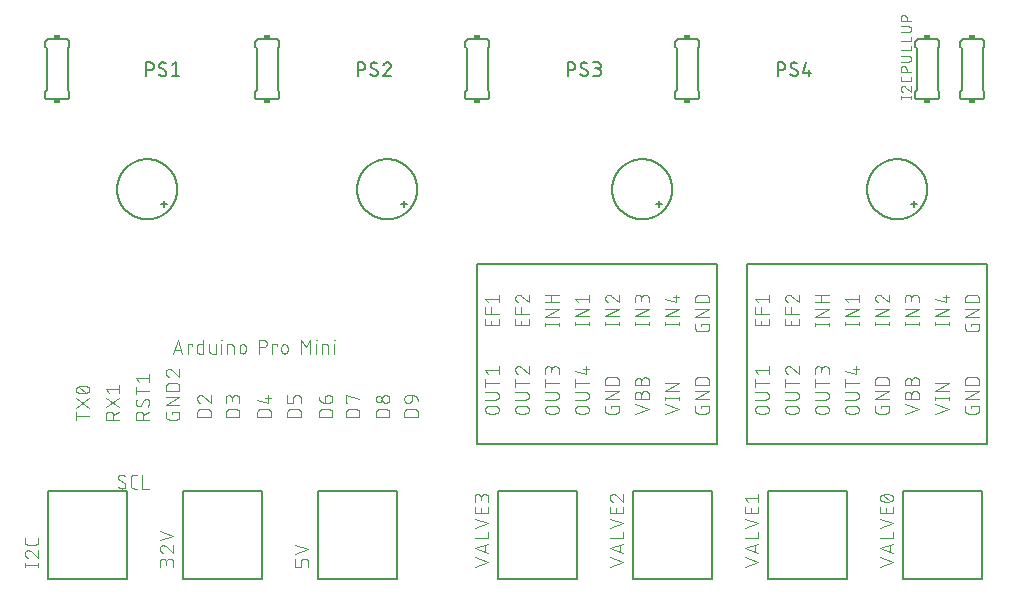
<source format=gto>
G04 EAGLE Gerber RS-274X export*
G75*
%MOMM*%
%FSLAX34Y34*%
%LPD*%
%INTop Silkscreen*%
%IPPOS*%
%AMOC8*
5,1,8,0,0,1.08239X$1,22.5*%
G01*
%ADD10C,0.101600*%
%ADD11C,0.152400*%
%ADD12C,0.127000*%
%ADD13R,0.508000X0.381000*%


D10*
X102362Y-332500D02*
X90678Y-332500D01*
X90678Y-329255D01*
X90680Y-329142D01*
X90686Y-329029D01*
X90696Y-328916D01*
X90710Y-328803D01*
X90727Y-328691D01*
X90749Y-328580D01*
X90774Y-328470D01*
X90804Y-328360D01*
X90837Y-328252D01*
X90874Y-328145D01*
X90914Y-328039D01*
X90959Y-327935D01*
X91007Y-327832D01*
X91058Y-327731D01*
X91113Y-327632D01*
X91171Y-327535D01*
X91233Y-327440D01*
X91298Y-327347D01*
X91366Y-327257D01*
X91437Y-327169D01*
X91512Y-327083D01*
X91589Y-327000D01*
X91669Y-326920D01*
X91752Y-326843D01*
X91838Y-326768D01*
X91926Y-326697D01*
X92016Y-326629D01*
X92109Y-326564D01*
X92204Y-326502D01*
X92301Y-326444D01*
X92400Y-326389D01*
X92501Y-326338D01*
X92604Y-326290D01*
X92708Y-326245D01*
X92814Y-326205D01*
X92921Y-326168D01*
X93029Y-326135D01*
X93139Y-326105D01*
X93249Y-326080D01*
X93360Y-326058D01*
X93472Y-326041D01*
X93585Y-326027D01*
X93698Y-326017D01*
X93811Y-326011D01*
X93924Y-326009D01*
X99116Y-326009D01*
X99229Y-326011D01*
X99342Y-326017D01*
X99455Y-326027D01*
X99568Y-326041D01*
X99680Y-326058D01*
X99791Y-326080D01*
X99901Y-326105D01*
X100011Y-326135D01*
X100119Y-326168D01*
X100226Y-326205D01*
X100332Y-326245D01*
X100436Y-326290D01*
X100539Y-326338D01*
X100640Y-326389D01*
X100739Y-326444D01*
X100836Y-326502D01*
X100931Y-326564D01*
X101024Y-326629D01*
X101114Y-326697D01*
X101202Y-326768D01*
X101288Y-326843D01*
X101371Y-326920D01*
X101451Y-327000D01*
X101528Y-327083D01*
X101603Y-327169D01*
X101674Y-327257D01*
X101742Y-327347D01*
X101807Y-327440D01*
X101869Y-327535D01*
X101927Y-327632D01*
X101982Y-327731D01*
X102033Y-327832D01*
X102081Y-327935D01*
X102126Y-328039D01*
X102166Y-328145D01*
X102203Y-328252D01*
X102236Y-328360D01*
X102266Y-328470D01*
X102291Y-328580D01*
X102313Y-328691D01*
X102330Y-328803D01*
X102344Y-328916D01*
X102354Y-329029D01*
X102360Y-329142D01*
X102362Y-329255D01*
X102362Y-332500D01*
X97169Y-318093D02*
X97169Y-314198D01*
X97169Y-318093D02*
X97167Y-318192D01*
X97161Y-318292D01*
X97152Y-318391D01*
X97139Y-318489D01*
X97122Y-318587D01*
X97101Y-318685D01*
X97076Y-318781D01*
X97048Y-318876D01*
X97016Y-318970D01*
X96981Y-319063D01*
X96942Y-319155D01*
X96899Y-319245D01*
X96854Y-319333D01*
X96804Y-319420D01*
X96752Y-319504D01*
X96696Y-319587D01*
X96638Y-319667D01*
X96576Y-319745D01*
X96511Y-319820D01*
X96443Y-319893D01*
X96373Y-319963D01*
X96300Y-320031D01*
X96225Y-320096D01*
X96147Y-320158D01*
X96067Y-320216D01*
X95984Y-320272D01*
X95900Y-320324D01*
X95813Y-320374D01*
X95725Y-320419D01*
X95635Y-320462D01*
X95543Y-320501D01*
X95450Y-320536D01*
X95356Y-320568D01*
X95261Y-320596D01*
X95165Y-320621D01*
X95067Y-320642D01*
X94969Y-320659D01*
X94871Y-320672D01*
X94772Y-320681D01*
X94672Y-320687D01*
X94573Y-320689D01*
X93924Y-320689D01*
X93924Y-320690D02*
X93811Y-320688D01*
X93698Y-320682D01*
X93585Y-320672D01*
X93472Y-320658D01*
X93360Y-320641D01*
X93249Y-320619D01*
X93139Y-320594D01*
X93029Y-320564D01*
X92921Y-320531D01*
X92814Y-320494D01*
X92708Y-320454D01*
X92604Y-320409D01*
X92501Y-320361D01*
X92400Y-320310D01*
X92301Y-320255D01*
X92204Y-320197D01*
X92109Y-320135D01*
X92016Y-320070D01*
X91926Y-320002D01*
X91838Y-319931D01*
X91752Y-319856D01*
X91669Y-319779D01*
X91589Y-319699D01*
X91512Y-319616D01*
X91437Y-319530D01*
X91366Y-319442D01*
X91298Y-319352D01*
X91233Y-319259D01*
X91171Y-319164D01*
X91113Y-319067D01*
X91058Y-318968D01*
X91007Y-318867D01*
X90959Y-318764D01*
X90914Y-318660D01*
X90874Y-318554D01*
X90837Y-318447D01*
X90804Y-318339D01*
X90774Y-318229D01*
X90749Y-318119D01*
X90727Y-318008D01*
X90710Y-317896D01*
X90696Y-317783D01*
X90686Y-317670D01*
X90680Y-317557D01*
X90678Y-317444D01*
X90680Y-317331D01*
X90686Y-317218D01*
X90696Y-317105D01*
X90710Y-316992D01*
X90727Y-316880D01*
X90749Y-316769D01*
X90774Y-316659D01*
X90804Y-316549D01*
X90837Y-316441D01*
X90874Y-316334D01*
X90914Y-316228D01*
X90959Y-316124D01*
X91007Y-316021D01*
X91058Y-315920D01*
X91113Y-315821D01*
X91171Y-315724D01*
X91233Y-315629D01*
X91298Y-315536D01*
X91366Y-315446D01*
X91437Y-315358D01*
X91512Y-315272D01*
X91589Y-315189D01*
X91669Y-315109D01*
X91752Y-315032D01*
X91838Y-314957D01*
X91926Y-314886D01*
X92016Y-314818D01*
X92109Y-314753D01*
X92204Y-314691D01*
X92301Y-314633D01*
X92400Y-314578D01*
X92501Y-314527D01*
X92604Y-314479D01*
X92708Y-314434D01*
X92814Y-314394D01*
X92921Y-314357D01*
X93029Y-314324D01*
X93139Y-314294D01*
X93249Y-314269D01*
X93360Y-314247D01*
X93472Y-314230D01*
X93585Y-314216D01*
X93698Y-314206D01*
X93811Y-314200D01*
X93924Y-314198D01*
X97169Y-314198D01*
X97312Y-314200D01*
X97455Y-314206D01*
X97598Y-314216D01*
X97740Y-314230D01*
X97882Y-314247D01*
X98024Y-314269D01*
X98165Y-314294D01*
X98305Y-314324D01*
X98444Y-314357D01*
X98582Y-314394D01*
X98719Y-314435D01*
X98855Y-314479D01*
X98990Y-314528D01*
X99123Y-314580D01*
X99255Y-314635D01*
X99385Y-314695D01*
X99514Y-314758D01*
X99641Y-314824D01*
X99766Y-314894D01*
X99888Y-314967D01*
X100009Y-315044D01*
X100128Y-315124D01*
X100244Y-315207D01*
X100359Y-315293D01*
X100470Y-315382D01*
X100580Y-315475D01*
X100686Y-315570D01*
X100790Y-315669D01*
X100891Y-315770D01*
X100990Y-315874D01*
X101085Y-315980D01*
X101178Y-316090D01*
X101267Y-316201D01*
X101353Y-316316D01*
X101436Y-316432D01*
X101516Y-316551D01*
X101593Y-316672D01*
X101666Y-316795D01*
X101736Y-316919D01*
X101802Y-317046D01*
X101865Y-317175D01*
X101925Y-317305D01*
X101980Y-317437D01*
X102032Y-317570D01*
X102081Y-317705D01*
X102125Y-317841D01*
X102166Y-317978D01*
X102203Y-318116D01*
X102236Y-318255D01*
X102266Y-318395D01*
X102291Y-318536D01*
X102313Y-318678D01*
X102330Y-318820D01*
X102344Y-318962D01*
X102354Y-319105D01*
X102360Y-319248D01*
X102362Y-319391D01*
X78232Y-332500D02*
X66548Y-332500D01*
X66548Y-329255D01*
X66550Y-329142D01*
X66556Y-329029D01*
X66566Y-328916D01*
X66580Y-328803D01*
X66597Y-328691D01*
X66619Y-328580D01*
X66644Y-328470D01*
X66674Y-328360D01*
X66707Y-328252D01*
X66744Y-328145D01*
X66784Y-328039D01*
X66829Y-327935D01*
X66877Y-327832D01*
X66928Y-327731D01*
X66983Y-327632D01*
X67041Y-327535D01*
X67103Y-327440D01*
X67168Y-327347D01*
X67236Y-327257D01*
X67307Y-327169D01*
X67382Y-327083D01*
X67459Y-327000D01*
X67539Y-326920D01*
X67622Y-326843D01*
X67708Y-326768D01*
X67796Y-326697D01*
X67886Y-326629D01*
X67979Y-326564D01*
X68074Y-326502D01*
X68171Y-326444D01*
X68270Y-326389D01*
X68371Y-326338D01*
X68474Y-326290D01*
X68578Y-326245D01*
X68684Y-326205D01*
X68791Y-326168D01*
X68899Y-326135D01*
X69009Y-326105D01*
X69119Y-326080D01*
X69230Y-326058D01*
X69342Y-326041D01*
X69455Y-326027D01*
X69568Y-326017D01*
X69681Y-326011D01*
X69794Y-326009D01*
X74986Y-326009D01*
X75099Y-326011D01*
X75212Y-326017D01*
X75325Y-326027D01*
X75438Y-326041D01*
X75550Y-326058D01*
X75661Y-326080D01*
X75771Y-326105D01*
X75881Y-326135D01*
X75989Y-326168D01*
X76096Y-326205D01*
X76202Y-326245D01*
X76306Y-326290D01*
X76409Y-326338D01*
X76510Y-326389D01*
X76609Y-326444D01*
X76706Y-326502D01*
X76801Y-326564D01*
X76894Y-326629D01*
X76984Y-326697D01*
X77072Y-326768D01*
X77158Y-326843D01*
X77241Y-326920D01*
X77321Y-327000D01*
X77398Y-327083D01*
X77473Y-327169D01*
X77544Y-327257D01*
X77612Y-327347D01*
X77677Y-327440D01*
X77739Y-327535D01*
X77797Y-327632D01*
X77852Y-327731D01*
X77903Y-327832D01*
X77951Y-327935D01*
X77996Y-328039D01*
X78036Y-328145D01*
X78073Y-328252D01*
X78106Y-328360D01*
X78136Y-328470D01*
X78161Y-328580D01*
X78183Y-328691D01*
X78200Y-328803D01*
X78214Y-328916D01*
X78224Y-329029D01*
X78230Y-329142D01*
X78232Y-329255D01*
X78232Y-332500D01*
X74986Y-320690D02*
X74873Y-320688D01*
X74760Y-320682D01*
X74647Y-320672D01*
X74534Y-320658D01*
X74422Y-320641D01*
X74311Y-320619D01*
X74201Y-320594D01*
X74091Y-320564D01*
X73983Y-320531D01*
X73876Y-320494D01*
X73770Y-320454D01*
X73666Y-320409D01*
X73563Y-320361D01*
X73462Y-320310D01*
X73363Y-320255D01*
X73266Y-320197D01*
X73171Y-320135D01*
X73078Y-320070D01*
X72988Y-320002D01*
X72900Y-319931D01*
X72814Y-319856D01*
X72731Y-319779D01*
X72651Y-319699D01*
X72574Y-319616D01*
X72499Y-319530D01*
X72428Y-319442D01*
X72360Y-319352D01*
X72295Y-319259D01*
X72233Y-319164D01*
X72175Y-319067D01*
X72120Y-318968D01*
X72069Y-318867D01*
X72021Y-318764D01*
X71976Y-318660D01*
X71936Y-318554D01*
X71899Y-318447D01*
X71866Y-318339D01*
X71836Y-318229D01*
X71811Y-318119D01*
X71789Y-318008D01*
X71772Y-317896D01*
X71758Y-317783D01*
X71748Y-317670D01*
X71742Y-317557D01*
X71740Y-317444D01*
X71742Y-317331D01*
X71748Y-317218D01*
X71758Y-317105D01*
X71772Y-316992D01*
X71789Y-316880D01*
X71811Y-316769D01*
X71836Y-316659D01*
X71866Y-316549D01*
X71899Y-316441D01*
X71936Y-316334D01*
X71976Y-316228D01*
X72021Y-316124D01*
X72069Y-316021D01*
X72120Y-315920D01*
X72175Y-315821D01*
X72233Y-315724D01*
X72295Y-315629D01*
X72360Y-315536D01*
X72428Y-315446D01*
X72499Y-315358D01*
X72574Y-315272D01*
X72651Y-315189D01*
X72731Y-315109D01*
X72814Y-315032D01*
X72900Y-314957D01*
X72988Y-314886D01*
X73078Y-314818D01*
X73171Y-314753D01*
X73266Y-314691D01*
X73363Y-314633D01*
X73462Y-314578D01*
X73563Y-314527D01*
X73666Y-314479D01*
X73770Y-314434D01*
X73876Y-314394D01*
X73983Y-314357D01*
X74091Y-314324D01*
X74201Y-314294D01*
X74311Y-314269D01*
X74422Y-314247D01*
X74534Y-314230D01*
X74647Y-314216D01*
X74760Y-314206D01*
X74873Y-314200D01*
X74986Y-314198D01*
X75099Y-314200D01*
X75212Y-314206D01*
X75325Y-314216D01*
X75438Y-314230D01*
X75550Y-314247D01*
X75661Y-314269D01*
X75771Y-314294D01*
X75881Y-314324D01*
X75989Y-314357D01*
X76096Y-314394D01*
X76202Y-314434D01*
X76306Y-314479D01*
X76409Y-314527D01*
X76510Y-314578D01*
X76609Y-314633D01*
X76706Y-314691D01*
X76801Y-314753D01*
X76894Y-314818D01*
X76984Y-314886D01*
X77072Y-314957D01*
X77158Y-315032D01*
X77241Y-315109D01*
X77321Y-315189D01*
X77398Y-315272D01*
X77473Y-315358D01*
X77544Y-315446D01*
X77612Y-315536D01*
X77677Y-315629D01*
X77739Y-315724D01*
X77797Y-315821D01*
X77852Y-315920D01*
X77903Y-316021D01*
X77951Y-316124D01*
X77996Y-316228D01*
X78036Y-316334D01*
X78073Y-316441D01*
X78106Y-316549D01*
X78136Y-316659D01*
X78161Y-316769D01*
X78183Y-316880D01*
X78200Y-316992D01*
X78214Y-317105D01*
X78224Y-317218D01*
X78230Y-317331D01*
X78232Y-317444D01*
X78230Y-317557D01*
X78224Y-317670D01*
X78214Y-317783D01*
X78200Y-317896D01*
X78183Y-318008D01*
X78161Y-318119D01*
X78136Y-318229D01*
X78106Y-318339D01*
X78073Y-318447D01*
X78036Y-318554D01*
X77996Y-318660D01*
X77951Y-318764D01*
X77903Y-318867D01*
X77852Y-318968D01*
X77797Y-319067D01*
X77739Y-319164D01*
X77677Y-319259D01*
X77612Y-319352D01*
X77544Y-319442D01*
X77473Y-319530D01*
X77398Y-319616D01*
X77321Y-319699D01*
X77241Y-319779D01*
X77158Y-319856D01*
X77072Y-319931D01*
X76984Y-320002D01*
X76894Y-320070D01*
X76801Y-320135D01*
X76706Y-320197D01*
X76609Y-320255D01*
X76510Y-320310D01*
X76409Y-320361D01*
X76306Y-320409D01*
X76202Y-320454D01*
X76096Y-320494D01*
X75989Y-320531D01*
X75881Y-320564D01*
X75771Y-320594D01*
X75661Y-320619D01*
X75550Y-320641D01*
X75438Y-320658D01*
X75325Y-320672D01*
X75212Y-320682D01*
X75099Y-320688D01*
X74986Y-320690D01*
X69144Y-320040D02*
X69043Y-320038D01*
X68943Y-320032D01*
X68843Y-320022D01*
X68743Y-320009D01*
X68644Y-319991D01*
X68545Y-319970D01*
X68448Y-319945D01*
X68351Y-319916D01*
X68256Y-319883D01*
X68162Y-319847D01*
X68070Y-319807D01*
X67979Y-319764D01*
X67890Y-319717D01*
X67803Y-319667D01*
X67717Y-319613D01*
X67634Y-319556D01*
X67554Y-319496D01*
X67475Y-319433D01*
X67399Y-319366D01*
X67326Y-319297D01*
X67256Y-319225D01*
X67188Y-319151D01*
X67123Y-319074D01*
X67062Y-318994D01*
X67003Y-318912D01*
X66948Y-318828D01*
X66896Y-318742D01*
X66847Y-318654D01*
X66802Y-318564D01*
X66760Y-318472D01*
X66722Y-318379D01*
X66688Y-318284D01*
X66657Y-318189D01*
X66630Y-318092D01*
X66607Y-317994D01*
X66587Y-317895D01*
X66572Y-317795D01*
X66560Y-317695D01*
X66552Y-317595D01*
X66548Y-317494D01*
X66548Y-317394D01*
X66552Y-317293D01*
X66560Y-317193D01*
X66572Y-317093D01*
X66587Y-316993D01*
X66607Y-316894D01*
X66630Y-316796D01*
X66657Y-316699D01*
X66688Y-316604D01*
X66722Y-316509D01*
X66760Y-316416D01*
X66802Y-316324D01*
X66847Y-316234D01*
X66896Y-316146D01*
X66948Y-316060D01*
X67003Y-315976D01*
X67062Y-315894D01*
X67123Y-315814D01*
X67188Y-315737D01*
X67256Y-315663D01*
X67326Y-315591D01*
X67399Y-315522D01*
X67475Y-315455D01*
X67554Y-315392D01*
X67634Y-315332D01*
X67717Y-315275D01*
X67803Y-315221D01*
X67890Y-315171D01*
X67979Y-315124D01*
X68070Y-315081D01*
X68162Y-315041D01*
X68256Y-315005D01*
X68351Y-314972D01*
X68448Y-314943D01*
X68545Y-314918D01*
X68644Y-314897D01*
X68743Y-314879D01*
X68843Y-314866D01*
X68943Y-314856D01*
X69043Y-314850D01*
X69144Y-314848D01*
X69245Y-314850D01*
X69345Y-314856D01*
X69445Y-314866D01*
X69545Y-314879D01*
X69644Y-314897D01*
X69743Y-314918D01*
X69840Y-314943D01*
X69937Y-314972D01*
X70032Y-315005D01*
X70126Y-315041D01*
X70218Y-315081D01*
X70309Y-315124D01*
X70398Y-315171D01*
X70485Y-315221D01*
X70571Y-315275D01*
X70654Y-315332D01*
X70734Y-315392D01*
X70813Y-315455D01*
X70889Y-315522D01*
X70962Y-315591D01*
X71032Y-315663D01*
X71100Y-315737D01*
X71165Y-315814D01*
X71226Y-315894D01*
X71285Y-315976D01*
X71340Y-316060D01*
X71392Y-316146D01*
X71441Y-316234D01*
X71486Y-316324D01*
X71528Y-316416D01*
X71566Y-316509D01*
X71600Y-316604D01*
X71631Y-316699D01*
X71658Y-316796D01*
X71681Y-316894D01*
X71701Y-316993D01*
X71716Y-317093D01*
X71728Y-317193D01*
X71736Y-317293D01*
X71740Y-317394D01*
X71740Y-317494D01*
X71736Y-317595D01*
X71728Y-317695D01*
X71716Y-317795D01*
X71701Y-317895D01*
X71681Y-317994D01*
X71658Y-318092D01*
X71631Y-318189D01*
X71600Y-318284D01*
X71566Y-318379D01*
X71528Y-318472D01*
X71486Y-318564D01*
X71441Y-318654D01*
X71392Y-318742D01*
X71340Y-318828D01*
X71285Y-318912D01*
X71226Y-318994D01*
X71165Y-319074D01*
X71100Y-319151D01*
X71032Y-319225D01*
X70962Y-319297D01*
X70889Y-319366D01*
X70813Y-319433D01*
X70734Y-319496D01*
X70654Y-319556D01*
X70571Y-319613D01*
X70485Y-319667D01*
X70398Y-319717D01*
X70309Y-319764D01*
X70218Y-319807D01*
X70126Y-319847D01*
X70032Y-319883D01*
X69937Y-319916D01*
X69840Y-319945D01*
X69743Y-319970D01*
X69644Y-319991D01*
X69545Y-320009D01*
X69445Y-320022D01*
X69345Y-320032D01*
X69245Y-320038D01*
X69144Y-320040D01*
X52832Y-332500D02*
X41148Y-332500D01*
X41148Y-329255D01*
X41150Y-329142D01*
X41156Y-329029D01*
X41166Y-328916D01*
X41180Y-328803D01*
X41197Y-328691D01*
X41219Y-328580D01*
X41244Y-328470D01*
X41274Y-328360D01*
X41307Y-328252D01*
X41344Y-328145D01*
X41384Y-328039D01*
X41429Y-327935D01*
X41477Y-327832D01*
X41528Y-327731D01*
X41583Y-327632D01*
X41641Y-327535D01*
X41703Y-327440D01*
X41768Y-327347D01*
X41836Y-327257D01*
X41907Y-327169D01*
X41982Y-327083D01*
X42059Y-327000D01*
X42139Y-326920D01*
X42222Y-326843D01*
X42308Y-326768D01*
X42396Y-326697D01*
X42486Y-326629D01*
X42579Y-326564D01*
X42674Y-326502D01*
X42771Y-326444D01*
X42870Y-326389D01*
X42971Y-326338D01*
X43074Y-326290D01*
X43178Y-326245D01*
X43284Y-326205D01*
X43391Y-326168D01*
X43499Y-326135D01*
X43609Y-326105D01*
X43719Y-326080D01*
X43830Y-326058D01*
X43942Y-326041D01*
X44055Y-326027D01*
X44168Y-326017D01*
X44281Y-326011D01*
X44394Y-326009D01*
X49586Y-326009D01*
X49699Y-326011D01*
X49812Y-326017D01*
X49925Y-326027D01*
X50038Y-326041D01*
X50150Y-326058D01*
X50261Y-326080D01*
X50371Y-326105D01*
X50481Y-326135D01*
X50589Y-326168D01*
X50696Y-326205D01*
X50802Y-326245D01*
X50906Y-326290D01*
X51009Y-326338D01*
X51110Y-326389D01*
X51209Y-326444D01*
X51306Y-326502D01*
X51401Y-326564D01*
X51494Y-326629D01*
X51584Y-326697D01*
X51672Y-326768D01*
X51758Y-326843D01*
X51841Y-326920D01*
X51921Y-327000D01*
X51998Y-327083D01*
X52073Y-327169D01*
X52144Y-327257D01*
X52212Y-327347D01*
X52277Y-327440D01*
X52339Y-327535D01*
X52397Y-327632D01*
X52452Y-327731D01*
X52503Y-327832D01*
X52551Y-327935D01*
X52596Y-328039D01*
X52636Y-328145D01*
X52673Y-328252D01*
X52706Y-328360D01*
X52736Y-328470D01*
X52761Y-328580D01*
X52783Y-328691D01*
X52800Y-328803D01*
X52814Y-328916D01*
X52824Y-329029D01*
X52830Y-329142D01*
X52832Y-329255D01*
X52832Y-332500D01*
X42446Y-320689D02*
X41148Y-320689D01*
X41148Y-314198D01*
X52832Y-317444D01*
X29972Y-332500D02*
X18288Y-332500D01*
X18288Y-329255D01*
X18290Y-329142D01*
X18296Y-329029D01*
X18306Y-328916D01*
X18320Y-328803D01*
X18337Y-328691D01*
X18359Y-328580D01*
X18384Y-328470D01*
X18414Y-328360D01*
X18447Y-328252D01*
X18484Y-328145D01*
X18524Y-328039D01*
X18569Y-327935D01*
X18617Y-327832D01*
X18668Y-327731D01*
X18723Y-327632D01*
X18781Y-327535D01*
X18843Y-327440D01*
X18908Y-327347D01*
X18976Y-327257D01*
X19047Y-327169D01*
X19122Y-327083D01*
X19199Y-327000D01*
X19279Y-326920D01*
X19362Y-326843D01*
X19448Y-326768D01*
X19536Y-326697D01*
X19626Y-326629D01*
X19719Y-326564D01*
X19814Y-326502D01*
X19911Y-326444D01*
X20010Y-326389D01*
X20111Y-326338D01*
X20214Y-326290D01*
X20318Y-326245D01*
X20424Y-326205D01*
X20531Y-326168D01*
X20639Y-326135D01*
X20749Y-326105D01*
X20859Y-326080D01*
X20970Y-326058D01*
X21082Y-326041D01*
X21195Y-326027D01*
X21308Y-326017D01*
X21421Y-326011D01*
X21534Y-326009D01*
X26726Y-326009D01*
X26839Y-326011D01*
X26952Y-326017D01*
X27065Y-326027D01*
X27178Y-326041D01*
X27290Y-326058D01*
X27401Y-326080D01*
X27511Y-326105D01*
X27621Y-326135D01*
X27729Y-326168D01*
X27836Y-326205D01*
X27942Y-326245D01*
X28046Y-326290D01*
X28149Y-326338D01*
X28250Y-326389D01*
X28349Y-326444D01*
X28446Y-326502D01*
X28541Y-326564D01*
X28634Y-326629D01*
X28724Y-326697D01*
X28812Y-326768D01*
X28898Y-326843D01*
X28981Y-326920D01*
X29061Y-327000D01*
X29138Y-327083D01*
X29213Y-327169D01*
X29284Y-327257D01*
X29352Y-327347D01*
X29417Y-327440D01*
X29479Y-327535D01*
X29537Y-327632D01*
X29592Y-327731D01*
X29643Y-327832D01*
X29691Y-327935D01*
X29736Y-328039D01*
X29776Y-328145D01*
X29813Y-328252D01*
X29846Y-328360D01*
X29876Y-328470D01*
X29901Y-328580D01*
X29923Y-328691D01*
X29940Y-328803D01*
X29954Y-328916D01*
X29964Y-329029D01*
X29970Y-329142D01*
X29972Y-329255D01*
X29972Y-332500D01*
X23481Y-320689D02*
X23481Y-316794D01*
X23483Y-316695D01*
X23489Y-316595D01*
X23498Y-316496D01*
X23511Y-316398D01*
X23528Y-316300D01*
X23549Y-316202D01*
X23574Y-316106D01*
X23602Y-316011D01*
X23634Y-315917D01*
X23669Y-315824D01*
X23708Y-315732D01*
X23751Y-315642D01*
X23796Y-315554D01*
X23846Y-315467D01*
X23898Y-315383D01*
X23954Y-315300D01*
X24012Y-315220D01*
X24074Y-315142D01*
X24139Y-315067D01*
X24207Y-314994D01*
X24277Y-314924D01*
X24350Y-314856D01*
X24425Y-314791D01*
X24503Y-314729D01*
X24583Y-314671D01*
X24666Y-314615D01*
X24750Y-314563D01*
X24837Y-314513D01*
X24925Y-314468D01*
X25015Y-314425D01*
X25107Y-314386D01*
X25200Y-314351D01*
X25294Y-314319D01*
X25389Y-314291D01*
X25485Y-314266D01*
X25583Y-314245D01*
X25681Y-314228D01*
X25779Y-314215D01*
X25878Y-314206D01*
X25978Y-314200D01*
X26077Y-314198D01*
X26726Y-314198D01*
X26839Y-314200D01*
X26952Y-314206D01*
X27065Y-314216D01*
X27178Y-314230D01*
X27290Y-314247D01*
X27401Y-314269D01*
X27511Y-314294D01*
X27621Y-314324D01*
X27729Y-314357D01*
X27836Y-314394D01*
X27942Y-314434D01*
X28046Y-314479D01*
X28149Y-314527D01*
X28250Y-314578D01*
X28349Y-314633D01*
X28446Y-314691D01*
X28541Y-314753D01*
X28634Y-314818D01*
X28724Y-314886D01*
X28812Y-314957D01*
X28898Y-315032D01*
X28981Y-315109D01*
X29061Y-315189D01*
X29138Y-315272D01*
X29213Y-315358D01*
X29284Y-315446D01*
X29352Y-315536D01*
X29417Y-315629D01*
X29479Y-315724D01*
X29537Y-315821D01*
X29592Y-315920D01*
X29643Y-316021D01*
X29691Y-316124D01*
X29736Y-316228D01*
X29776Y-316334D01*
X29813Y-316441D01*
X29846Y-316549D01*
X29876Y-316659D01*
X29901Y-316769D01*
X29923Y-316880D01*
X29940Y-316992D01*
X29954Y-317105D01*
X29964Y-317218D01*
X29970Y-317331D01*
X29972Y-317444D01*
X29970Y-317557D01*
X29964Y-317670D01*
X29954Y-317783D01*
X29940Y-317896D01*
X29923Y-318008D01*
X29901Y-318119D01*
X29876Y-318229D01*
X29846Y-318339D01*
X29813Y-318447D01*
X29776Y-318554D01*
X29736Y-318660D01*
X29691Y-318764D01*
X29643Y-318867D01*
X29592Y-318968D01*
X29537Y-319067D01*
X29479Y-319164D01*
X29417Y-319259D01*
X29352Y-319352D01*
X29284Y-319442D01*
X29213Y-319530D01*
X29138Y-319616D01*
X29061Y-319699D01*
X28981Y-319779D01*
X28898Y-319856D01*
X28812Y-319931D01*
X28724Y-320002D01*
X28634Y-320070D01*
X28541Y-320135D01*
X28446Y-320197D01*
X28349Y-320255D01*
X28250Y-320310D01*
X28149Y-320361D01*
X28046Y-320409D01*
X27942Y-320454D01*
X27836Y-320494D01*
X27729Y-320531D01*
X27621Y-320564D01*
X27511Y-320594D01*
X27401Y-320619D01*
X27290Y-320641D01*
X27178Y-320658D01*
X27065Y-320672D01*
X26952Y-320682D01*
X26839Y-320688D01*
X26726Y-320690D01*
X26726Y-320689D02*
X23481Y-320689D01*
X23338Y-320687D01*
X23195Y-320681D01*
X23052Y-320671D01*
X22910Y-320657D01*
X22768Y-320640D01*
X22626Y-320618D01*
X22485Y-320593D01*
X22345Y-320563D01*
X22206Y-320530D01*
X22068Y-320493D01*
X21931Y-320452D01*
X21795Y-320408D01*
X21660Y-320359D01*
X21527Y-320307D01*
X21395Y-320252D01*
X21265Y-320192D01*
X21136Y-320129D01*
X21009Y-320063D01*
X20885Y-319993D01*
X20762Y-319920D01*
X20641Y-319843D01*
X20522Y-319764D01*
X20406Y-319680D01*
X20291Y-319594D01*
X20180Y-319505D01*
X20071Y-319412D01*
X19964Y-319317D01*
X19860Y-319218D01*
X19759Y-319117D01*
X19660Y-319013D01*
X19565Y-318907D01*
X19472Y-318797D01*
X19383Y-318686D01*
X19297Y-318572D01*
X19214Y-318455D01*
X19134Y-318336D01*
X19057Y-318215D01*
X18984Y-318093D01*
X18914Y-317968D01*
X18848Y-317841D01*
X18785Y-317712D01*
X18725Y-317582D01*
X18670Y-317450D01*
X18618Y-317317D01*
X18569Y-317182D01*
X18525Y-317046D01*
X18484Y-316909D01*
X18447Y-316771D01*
X18414Y-316632D01*
X18384Y-316492D01*
X18359Y-316351D01*
X18337Y-316209D01*
X18320Y-316067D01*
X18306Y-315925D01*
X18296Y-315782D01*
X18290Y-315639D01*
X18288Y-315496D01*
X3302Y-332500D02*
X-8382Y-332500D01*
X-8382Y-329255D01*
X-8380Y-329142D01*
X-8374Y-329029D01*
X-8364Y-328916D01*
X-8350Y-328803D01*
X-8333Y-328691D01*
X-8311Y-328580D01*
X-8286Y-328470D01*
X-8256Y-328360D01*
X-8223Y-328252D01*
X-8186Y-328145D01*
X-8146Y-328039D01*
X-8101Y-327935D01*
X-8053Y-327832D01*
X-8002Y-327731D01*
X-7947Y-327632D01*
X-7889Y-327535D01*
X-7827Y-327440D01*
X-7762Y-327347D01*
X-7694Y-327257D01*
X-7623Y-327169D01*
X-7548Y-327083D01*
X-7471Y-327000D01*
X-7391Y-326920D01*
X-7308Y-326843D01*
X-7222Y-326768D01*
X-7134Y-326697D01*
X-7044Y-326629D01*
X-6951Y-326564D01*
X-6856Y-326502D01*
X-6759Y-326444D01*
X-6660Y-326389D01*
X-6559Y-326338D01*
X-6456Y-326290D01*
X-6352Y-326245D01*
X-6246Y-326205D01*
X-6139Y-326168D01*
X-6031Y-326135D01*
X-5921Y-326105D01*
X-5811Y-326080D01*
X-5700Y-326058D01*
X-5588Y-326041D01*
X-5475Y-326027D01*
X-5362Y-326017D01*
X-5249Y-326011D01*
X-5136Y-326009D01*
X56Y-326009D01*
X169Y-326011D01*
X282Y-326017D01*
X395Y-326027D01*
X508Y-326041D01*
X620Y-326058D01*
X731Y-326080D01*
X841Y-326105D01*
X951Y-326135D01*
X1059Y-326168D01*
X1166Y-326205D01*
X1272Y-326245D01*
X1376Y-326290D01*
X1479Y-326338D01*
X1580Y-326389D01*
X1679Y-326444D01*
X1776Y-326502D01*
X1871Y-326564D01*
X1964Y-326629D01*
X2054Y-326697D01*
X2142Y-326768D01*
X2228Y-326843D01*
X2311Y-326920D01*
X2391Y-327000D01*
X2468Y-327083D01*
X2543Y-327169D01*
X2614Y-327257D01*
X2682Y-327347D01*
X2747Y-327440D01*
X2809Y-327535D01*
X2867Y-327632D01*
X2922Y-327731D01*
X2973Y-327832D01*
X3021Y-327935D01*
X3066Y-328039D01*
X3106Y-328145D01*
X3143Y-328252D01*
X3176Y-328360D01*
X3206Y-328470D01*
X3231Y-328580D01*
X3253Y-328691D01*
X3270Y-328803D01*
X3284Y-328916D01*
X3294Y-329029D01*
X3300Y-329142D01*
X3302Y-329255D01*
X3302Y-332500D01*
X3302Y-320689D02*
X3302Y-316794D01*
X3300Y-316695D01*
X3294Y-316595D01*
X3285Y-316496D01*
X3272Y-316398D01*
X3255Y-316300D01*
X3234Y-316202D01*
X3209Y-316106D01*
X3181Y-316011D01*
X3149Y-315917D01*
X3114Y-315824D01*
X3075Y-315732D01*
X3032Y-315642D01*
X2987Y-315554D01*
X2937Y-315467D01*
X2885Y-315383D01*
X2829Y-315300D01*
X2771Y-315220D01*
X2709Y-315142D01*
X2644Y-315067D01*
X2576Y-314994D01*
X2506Y-314924D01*
X2433Y-314856D01*
X2358Y-314791D01*
X2280Y-314729D01*
X2200Y-314671D01*
X2117Y-314615D01*
X2033Y-314563D01*
X1946Y-314513D01*
X1858Y-314468D01*
X1768Y-314425D01*
X1676Y-314386D01*
X1583Y-314351D01*
X1489Y-314319D01*
X1394Y-314291D01*
X1298Y-314266D01*
X1200Y-314245D01*
X1102Y-314228D01*
X1004Y-314215D01*
X905Y-314206D01*
X805Y-314200D01*
X706Y-314198D01*
X-593Y-314198D01*
X-692Y-314200D01*
X-792Y-314206D01*
X-891Y-314215D01*
X-989Y-314228D01*
X-1087Y-314245D01*
X-1185Y-314266D01*
X-1281Y-314291D01*
X-1376Y-314319D01*
X-1470Y-314351D01*
X-1563Y-314386D01*
X-1655Y-314425D01*
X-1745Y-314468D01*
X-1833Y-314513D01*
X-1920Y-314563D01*
X-2004Y-314615D01*
X-2087Y-314671D01*
X-2167Y-314729D01*
X-2245Y-314791D01*
X-2320Y-314856D01*
X-2393Y-314924D01*
X-2463Y-314994D01*
X-2531Y-315067D01*
X-2596Y-315142D01*
X-2658Y-315220D01*
X-2716Y-315300D01*
X-2772Y-315383D01*
X-2824Y-315467D01*
X-2874Y-315554D01*
X-2919Y-315642D01*
X-2962Y-315732D01*
X-3001Y-315824D01*
X-3036Y-315917D01*
X-3068Y-316011D01*
X-3096Y-316106D01*
X-3121Y-316202D01*
X-3142Y-316300D01*
X-3159Y-316398D01*
X-3172Y-316496D01*
X-3181Y-316595D01*
X-3187Y-316695D01*
X-3189Y-316794D01*
X-3189Y-320689D01*
X-8382Y-320689D01*
X-8382Y-314198D01*
X-22098Y-332500D02*
X-33782Y-332500D01*
X-33782Y-329255D01*
X-33780Y-329142D01*
X-33774Y-329029D01*
X-33764Y-328916D01*
X-33750Y-328803D01*
X-33733Y-328691D01*
X-33711Y-328580D01*
X-33686Y-328470D01*
X-33656Y-328360D01*
X-33623Y-328252D01*
X-33586Y-328145D01*
X-33546Y-328039D01*
X-33501Y-327935D01*
X-33453Y-327832D01*
X-33402Y-327731D01*
X-33347Y-327632D01*
X-33289Y-327535D01*
X-33227Y-327440D01*
X-33162Y-327347D01*
X-33094Y-327257D01*
X-33023Y-327169D01*
X-32948Y-327083D01*
X-32871Y-327000D01*
X-32791Y-326920D01*
X-32708Y-326843D01*
X-32622Y-326768D01*
X-32534Y-326697D01*
X-32444Y-326629D01*
X-32351Y-326564D01*
X-32256Y-326502D01*
X-32159Y-326444D01*
X-32060Y-326389D01*
X-31959Y-326338D01*
X-31856Y-326290D01*
X-31752Y-326245D01*
X-31646Y-326205D01*
X-31539Y-326168D01*
X-31431Y-326135D01*
X-31321Y-326105D01*
X-31211Y-326080D01*
X-31100Y-326058D01*
X-30988Y-326041D01*
X-30875Y-326027D01*
X-30762Y-326017D01*
X-30649Y-326011D01*
X-30536Y-326009D01*
X-25344Y-326009D01*
X-25231Y-326011D01*
X-25118Y-326017D01*
X-25005Y-326027D01*
X-24892Y-326041D01*
X-24780Y-326058D01*
X-24669Y-326080D01*
X-24559Y-326105D01*
X-24449Y-326135D01*
X-24341Y-326168D01*
X-24234Y-326205D01*
X-24128Y-326245D01*
X-24024Y-326290D01*
X-23921Y-326338D01*
X-23820Y-326389D01*
X-23721Y-326444D01*
X-23624Y-326502D01*
X-23529Y-326564D01*
X-23436Y-326629D01*
X-23346Y-326697D01*
X-23258Y-326768D01*
X-23172Y-326843D01*
X-23089Y-326920D01*
X-23009Y-327000D01*
X-22932Y-327083D01*
X-22857Y-327169D01*
X-22786Y-327257D01*
X-22718Y-327347D01*
X-22653Y-327440D01*
X-22591Y-327535D01*
X-22533Y-327632D01*
X-22478Y-327731D01*
X-22427Y-327832D01*
X-22379Y-327935D01*
X-22334Y-328039D01*
X-22294Y-328145D01*
X-22257Y-328252D01*
X-22224Y-328360D01*
X-22194Y-328470D01*
X-22169Y-328580D01*
X-22147Y-328691D01*
X-22130Y-328803D01*
X-22116Y-328916D01*
X-22106Y-329029D01*
X-22100Y-329142D01*
X-22098Y-329255D01*
X-22098Y-332500D01*
X-24694Y-320689D02*
X-33782Y-318093D01*
X-24694Y-320689D02*
X-24694Y-314198D01*
X-27291Y-316145D02*
X-22098Y-316145D01*
X-48768Y-332500D02*
X-60452Y-332500D01*
X-60452Y-329255D01*
X-60450Y-329142D01*
X-60444Y-329029D01*
X-60434Y-328916D01*
X-60420Y-328803D01*
X-60403Y-328691D01*
X-60381Y-328580D01*
X-60356Y-328470D01*
X-60326Y-328360D01*
X-60293Y-328252D01*
X-60256Y-328145D01*
X-60216Y-328039D01*
X-60171Y-327935D01*
X-60123Y-327832D01*
X-60072Y-327731D01*
X-60017Y-327632D01*
X-59959Y-327535D01*
X-59897Y-327440D01*
X-59832Y-327347D01*
X-59764Y-327257D01*
X-59693Y-327169D01*
X-59618Y-327083D01*
X-59541Y-327000D01*
X-59461Y-326920D01*
X-59378Y-326843D01*
X-59292Y-326768D01*
X-59204Y-326697D01*
X-59114Y-326629D01*
X-59021Y-326564D01*
X-58926Y-326502D01*
X-58829Y-326444D01*
X-58730Y-326389D01*
X-58629Y-326338D01*
X-58526Y-326290D01*
X-58422Y-326245D01*
X-58316Y-326205D01*
X-58209Y-326168D01*
X-58101Y-326135D01*
X-57991Y-326105D01*
X-57881Y-326080D01*
X-57770Y-326058D01*
X-57658Y-326041D01*
X-57545Y-326027D01*
X-57432Y-326017D01*
X-57319Y-326011D01*
X-57206Y-326009D01*
X-52014Y-326009D01*
X-51901Y-326011D01*
X-51788Y-326017D01*
X-51675Y-326027D01*
X-51562Y-326041D01*
X-51450Y-326058D01*
X-51339Y-326080D01*
X-51229Y-326105D01*
X-51119Y-326135D01*
X-51011Y-326168D01*
X-50904Y-326205D01*
X-50798Y-326245D01*
X-50694Y-326290D01*
X-50591Y-326338D01*
X-50490Y-326389D01*
X-50391Y-326444D01*
X-50294Y-326502D01*
X-50199Y-326564D01*
X-50106Y-326629D01*
X-50016Y-326697D01*
X-49928Y-326768D01*
X-49842Y-326843D01*
X-49759Y-326920D01*
X-49679Y-327000D01*
X-49602Y-327083D01*
X-49527Y-327169D01*
X-49456Y-327257D01*
X-49388Y-327347D01*
X-49323Y-327440D01*
X-49261Y-327535D01*
X-49203Y-327632D01*
X-49148Y-327731D01*
X-49097Y-327832D01*
X-49049Y-327935D01*
X-49004Y-328039D01*
X-48964Y-328145D01*
X-48927Y-328252D01*
X-48894Y-328360D01*
X-48864Y-328470D01*
X-48839Y-328580D01*
X-48817Y-328691D01*
X-48800Y-328803D01*
X-48786Y-328916D01*
X-48776Y-329029D01*
X-48770Y-329142D01*
X-48768Y-329255D01*
X-48768Y-332500D01*
X-48768Y-320689D02*
X-48768Y-317444D01*
X-48770Y-317331D01*
X-48776Y-317218D01*
X-48786Y-317105D01*
X-48800Y-316992D01*
X-48817Y-316880D01*
X-48839Y-316769D01*
X-48864Y-316659D01*
X-48894Y-316549D01*
X-48927Y-316441D01*
X-48964Y-316334D01*
X-49004Y-316228D01*
X-49049Y-316124D01*
X-49097Y-316021D01*
X-49148Y-315920D01*
X-49203Y-315821D01*
X-49261Y-315724D01*
X-49323Y-315629D01*
X-49388Y-315536D01*
X-49456Y-315446D01*
X-49527Y-315358D01*
X-49602Y-315272D01*
X-49679Y-315189D01*
X-49759Y-315109D01*
X-49842Y-315032D01*
X-49928Y-314957D01*
X-50016Y-314886D01*
X-50106Y-314818D01*
X-50199Y-314753D01*
X-50294Y-314691D01*
X-50391Y-314633D01*
X-50490Y-314578D01*
X-50591Y-314527D01*
X-50694Y-314479D01*
X-50798Y-314434D01*
X-50904Y-314394D01*
X-51011Y-314357D01*
X-51119Y-314324D01*
X-51229Y-314294D01*
X-51339Y-314269D01*
X-51450Y-314247D01*
X-51562Y-314230D01*
X-51675Y-314216D01*
X-51788Y-314206D01*
X-51901Y-314200D01*
X-52014Y-314198D01*
X-52127Y-314200D01*
X-52240Y-314206D01*
X-52353Y-314216D01*
X-52466Y-314230D01*
X-52578Y-314247D01*
X-52689Y-314269D01*
X-52799Y-314294D01*
X-52909Y-314324D01*
X-53017Y-314357D01*
X-53124Y-314394D01*
X-53230Y-314434D01*
X-53334Y-314479D01*
X-53437Y-314527D01*
X-53538Y-314578D01*
X-53637Y-314633D01*
X-53734Y-314691D01*
X-53829Y-314753D01*
X-53922Y-314818D01*
X-54012Y-314886D01*
X-54100Y-314957D01*
X-54186Y-315032D01*
X-54269Y-315109D01*
X-54349Y-315189D01*
X-54426Y-315272D01*
X-54501Y-315358D01*
X-54572Y-315446D01*
X-54640Y-315536D01*
X-54705Y-315629D01*
X-54767Y-315724D01*
X-54825Y-315821D01*
X-54880Y-315920D01*
X-54931Y-316021D01*
X-54979Y-316124D01*
X-55024Y-316228D01*
X-55064Y-316334D01*
X-55101Y-316441D01*
X-55134Y-316549D01*
X-55164Y-316659D01*
X-55189Y-316769D01*
X-55211Y-316880D01*
X-55228Y-316992D01*
X-55242Y-317105D01*
X-55252Y-317218D01*
X-55258Y-317331D01*
X-55260Y-317444D01*
X-60452Y-316794D02*
X-60452Y-320689D01*
X-60452Y-316794D02*
X-60450Y-316693D01*
X-60444Y-316593D01*
X-60434Y-316493D01*
X-60421Y-316393D01*
X-60403Y-316294D01*
X-60382Y-316195D01*
X-60357Y-316098D01*
X-60328Y-316001D01*
X-60295Y-315906D01*
X-60259Y-315812D01*
X-60219Y-315720D01*
X-60176Y-315629D01*
X-60129Y-315540D01*
X-60079Y-315453D01*
X-60025Y-315367D01*
X-59968Y-315284D01*
X-59908Y-315204D01*
X-59845Y-315125D01*
X-59778Y-315049D01*
X-59709Y-314976D01*
X-59637Y-314906D01*
X-59563Y-314838D01*
X-59486Y-314773D01*
X-59406Y-314712D01*
X-59324Y-314653D01*
X-59240Y-314598D01*
X-59154Y-314546D01*
X-59066Y-314497D01*
X-58976Y-314452D01*
X-58884Y-314410D01*
X-58791Y-314372D01*
X-58696Y-314338D01*
X-58601Y-314307D01*
X-58504Y-314280D01*
X-58406Y-314257D01*
X-58307Y-314237D01*
X-58207Y-314222D01*
X-58107Y-314210D01*
X-58007Y-314202D01*
X-57906Y-314198D01*
X-57806Y-314198D01*
X-57705Y-314202D01*
X-57605Y-314210D01*
X-57505Y-314222D01*
X-57405Y-314237D01*
X-57306Y-314257D01*
X-57208Y-314280D01*
X-57111Y-314307D01*
X-57016Y-314338D01*
X-56921Y-314372D01*
X-56828Y-314410D01*
X-56736Y-314452D01*
X-56646Y-314497D01*
X-56558Y-314546D01*
X-56472Y-314598D01*
X-56388Y-314653D01*
X-56306Y-314712D01*
X-56226Y-314773D01*
X-56149Y-314838D01*
X-56075Y-314906D01*
X-56003Y-314976D01*
X-55934Y-315049D01*
X-55867Y-315125D01*
X-55804Y-315204D01*
X-55744Y-315284D01*
X-55687Y-315367D01*
X-55633Y-315453D01*
X-55583Y-315540D01*
X-55536Y-315629D01*
X-55493Y-315720D01*
X-55453Y-315812D01*
X-55417Y-315906D01*
X-55384Y-316001D01*
X-55355Y-316098D01*
X-55330Y-316195D01*
X-55309Y-316294D01*
X-55291Y-316393D01*
X-55278Y-316493D01*
X-55268Y-316593D01*
X-55262Y-316693D01*
X-55260Y-316794D01*
X-55259Y-316794D02*
X-55259Y-319391D01*
X-72898Y-332500D02*
X-84582Y-332500D01*
X-84582Y-329255D01*
X-84580Y-329142D01*
X-84574Y-329029D01*
X-84564Y-328916D01*
X-84550Y-328803D01*
X-84533Y-328691D01*
X-84511Y-328580D01*
X-84486Y-328470D01*
X-84456Y-328360D01*
X-84423Y-328252D01*
X-84386Y-328145D01*
X-84346Y-328039D01*
X-84301Y-327935D01*
X-84253Y-327832D01*
X-84202Y-327731D01*
X-84147Y-327632D01*
X-84089Y-327535D01*
X-84027Y-327440D01*
X-83962Y-327347D01*
X-83894Y-327257D01*
X-83823Y-327169D01*
X-83748Y-327083D01*
X-83671Y-327000D01*
X-83591Y-326920D01*
X-83508Y-326843D01*
X-83422Y-326768D01*
X-83334Y-326697D01*
X-83244Y-326629D01*
X-83151Y-326564D01*
X-83056Y-326502D01*
X-82959Y-326444D01*
X-82860Y-326389D01*
X-82759Y-326338D01*
X-82656Y-326290D01*
X-82552Y-326245D01*
X-82446Y-326205D01*
X-82339Y-326168D01*
X-82231Y-326135D01*
X-82121Y-326105D01*
X-82011Y-326080D01*
X-81900Y-326058D01*
X-81788Y-326041D01*
X-81675Y-326027D01*
X-81562Y-326017D01*
X-81449Y-326011D01*
X-81336Y-326009D01*
X-76144Y-326009D01*
X-76031Y-326011D01*
X-75918Y-326017D01*
X-75805Y-326027D01*
X-75692Y-326041D01*
X-75580Y-326058D01*
X-75469Y-326080D01*
X-75359Y-326105D01*
X-75249Y-326135D01*
X-75141Y-326168D01*
X-75034Y-326205D01*
X-74928Y-326245D01*
X-74824Y-326290D01*
X-74721Y-326338D01*
X-74620Y-326389D01*
X-74521Y-326444D01*
X-74424Y-326502D01*
X-74329Y-326564D01*
X-74236Y-326629D01*
X-74146Y-326697D01*
X-74058Y-326768D01*
X-73972Y-326843D01*
X-73889Y-326920D01*
X-73809Y-327000D01*
X-73732Y-327083D01*
X-73657Y-327169D01*
X-73586Y-327257D01*
X-73518Y-327347D01*
X-73453Y-327440D01*
X-73391Y-327535D01*
X-73333Y-327632D01*
X-73278Y-327731D01*
X-73227Y-327832D01*
X-73179Y-327935D01*
X-73134Y-328039D01*
X-73094Y-328145D01*
X-73057Y-328252D01*
X-73024Y-328360D01*
X-72994Y-328470D01*
X-72969Y-328580D01*
X-72947Y-328691D01*
X-72930Y-328803D01*
X-72916Y-328916D01*
X-72906Y-329029D01*
X-72900Y-329142D01*
X-72898Y-329255D01*
X-72898Y-332500D01*
X-84582Y-317119D02*
X-84580Y-317012D01*
X-84574Y-316906D01*
X-84564Y-316800D01*
X-84551Y-316694D01*
X-84533Y-316588D01*
X-84512Y-316484D01*
X-84487Y-316380D01*
X-84458Y-316277D01*
X-84426Y-316176D01*
X-84389Y-316076D01*
X-84349Y-315977D01*
X-84306Y-315879D01*
X-84259Y-315783D01*
X-84208Y-315689D01*
X-84154Y-315597D01*
X-84097Y-315507D01*
X-84037Y-315419D01*
X-83973Y-315334D01*
X-83906Y-315251D01*
X-83836Y-315170D01*
X-83764Y-315092D01*
X-83688Y-315016D01*
X-83610Y-314944D01*
X-83529Y-314874D01*
X-83446Y-314807D01*
X-83361Y-314743D01*
X-83273Y-314683D01*
X-83183Y-314626D01*
X-83091Y-314572D01*
X-82997Y-314521D01*
X-82901Y-314474D01*
X-82803Y-314431D01*
X-82704Y-314391D01*
X-82604Y-314354D01*
X-82503Y-314322D01*
X-82400Y-314293D01*
X-82296Y-314268D01*
X-82192Y-314247D01*
X-82086Y-314229D01*
X-81980Y-314216D01*
X-81874Y-314206D01*
X-81768Y-314200D01*
X-81661Y-314198D01*
X-84582Y-317119D02*
X-84580Y-317240D01*
X-84574Y-317361D01*
X-84564Y-317481D01*
X-84551Y-317602D01*
X-84533Y-317721D01*
X-84512Y-317841D01*
X-84487Y-317959D01*
X-84458Y-318076D01*
X-84425Y-318193D01*
X-84389Y-318308D01*
X-84348Y-318422D01*
X-84305Y-318535D01*
X-84257Y-318647D01*
X-84206Y-318756D01*
X-84151Y-318864D01*
X-84093Y-318971D01*
X-84032Y-319075D01*
X-83967Y-319177D01*
X-83899Y-319277D01*
X-83828Y-319375D01*
X-83754Y-319471D01*
X-83677Y-319564D01*
X-83596Y-319654D01*
X-83513Y-319742D01*
X-83427Y-319827D01*
X-83338Y-319910D01*
X-83247Y-319989D01*
X-83153Y-320066D01*
X-83057Y-320139D01*
X-82959Y-320209D01*
X-82858Y-320276D01*
X-82755Y-320340D01*
X-82650Y-320401D01*
X-82543Y-320458D01*
X-82435Y-320511D01*
X-82325Y-320561D01*
X-82213Y-320607D01*
X-82100Y-320650D01*
X-81985Y-320689D01*
X-79389Y-315172D02*
X-79467Y-315093D01*
X-79547Y-315017D01*
X-79630Y-314944D01*
X-79716Y-314874D01*
X-79803Y-314807D01*
X-79894Y-314743D01*
X-79986Y-314683D01*
X-80080Y-314625D01*
X-80177Y-314571D01*
X-80275Y-314521D01*
X-80375Y-314474D01*
X-80476Y-314430D01*
X-80579Y-314390D01*
X-80684Y-314354D01*
X-80789Y-314322D01*
X-80896Y-314293D01*
X-81003Y-314268D01*
X-81112Y-314246D01*
X-81221Y-314229D01*
X-81330Y-314215D01*
X-81440Y-314206D01*
X-81551Y-314200D01*
X-81661Y-314198D01*
X-79389Y-315172D02*
X-72898Y-320689D01*
X-72898Y-314198D01*
X-106059Y-328281D02*
X-106059Y-330228D01*
X-106059Y-328281D02*
X-99568Y-328281D01*
X-99568Y-332176D01*
X-99570Y-332275D01*
X-99576Y-332375D01*
X-99585Y-332474D01*
X-99598Y-332572D01*
X-99615Y-332670D01*
X-99636Y-332768D01*
X-99661Y-332864D01*
X-99689Y-332959D01*
X-99721Y-333053D01*
X-99756Y-333146D01*
X-99795Y-333238D01*
X-99838Y-333328D01*
X-99883Y-333416D01*
X-99933Y-333503D01*
X-99985Y-333587D01*
X-100041Y-333670D01*
X-100099Y-333750D01*
X-100161Y-333828D01*
X-100226Y-333903D01*
X-100294Y-333976D01*
X-100364Y-334046D01*
X-100437Y-334114D01*
X-100512Y-334179D01*
X-100590Y-334241D01*
X-100670Y-334299D01*
X-100753Y-334355D01*
X-100837Y-334407D01*
X-100924Y-334457D01*
X-101012Y-334502D01*
X-101102Y-334545D01*
X-101194Y-334584D01*
X-101287Y-334619D01*
X-101381Y-334651D01*
X-101476Y-334679D01*
X-101572Y-334704D01*
X-101670Y-334725D01*
X-101768Y-334742D01*
X-101866Y-334755D01*
X-101965Y-334764D01*
X-102065Y-334770D01*
X-102164Y-334772D01*
X-108656Y-334772D01*
X-108755Y-334770D01*
X-108855Y-334764D01*
X-108954Y-334755D01*
X-109052Y-334742D01*
X-109150Y-334725D01*
X-109248Y-334704D01*
X-109344Y-334679D01*
X-109439Y-334651D01*
X-109533Y-334619D01*
X-109626Y-334584D01*
X-109718Y-334545D01*
X-109808Y-334502D01*
X-109896Y-334457D01*
X-109983Y-334407D01*
X-110067Y-334355D01*
X-110150Y-334299D01*
X-110230Y-334241D01*
X-110308Y-334179D01*
X-110383Y-334114D01*
X-110456Y-334046D01*
X-110526Y-333976D01*
X-110594Y-333903D01*
X-110659Y-333828D01*
X-110721Y-333750D01*
X-110779Y-333670D01*
X-110835Y-333587D01*
X-110887Y-333503D01*
X-110937Y-333416D01*
X-110982Y-333328D01*
X-111025Y-333238D01*
X-111064Y-333146D01*
X-111099Y-333054D01*
X-111131Y-332959D01*
X-111159Y-332864D01*
X-111184Y-332768D01*
X-111205Y-332670D01*
X-111222Y-332572D01*
X-111235Y-332474D01*
X-111244Y-332375D01*
X-111250Y-332275D01*
X-111252Y-332176D01*
X-111252Y-328281D01*
X-111252Y-322580D02*
X-99568Y-322580D01*
X-99568Y-316089D02*
X-111252Y-322580D01*
X-111252Y-316089D02*
X-99568Y-316089D01*
X-99568Y-310388D02*
X-111252Y-310388D01*
X-111252Y-307143D01*
X-111250Y-307030D01*
X-111244Y-306917D01*
X-111234Y-306804D01*
X-111220Y-306691D01*
X-111203Y-306579D01*
X-111181Y-306468D01*
X-111156Y-306358D01*
X-111126Y-306248D01*
X-111093Y-306140D01*
X-111056Y-306033D01*
X-111016Y-305927D01*
X-110971Y-305823D01*
X-110923Y-305720D01*
X-110872Y-305619D01*
X-110817Y-305520D01*
X-110759Y-305423D01*
X-110697Y-305328D01*
X-110632Y-305235D01*
X-110564Y-305145D01*
X-110493Y-305057D01*
X-110418Y-304971D01*
X-110341Y-304888D01*
X-110261Y-304808D01*
X-110178Y-304731D01*
X-110092Y-304656D01*
X-110004Y-304585D01*
X-109914Y-304517D01*
X-109821Y-304452D01*
X-109726Y-304390D01*
X-109629Y-304332D01*
X-109530Y-304277D01*
X-109429Y-304226D01*
X-109326Y-304178D01*
X-109222Y-304133D01*
X-109116Y-304093D01*
X-109009Y-304056D01*
X-108901Y-304023D01*
X-108791Y-303993D01*
X-108681Y-303968D01*
X-108570Y-303946D01*
X-108458Y-303929D01*
X-108345Y-303915D01*
X-108232Y-303905D01*
X-108119Y-303899D01*
X-108006Y-303897D01*
X-102814Y-303897D01*
X-102701Y-303899D01*
X-102588Y-303905D01*
X-102475Y-303915D01*
X-102362Y-303929D01*
X-102250Y-303946D01*
X-102139Y-303968D01*
X-102029Y-303993D01*
X-101919Y-304023D01*
X-101811Y-304056D01*
X-101704Y-304093D01*
X-101598Y-304133D01*
X-101494Y-304178D01*
X-101391Y-304226D01*
X-101290Y-304277D01*
X-101191Y-304332D01*
X-101094Y-304390D01*
X-100999Y-304452D01*
X-100906Y-304517D01*
X-100816Y-304585D01*
X-100728Y-304656D01*
X-100642Y-304731D01*
X-100559Y-304808D01*
X-100479Y-304888D01*
X-100402Y-304971D01*
X-100327Y-305057D01*
X-100256Y-305145D01*
X-100188Y-305235D01*
X-100123Y-305328D01*
X-100061Y-305423D01*
X-100003Y-305520D01*
X-99948Y-305619D01*
X-99897Y-305720D01*
X-99849Y-305823D01*
X-99804Y-305927D01*
X-99764Y-306033D01*
X-99727Y-306140D01*
X-99694Y-306248D01*
X-99664Y-306358D01*
X-99639Y-306468D01*
X-99617Y-306579D01*
X-99600Y-306691D01*
X-99586Y-306804D01*
X-99576Y-306917D01*
X-99570Y-307030D01*
X-99568Y-307143D01*
X-99568Y-310388D01*
X-111252Y-295007D02*
X-111250Y-294900D01*
X-111244Y-294794D01*
X-111234Y-294688D01*
X-111221Y-294582D01*
X-111203Y-294476D01*
X-111182Y-294372D01*
X-111157Y-294268D01*
X-111128Y-294165D01*
X-111096Y-294064D01*
X-111059Y-293964D01*
X-111019Y-293865D01*
X-110976Y-293767D01*
X-110929Y-293671D01*
X-110878Y-293577D01*
X-110824Y-293485D01*
X-110767Y-293395D01*
X-110707Y-293307D01*
X-110643Y-293222D01*
X-110576Y-293139D01*
X-110506Y-293058D01*
X-110434Y-292980D01*
X-110358Y-292904D01*
X-110280Y-292832D01*
X-110199Y-292762D01*
X-110116Y-292695D01*
X-110031Y-292631D01*
X-109943Y-292571D01*
X-109853Y-292514D01*
X-109761Y-292460D01*
X-109667Y-292409D01*
X-109571Y-292362D01*
X-109473Y-292319D01*
X-109374Y-292279D01*
X-109274Y-292242D01*
X-109173Y-292210D01*
X-109070Y-292181D01*
X-108966Y-292156D01*
X-108862Y-292135D01*
X-108756Y-292117D01*
X-108650Y-292104D01*
X-108544Y-292094D01*
X-108438Y-292088D01*
X-108331Y-292086D01*
X-111252Y-295007D02*
X-111250Y-295128D01*
X-111244Y-295249D01*
X-111234Y-295369D01*
X-111221Y-295490D01*
X-111203Y-295609D01*
X-111182Y-295729D01*
X-111157Y-295847D01*
X-111128Y-295964D01*
X-111095Y-296081D01*
X-111059Y-296196D01*
X-111018Y-296310D01*
X-110975Y-296423D01*
X-110927Y-296535D01*
X-110876Y-296644D01*
X-110821Y-296752D01*
X-110763Y-296859D01*
X-110702Y-296963D01*
X-110637Y-297065D01*
X-110569Y-297165D01*
X-110498Y-297263D01*
X-110424Y-297359D01*
X-110347Y-297452D01*
X-110266Y-297542D01*
X-110183Y-297630D01*
X-110097Y-297715D01*
X-110008Y-297798D01*
X-109917Y-297877D01*
X-109823Y-297954D01*
X-109727Y-298027D01*
X-109629Y-298097D01*
X-109528Y-298164D01*
X-109425Y-298228D01*
X-109320Y-298289D01*
X-109213Y-298346D01*
X-109105Y-298399D01*
X-108995Y-298449D01*
X-108883Y-298495D01*
X-108770Y-298538D01*
X-108655Y-298577D01*
X-106059Y-293060D02*
X-106137Y-292981D01*
X-106217Y-292905D01*
X-106300Y-292832D01*
X-106386Y-292762D01*
X-106473Y-292695D01*
X-106564Y-292631D01*
X-106656Y-292571D01*
X-106750Y-292513D01*
X-106847Y-292459D01*
X-106945Y-292409D01*
X-107045Y-292362D01*
X-107146Y-292318D01*
X-107249Y-292278D01*
X-107354Y-292242D01*
X-107459Y-292210D01*
X-107566Y-292181D01*
X-107673Y-292156D01*
X-107782Y-292134D01*
X-107891Y-292117D01*
X-108000Y-292103D01*
X-108110Y-292094D01*
X-108221Y-292088D01*
X-108331Y-292086D01*
X-106059Y-293060D02*
X-99568Y-298577D01*
X-99568Y-292086D01*
X-124968Y-334772D02*
X-136652Y-334772D01*
X-136652Y-331526D01*
X-136650Y-331413D01*
X-136644Y-331300D01*
X-136634Y-331187D01*
X-136620Y-331074D01*
X-136603Y-330962D01*
X-136581Y-330851D01*
X-136556Y-330741D01*
X-136526Y-330631D01*
X-136493Y-330523D01*
X-136456Y-330416D01*
X-136416Y-330310D01*
X-136371Y-330206D01*
X-136323Y-330103D01*
X-136272Y-330002D01*
X-136217Y-329903D01*
X-136159Y-329806D01*
X-136097Y-329711D01*
X-136032Y-329618D01*
X-135964Y-329528D01*
X-135893Y-329440D01*
X-135818Y-329354D01*
X-135741Y-329271D01*
X-135661Y-329191D01*
X-135578Y-329114D01*
X-135492Y-329039D01*
X-135404Y-328968D01*
X-135314Y-328900D01*
X-135221Y-328835D01*
X-135126Y-328773D01*
X-135029Y-328715D01*
X-134930Y-328660D01*
X-134829Y-328609D01*
X-134726Y-328561D01*
X-134622Y-328516D01*
X-134516Y-328476D01*
X-134409Y-328439D01*
X-134301Y-328406D01*
X-134191Y-328376D01*
X-134081Y-328351D01*
X-133970Y-328329D01*
X-133858Y-328312D01*
X-133745Y-328298D01*
X-133632Y-328288D01*
X-133519Y-328282D01*
X-133406Y-328280D01*
X-133293Y-328282D01*
X-133180Y-328288D01*
X-133067Y-328298D01*
X-132954Y-328312D01*
X-132842Y-328329D01*
X-132731Y-328351D01*
X-132621Y-328376D01*
X-132511Y-328406D01*
X-132403Y-328439D01*
X-132296Y-328476D01*
X-132190Y-328516D01*
X-132086Y-328561D01*
X-131983Y-328609D01*
X-131882Y-328660D01*
X-131783Y-328715D01*
X-131686Y-328773D01*
X-131591Y-328835D01*
X-131498Y-328900D01*
X-131408Y-328968D01*
X-131320Y-329039D01*
X-131234Y-329114D01*
X-131151Y-329191D01*
X-131071Y-329271D01*
X-130994Y-329354D01*
X-130919Y-329440D01*
X-130848Y-329528D01*
X-130780Y-329618D01*
X-130715Y-329711D01*
X-130653Y-329806D01*
X-130595Y-329903D01*
X-130540Y-330002D01*
X-130489Y-330103D01*
X-130441Y-330206D01*
X-130396Y-330310D01*
X-130356Y-330416D01*
X-130319Y-330523D01*
X-130286Y-330631D01*
X-130256Y-330741D01*
X-130231Y-330851D01*
X-130209Y-330962D01*
X-130192Y-331074D01*
X-130178Y-331187D01*
X-130168Y-331300D01*
X-130162Y-331413D01*
X-130160Y-331526D01*
X-130161Y-331526D02*
X-130161Y-334772D01*
X-130161Y-330877D02*
X-124968Y-328281D01*
X-124968Y-319902D02*
X-124970Y-319803D01*
X-124976Y-319703D01*
X-124985Y-319604D01*
X-124998Y-319506D01*
X-125015Y-319408D01*
X-125036Y-319310D01*
X-125061Y-319214D01*
X-125089Y-319119D01*
X-125121Y-319025D01*
X-125156Y-318932D01*
X-125195Y-318840D01*
X-125238Y-318750D01*
X-125283Y-318662D01*
X-125333Y-318575D01*
X-125385Y-318491D01*
X-125441Y-318408D01*
X-125499Y-318328D01*
X-125561Y-318250D01*
X-125626Y-318175D01*
X-125694Y-318102D01*
X-125764Y-318032D01*
X-125837Y-317964D01*
X-125912Y-317899D01*
X-125990Y-317837D01*
X-126070Y-317779D01*
X-126153Y-317723D01*
X-126237Y-317671D01*
X-126324Y-317621D01*
X-126412Y-317576D01*
X-126502Y-317533D01*
X-126594Y-317494D01*
X-126687Y-317459D01*
X-126781Y-317427D01*
X-126876Y-317399D01*
X-126972Y-317374D01*
X-127070Y-317353D01*
X-127168Y-317336D01*
X-127266Y-317323D01*
X-127365Y-317314D01*
X-127465Y-317308D01*
X-127564Y-317306D01*
X-124968Y-319902D02*
X-124970Y-320046D01*
X-124976Y-320191D01*
X-124985Y-320335D01*
X-124998Y-320478D01*
X-125015Y-320622D01*
X-125036Y-320765D01*
X-125061Y-320907D01*
X-125089Y-321048D01*
X-125121Y-321189D01*
X-125157Y-321329D01*
X-125196Y-321468D01*
X-125239Y-321606D01*
X-125286Y-321742D01*
X-125336Y-321878D01*
X-125390Y-322012D01*
X-125447Y-322144D01*
X-125508Y-322275D01*
X-125572Y-322404D01*
X-125640Y-322532D01*
X-125711Y-322658D01*
X-125785Y-322782D01*
X-125862Y-322903D01*
X-125943Y-323023D01*
X-126026Y-323141D01*
X-126113Y-323256D01*
X-126203Y-323369D01*
X-126296Y-323480D01*
X-126391Y-323588D01*
X-126490Y-323694D01*
X-126591Y-323797D01*
X-134056Y-323472D02*
X-134155Y-323470D01*
X-134255Y-323464D01*
X-134354Y-323455D01*
X-134452Y-323442D01*
X-134550Y-323425D01*
X-134648Y-323404D01*
X-134744Y-323379D01*
X-134839Y-323351D01*
X-134933Y-323319D01*
X-135026Y-323284D01*
X-135118Y-323245D01*
X-135208Y-323202D01*
X-135296Y-323157D01*
X-135383Y-323107D01*
X-135467Y-323055D01*
X-135550Y-322999D01*
X-135630Y-322941D01*
X-135708Y-322879D01*
X-135783Y-322814D01*
X-135856Y-322746D01*
X-135926Y-322676D01*
X-135994Y-322603D01*
X-136059Y-322528D01*
X-136121Y-322450D01*
X-136179Y-322370D01*
X-136235Y-322287D01*
X-136287Y-322203D01*
X-136337Y-322116D01*
X-136382Y-322028D01*
X-136425Y-321938D01*
X-136464Y-321846D01*
X-136499Y-321753D01*
X-136531Y-321659D01*
X-136559Y-321564D01*
X-136584Y-321468D01*
X-136605Y-321370D01*
X-136622Y-321272D01*
X-136635Y-321174D01*
X-136644Y-321075D01*
X-136650Y-320975D01*
X-136652Y-320876D01*
X-136650Y-320740D01*
X-136644Y-320604D01*
X-136635Y-320468D01*
X-136622Y-320332D01*
X-136604Y-320197D01*
X-136584Y-320063D01*
X-136559Y-319929D01*
X-136531Y-319795D01*
X-136498Y-319663D01*
X-136463Y-319532D01*
X-136423Y-319401D01*
X-136380Y-319272D01*
X-136334Y-319144D01*
X-136283Y-319018D01*
X-136230Y-318892D01*
X-136172Y-318769D01*
X-136112Y-318647D01*
X-136048Y-318527D01*
X-135980Y-318408D01*
X-135910Y-318292D01*
X-135836Y-318178D01*
X-135759Y-318065D01*
X-135678Y-317955D01*
X-131784Y-322174D02*
X-131837Y-322260D01*
X-131894Y-322344D01*
X-131953Y-322426D01*
X-132016Y-322506D01*
X-132082Y-322583D01*
X-132150Y-322658D01*
X-132222Y-322730D01*
X-132296Y-322799D01*
X-132373Y-322865D01*
X-132452Y-322928D01*
X-132534Y-322988D01*
X-132618Y-323045D01*
X-132704Y-323099D01*
X-132792Y-323149D01*
X-132882Y-323196D01*
X-132973Y-323240D01*
X-133067Y-323279D01*
X-133161Y-323316D01*
X-133257Y-323348D01*
X-133355Y-323377D01*
X-133453Y-323402D01*
X-133552Y-323423D01*
X-133652Y-323441D01*
X-133752Y-323454D01*
X-133853Y-323464D01*
X-133955Y-323470D01*
X-134056Y-323472D01*
X-129836Y-318604D02*
X-129783Y-318518D01*
X-129726Y-318434D01*
X-129667Y-318352D01*
X-129604Y-318272D01*
X-129538Y-318195D01*
X-129470Y-318120D01*
X-129398Y-318048D01*
X-129324Y-317979D01*
X-129247Y-317913D01*
X-129168Y-317850D01*
X-129086Y-317790D01*
X-129002Y-317733D01*
X-128916Y-317679D01*
X-128828Y-317629D01*
X-128738Y-317582D01*
X-128647Y-317538D01*
X-128553Y-317499D01*
X-128459Y-317462D01*
X-128363Y-317430D01*
X-128265Y-317401D01*
X-128167Y-317376D01*
X-128068Y-317355D01*
X-127968Y-317337D01*
X-127868Y-317324D01*
X-127767Y-317314D01*
X-127665Y-317308D01*
X-127564Y-317306D01*
X-129836Y-318604D02*
X-131784Y-322174D01*
X-136652Y-310264D02*
X-124968Y-310264D01*
X-136652Y-313510D02*
X-136652Y-307019D01*
X-134056Y-302842D02*
X-136652Y-299596D01*
X-124968Y-299596D01*
X-124968Y-296351D02*
X-124968Y-302842D01*
X-150368Y-334772D02*
X-162052Y-334772D01*
X-162052Y-331526D01*
X-162050Y-331413D01*
X-162044Y-331300D01*
X-162034Y-331187D01*
X-162020Y-331074D01*
X-162003Y-330962D01*
X-161981Y-330851D01*
X-161956Y-330741D01*
X-161926Y-330631D01*
X-161893Y-330523D01*
X-161856Y-330416D01*
X-161816Y-330310D01*
X-161771Y-330206D01*
X-161723Y-330103D01*
X-161672Y-330002D01*
X-161617Y-329903D01*
X-161559Y-329806D01*
X-161497Y-329711D01*
X-161432Y-329618D01*
X-161364Y-329528D01*
X-161293Y-329440D01*
X-161218Y-329354D01*
X-161141Y-329271D01*
X-161061Y-329191D01*
X-160978Y-329114D01*
X-160892Y-329039D01*
X-160804Y-328968D01*
X-160714Y-328900D01*
X-160621Y-328835D01*
X-160526Y-328773D01*
X-160429Y-328715D01*
X-160330Y-328660D01*
X-160229Y-328609D01*
X-160126Y-328561D01*
X-160022Y-328516D01*
X-159916Y-328476D01*
X-159809Y-328439D01*
X-159701Y-328406D01*
X-159591Y-328376D01*
X-159481Y-328351D01*
X-159370Y-328329D01*
X-159258Y-328312D01*
X-159145Y-328298D01*
X-159032Y-328288D01*
X-158919Y-328282D01*
X-158806Y-328280D01*
X-158693Y-328282D01*
X-158580Y-328288D01*
X-158467Y-328298D01*
X-158354Y-328312D01*
X-158242Y-328329D01*
X-158131Y-328351D01*
X-158021Y-328376D01*
X-157911Y-328406D01*
X-157803Y-328439D01*
X-157696Y-328476D01*
X-157590Y-328516D01*
X-157486Y-328561D01*
X-157383Y-328609D01*
X-157282Y-328660D01*
X-157183Y-328715D01*
X-157086Y-328773D01*
X-156991Y-328835D01*
X-156898Y-328900D01*
X-156808Y-328968D01*
X-156720Y-329039D01*
X-156634Y-329114D01*
X-156551Y-329191D01*
X-156471Y-329271D01*
X-156394Y-329354D01*
X-156319Y-329440D01*
X-156248Y-329528D01*
X-156180Y-329618D01*
X-156115Y-329711D01*
X-156053Y-329806D01*
X-155995Y-329903D01*
X-155940Y-330002D01*
X-155889Y-330103D01*
X-155841Y-330206D01*
X-155796Y-330310D01*
X-155756Y-330416D01*
X-155719Y-330523D01*
X-155686Y-330631D01*
X-155656Y-330741D01*
X-155631Y-330851D01*
X-155609Y-330962D01*
X-155592Y-331074D01*
X-155578Y-331187D01*
X-155568Y-331300D01*
X-155562Y-331413D01*
X-155560Y-331526D01*
X-155561Y-331526D02*
X-155561Y-334772D01*
X-155561Y-330877D02*
X-150368Y-328281D01*
X-150368Y-324065D02*
X-162052Y-316275D01*
X-162052Y-324065D02*
X-150368Y-316275D01*
X-159456Y-311986D02*
X-162052Y-308740D01*
X-150368Y-308740D01*
X-150368Y-305495D02*
X-150368Y-311986D01*
X-175768Y-331526D02*
X-187452Y-331526D01*
X-187452Y-328281D02*
X-187452Y-334772D01*
X-175768Y-324753D02*
X-187452Y-316964D01*
X-187452Y-324753D02*
X-175768Y-316964D01*
X-181610Y-312675D02*
X-181840Y-312672D01*
X-182070Y-312664D01*
X-182299Y-312650D01*
X-182528Y-312631D01*
X-182757Y-312606D01*
X-182985Y-312576D01*
X-183212Y-312541D01*
X-183438Y-312500D01*
X-183663Y-312454D01*
X-183887Y-312402D01*
X-184110Y-312345D01*
X-184331Y-312283D01*
X-184551Y-312215D01*
X-184769Y-312142D01*
X-184985Y-312064D01*
X-185199Y-311981D01*
X-185412Y-311893D01*
X-185622Y-311800D01*
X-185829Y-311701D01*
X-185919Y-311668D01*
X-186008Y-311632D01*
X-186096Y-311592D01*
X-186181Y-311548D01*
X-186265Y-311501D01*
X-186347Y-311451D01*
X-186427Y-311397D01*
X-186504Y-311341D01*
X-186580Y-311281D01*
X-186653Y-311218D01*
X-186723Y-311153D01*
X-186791Y-311084D01*
X-186855Y-311013D01*
X-186917Y-310940D01*
X-186976Y-310864D01*
X-187032Y-310786D01*
X-187085Y-310705D01*
X-187134Y-310623D01*
X-187180Y-310539D01*
X-187223Y-310452D01*
X-187262Y-310365D01*
X-187298Y-310275D01*
X-187330Y-310185D01*
X-187358Y-310093D01*
X-187383Y-310000D01*
X-187404Y-309906D01*
X-187421Y-309812D01*
X-187435Y-309717D01*
X-187444Y-309621D01*
X-187450Y-309525D01*
X-187452Y-309429D01*
X-187450Y-309333D01*
X-187444Y-309237D01*
X-187435Y-309141D01*
X-187421Y-309046D01*
X-187404Y-308952D01*
X-187383Y-308858D01*
X-187358Y-308765D01*
X-187330Y-308673D01*
X-187298Y-308583D01*
X-187262Y-308493D01*
X-187223Y-308406D01*
X-187180Y-308319D01*
X-187134Y-308235D01*
X-187085Y-308153D01*
X-187032Y-308072D01*
X-186976Y-307994D01*
X-186917Y-307918D01*
X-186855Y-307845D01*
X-186791Y-307774D01*
X-186723Y-307705D01*
X-186653Y-307640D01*
X-186580Y-307577D01*
X-186505Y-307517D01*
X-186427Y-307461D01*
X-186347Y-307407D01*
X-186265Y-307357D01*
X-186181Y-307310D01*
X-186096Y-307267D01*
X-186008Y-307226D01*
X-185919Y-307190D01*
X-185829Y-307157D01*
X-185621Y-307058D01*
X-185411Y-306965D01*
X-185199Y-306877D01*
X-184985Y-306794D01*
X-184768Y-306716D01*
X-184550Y-306643D01*
X-184331Y-306575D01*
X-184109Y-306513D01*
X-183887Y-306456D01*
X-183663Y-306404D01*
X-183438Y-306358D01*
X-183212Y-306317D01*
X-182984Y-306282D01*
X-182757Y-306252D01*
X-182528Y-306227D01*
X-182299Y-306208D01*
X-182070Y-306194D01*
X-181840Y-306186D01*
X-181610Y-306183D01*
X-181610Y-312674D02*
X-181380Y-312671D01*
X-181150Y-312663D01*
X-180921Y-312649D01*
X-180692Y-312630D01*
X-180463Y-312605D01*
X-180235Y-312575D01*
X-180008Y-312540D01*
X-179782Y-312499D01*
X-179557Y-312453D01*
X-179333Y-312401D01*
X-179110Y-312344D01*
X-178889Y-312282D01*
X-178669Y-312214D01*
X-178451Y-312141D01*
X-178235Y-312063D01*
X-178021Y-311980D01*
X-177809Y-311892D01*
X-177598Y-311799D01*
X-177391Y-311700D01*
X-177391Y-311701D02*
X-177301Y-311668D01*
X-177212Y-311632D01*
X-177124Y-311591D01*
X-177039Y-311548D01*
X-176955Y-311501D01*
X-176873Y-311451D01*
X-176793Y-311397D01*
X-176716Y-311341D01*
X-176640Y-311281D01*
X-176567Y-311218D01*
X-176497Y-311153D01*
X-176429Y-311084D01*
X-176365Y-311013D01*
X-176303Y-310940D01*
X-176244Y-310864D01*
X-176188Y-310786D01*
X-176135Y-310705D01*
X-176086Y-310623D01*
X-176040Y-310539D01*
X-175997Y-310452D01*
X-175958Y-310365D01*
X-175922Y-310275D01*
X-175890Y-310185D01*
X-175862Y-310093D01*
X-175837Y-310000D01*
X-175816Y-309906D01*
X-175799Y-309812D01*
X-175785Y-309717D01*
X-175776Y-309621D01*
X-175770Y-309525D01*
X-175768Y-309429D01*
X-177391Y-307157D02*
X-177598Y-307058D01*
X-177809Y-306965D01*
X-178021Y-306877D01*
X-178235Y-306794D01*
X-178451Y-306716D01*
X-178669Y-306643D01*
X-178889Y-306575D01*
X-179110Y-306513D01*
X-179333Y-306456D01*
X-179557Y-306404D01*
X-179782Y-306358D01*
X-180008Y-306317D01*
X-180235Y-306282D01*
X-180463Y-306252D01*
X-180692Y-306227D01*
X-180921Y-306208D01*
X-181150Y-306194D01*
X-181380Y-306186D01*
X-181610Y-306183D01*
X-177391Y-307157D02*
X-177301Y-307190D01*
X-177212Y-307226D01*
X-177124Y-307267D01*
X-177039Y-307310D01*
X-176955Y-307357D01*
X-176873Y-307407D01*
X-176793Y-307461D01*
X-176715Y-307517D01*
X-176640Y-307577D01*
X-176567Y-307640D01*
X-176497Y-307705D01*
X-176429Y-307774D01*
X-176365Y-307845D01*
X-176303Y-307918D01*
X-176244Y-307994D01*
X-176188Y-308072D01*
X-176135Y-308153D01*
X-176086Y-308235D01*
X-176040Y-308319D01*
X-175997Y-308406D01*
X-175958Y-308493D01*
X-175922Y-308583D01*
X-175890Y-308673D01*
X-175862Y-308765D01*
X-175837Y-308858D01*
X-175816Y-308952D01*
X-175799Y-309046D01*
X-175785Y-309141D01*
X-175776Y-309237D01*
X-175770Y-309333D01*
X-175768Y-309429D01*
X-178364Y-312025D02*
X-184856Y-306832D01*
X-104902Y-278892D02*
X-101007Y-267208D01*
X-97113Y-278892D01*
X-98086Y-275971D02*
X-103928Y-275971D01*
X-92488Y-278892D02*
X-92488Y-271103D01*
X-88594Y-271103D01*
X-88594Y-272401D01*
X-79801Y-267208D02*
X-79801Y-278892D01*
X-83046Y-278892D01*
X-83133Y-278890D01*
X-83221Y-278884D01*
X-83307Y-278874D01*
X-83394Y-278861D01*
X-83479Y-278843D01*
X-83564Y-278822D01*
X-83648Y-278797D01*
X-83730Y-278768D01*
X-83811Y-278735D01*
X-83891Y-278699D01*
X-83969Y-278660D01*
X-84045Y-278616D01*
X-84119Y-278570D01*
X-84190Y-278520D01*
X-84260Y-278467D01*
X-84327Y-278411D01*
X-84391Y-278352D01*
X-84453Y-278290D01*
X-84512Y-278226D01*
X-84568Y-278159D01*
X-84621Y-278089D01*
X-84671Y-278018D01*
X-84717Y-277944D01*
X-84761Y-277868D01*
X-84800Y-277790D01*
X-84836Y-277710D01*
X-84869Y-277629D01*
X-84898Y-277547D01*
X-84923Y-277463D01*
X-84944Y-277378D01*
X-84962Y-277293D01*
X-84975Y-277206D01*
X-84985Y-277120D01*
X-84991Y-277032D01*
X-84993Y-276945D01*
X-84994Y-276945D02*
X-84994Y-273050D01*
X-84993Y-273050D02*
X-84991Y-272963D01*
X-84985Y-272875D01*
X-84975Y-272789D01*
X-84962Y-272702D01*
X-84944Y-272617D01*
X-84923Y-272532D01*
X-84898Y-272448D01*
X-84869Y-272366D01*
X-84836Y-272285D01*
X-84800Y-272205D01*
X-84761Y-272127D01*
X-84717Y-272051D01*
X-84671Y-271977D01*
X-84621Y-271906D01*
X-84568Y-271836D01*
X-84512Y-271769D01*
X-84453Y-271705D01*
X-84391Y-271643D01*
X-84327Y-271584D01*
X-84260Y-271528D01*
X-84190Y-271475D01*
X-84119Y-271425D01*
X-84045Y-271379D01*
X-83969Y-271335D01*
X-83891Y-271296D01*
X-83811Y-271260D01*
X-83730Y-271227D01*
X-83648Y-271198D01*
X-83564Y-271173D01*
X-83479Y-271152D01*
X-83394Y-271134D01*
X-83307Y-271121D01*
X-83221Y-271111D01*
X-83133Y-271105D01*
X-83046Y-271103D01*
X-79801Y-271103D01*
X-74267Y-271103D02*
X-74267Y-276945D01*
X-74265Y-277032D01*
X-74259Y-277120D01*
X-74249Y-277206D01*
X-74236Y-277293D01*
X-74218Y-277378D01*
X-74197Y-277463D01*
X-74172Y-277547D01*
X-74143Y-277629D01*
X-74110Y-277710D01*
X-74074Y-277790D01*
X-74035Y-277868D01*
X-73991Y-277944D01*
X-73945Y-278018D01*
X-73895Y-278089D01*
X-73842Y-278159D01*
X-73786Y-278226D01*
X-73727Y-278290D01*
X-73665Y-278352D01*
X-73601Y-278411D01*
X-73534Y-278467D01*
X-73464Y-278520D01*
X-73393Y-278570D01*
X-73319Y-278616D01*
X-73243Y-278660D01*
X-73165Y-278699D01*
X-73085Y-278735D01*
X-73004Y-278768D01*
X-72922Y-278797D01*
X-72838Y-278822D01*
X-72753Y-278843D01*
X-72668Y-278861D01*
X-72581Y-278874D01*
X-72495Y-278884D01*
X-72407Y-278890D01*
X-72320Y-278892D01*
X-69074Y-278892D01*
X-69074Y-271103D01*
X-64050Y-271103D02*
X-64050Y-278892D01*
X-64375Y-267857D02*
X-64375Y-267208D01*
X-63726Y-267208D01*
X-63726Y-267857D01*
X-64375Y-267857D01*
X-59027Y-271103D02*
X-59027Y-278892D01*
X-59027Y-271103D02*
X-55781Y-271103D01*
X-55694Y-271105D01*
X-55606Y-271111D01*
X-55520Y-271121D01*
X-55433Y-271134D01*
X-55348Y-271152D01*
X-55263Y-271173D01*
X-55179Y-271198D01*
X-55097Y-271227D01*
X-55016Y-271260D01*
X-54936Y-271296D01*
X-54858Y-271335D01*
X-54782Y-271379D01*
X-54708Y-271425D01*
X-54637Y-271475D01*
X-54567Y-271528D01*
X-54500Y-271584D01*
X-54436Y-271643D01*
X-54374Y-271704D01*
X-54315Y-271769D01*
X-54259Y-271836D01*
X-54206Y-271906D01*
X-54156Y-271977D01*
X-54110Y-272051D01*
X-54067Y-272127D01*
X-54027Y-272205D01*
X-53991Y-272285D01*
X-53958Y-272366D01*
X-53929Y-272448D01*
X-53904Y-272532D01*
X-53883Y-272617D01*
X-53865Y-272702D01*
X-53852Y-272789D01*
X-53842Y-272875D01*
X-53836Y-272963D01*
X-53834Y-273050D01*
X-53834Y-278892D01*
X-48740Y-276296D02*
X-48740Y-273699D01*
X-48739Y-273699D02*
X-48737Y-273598D01*
X-48731Y-273498D01*
X-48721Y-273398D01*
X-48708Y-273298D01*
X-48690Y-273199D01*
X-48669Y-273100D01*
X-48644Y-273003D01*
X-48615Y-272906D01*
X-48582Y-272811D01*
X-48546Y-272717D01*
X-48506Y-272625D01*
X-48463Y-272534D01*
X-48416Y-272445D01*
X-48366Y-272358D01*
X-48312Y-272272D01*
X-48255Y-272189D01*
X-48195Y-272109D01*
X-48132Y-272030D01*
X-48065Y-271954D01*
X-47996Y-271881D01*
X-47924Y-271811D01*
X-47850Y-271743D01*
X-47773Y-271678D01*
X-47693Y-271617D01*
X-47611Y-271558D01*
X-47527Y-271503D01*
X-47441Y-271451D01*
X-47353Y-271402D01*
X-47263Y-271357D01*
X-47171Y-271315D01*
X-47078Y-271277D01*
X-46983Y-271243D01*
X-46888Y-271212D01*
X-46791Y-271185D01*
X-46693Y-271162D01*
X-46594Y-271142D01*
X-46494Y-271127D01*
X-46394Y-271115D01*
X-46294Y-271107D01*
X-46193Y-271103D01*
X-46093Y-271103D01*
X-45992Y-271107D01*
X-45892Y-271115D01*
X-45792Y-271127D01*
X-45692Y-271142D01*
X-45593Y-271162D01*
X-45495Y-271185D01*
X-45398Y-271212D01*
X-45303Y-271243D01*
X-45208Y-271277D01*
X-45115Y-271315D01*
X-45023Y-271357D01*
X-44933Y-271402D01*
X-44845Y-271451D01*
X-44759Y-271503D01*
X-44675Y-271558D01*
X-44593Y-271617D01*
X-44513Y-271678D01*
X-44436Y-271743D01*
X-44362Y-271811D01*
X-44290Y-271881D01*
X-44221Y-271954D01*
X-44154Y-272030D01*
X-44091Y-272109D01*
X-44031Y-272189D01*
X-43974Y-272272D01*
X-43920Y-272358D01*
X-43870Y-272445D01*
X-43823Y-272534D01*
X-43780Y-272625D01*
X-43740Y-272717D01*
X-43704Y-272811D01*
X-43671Y-272906D01*
X-43642Y-273003D01*
X-43617Y-273100D01*
X-43596Y-273199D01*
X-43578Y-273298D01*
X-43565Y-273398D01*
X-43555Y-273498D01*
X-43549Y-273598D01*
X-43547Y-273699D01*
X-43547Y-276296D01*
X-43549Y-276397D01*
X-43555Y-276497D01*
X-43565Y-276597D01*
X-43578Y-276697D01*
X-43596Y-276796D01*
X-43617Y-276895D01*
X-43642Y-276992D01*
X-43671Y-277089D01*
X-43704Y-277184D01*
X-43740Y-277278D01*
X-43780Y-277370D01*
X-43823Y-277461D01*
X-43870Y-277550D01*
X-43920Y-277637D01*
X-43974Y-277723D01*
X-44031Y-277806D01*
X-44091Y-277886D01*
X-44154Y-277965D01*
X-44221Y-278041D01*
X-44290Y-278114D01*
X-44362Y-278184D01*
X-44436Y-278252D01*
X-44513Y-278317D01*
X-44593Y-278378D01*
X-44675Y-278437D01*
X-44759Y-278492D01*
X-44845Y-278544D01*
X-44933Y-278593D01*
X-45023Y-278638D01*
X-45115Y-278680D01*
X-45208Y-278718D01*
X-45303Y-278752D01*
X-45398Y-278783D01*
X-45495Y-278810D01*
X-45593Y-278833D01*
X-45692Y-278853D01*
X-45792Y-278868D01*
X-45892Y-278880D01*
X-45992Y-278888D01*
X-46093Y-278892D01*
X-46193Y-278892D01*
X-46294Y-278888D01*
X-46394Y-278880D01*
X-46494Y-278868D01*
X-46594Y-278853D01*
X-46693Y-278833D01*
X-46791Y-278810D01*
X-46888Y-278783D01*
X-46983Y-278752D01*
X-47078Y-278718D01*
X-47171Y-278680D01*
X-47263Y-278638D01*
X-47353Y-278593D01*
X-47441Y-278544D01*
X-47527Y-278492D01*
X-47611Y-278437D01*
X-47693Y-278378D01*
X-47773Y-278317D01*
X-47850Y-278252D01*
X-47924Y-278184D01*
X-47996Y-278114D01*
X-48065Y-278041D01*
X-48132Y-277965D01*
X-48195Y-277886D01*
X-48255Y-277806D01*
X-48312Y-277723D01*
X-48366Y-277637D01*
X-48416Y-277550D01*
X-48463Y-277461D01*
X-48506Y-277370D01*
X-48546Y-277278D01*
X-48582Y-277184D01*
X-48615Y-277089D01*
X-48644Y-276992D01*
X-48669Y-276895D01*
X-48690Y-276796D01*
X-48708Y-276697D01*
X-48721Y-276597D01*
X-48731Y-276497D01*
X-48737Y-276397D01*
X-48739Y-276296D01*
X-32075Y-278892D02*
X-32075Y-267208D01*
X-28829Y-267208D01*
X-28716Y-267210D01*
X-28603Y-267216D01*
X-28490Y-267226D01*
X-28377Y-267240D01*
X-28265Y-267257D01*
X-28154Y-267279D01*
X-28044Y-267304D01*
X-27934Y-267334D01*
X-27826Y-267367D01*
X-27719Y-267404D01*
X-27613Y-267444D01*
X-27509Y-267489D01*
X-27406Y-267537D01*
X-27305Y-267588D01*
X-27206Y-267643D01*
X-27109Y-267701D01*
X-27014Y-267763D01*
X-26921Y-267828D01*
X-26831Y-267896D01*
X-26743Y-267967D01*
X-26657Y-268042D01*
X-26574Y-268119D01*
X-26494Y-268199D01*
X-26417Y-268282D01*
X-26342Y-268368D01*
X-26271Y-268456D01*
X-26203Y-268546D01*
X-26138Y-268639D01*
X-26076Y-268734D01*
X-26018Y-268831D01*
X-25963Y-268930D01*
X-25912Y-269031D01*
X-25864Y-269134D01*
X-25819Y-269238D01*
X-25779Y-269344D01*
X-25742Y-269451D01*
X-25709Y-269559D01*
X-25679Y-269669D01*
X-25654Y-269779D01*
X-25632Y-269890D01*
X-25615Y-270002D01*
X-25601Y-270115D01*
X-25591Y-270228D01*
X-25585Y-270341D01*
X-25583Y-270454D01*
X-25585Y-270567D01*
X-25591Y-270680D01*
X-25601Y-270793D01*
X-25615Y-270906D01*
X-25632Y-271018D01*
X-25654Y-271129D01*
X-25679Y-271239D01*
X-25709Y-271349D01*
X-25742Y-271457D01*
X-25779Y-271564D01*
X-25819Y-271670D01*
X-25864Y-271774D01*
X-25912Y-271877D01*
X-25963Y-271978D01*
X-26018Y-272077D01*
X-26076Y-272174D01*
X-26138Y-272269D01*
X-26203Y-272362D01*
X-26271Y-272452D01*
X-26342Y-272540D01*
X-26417Y-272626D01*
X-26494Y-272709D01*
X-26574Y-272789D01*
X-26657Y-272866D01*
X-26743Y-272941D01*
X-26831Y-273012D01*
X-26921Y-273080D01*
X-27014Y-273145D01*
X-27109Y-273207D01*
X-27206Y-273265D01*
X-27305Y-273320D01*
X-27406Y-273371D01*
X-27509Y-273419D01*
X-27613Y-273464D01*
X-27719Y-273504D01*
X-27826Y-273541D01*
X-27934Y-273574D01*
X-28044Y-273604D01*
X-28154Y-273629D01*
X-28265Y-273651D01*
X-28377Y-273668D01*
X-28490Y-273682D01*
X-28603Y-273692D01*
X-28716Y-273698D01*
X-28829Y-273700D01*
X-28829Y-273699D02*
X-32075Y-273699D01*
X-20860Y-271103D02*
X-20860Y-278892D01*
X-20860Y-271103D02*
X-16966Y-271103D01*
X-16966Y-272401D01*
X-13307Y-273699D02*
X-13307Y-276296D01*
X-13306Y-273699D02*
X-13304Y-273598D01*
X-13298Y-273498D01*
X-13288Y-273398D01*
X-13275Y-273298D01*
X-13257Y-273199D01*
X-13236Y-273100D01*
X-13211Y-273003D01*
X-13182Y-272906D01*
X-13149Y-272811D01*
X-13113Y-272717D01*
X-13073Y-272625D01*
X-13030Y-272534D01*
X-12983Y-272445D01*
X-12933Y-272358D01*
X-12879Y-272272D01*
X-12822Y-272189D01*
X-12762Y-272109D01*
X-12699Y-272030D01*
X-12632Y-271954D01*
X-12563Y-271881D01*
X-12491Y-271811D01*
X-12417Y-271743D01*
X-12340Y-271678D01*
X-12260Y-271617D01*
X-12178Y-271558D01*
X-12094Y-271503D01*
X-12008Y-271451D01*
X-11920Y-271402D01*
X-11830Y-271357D01*
X-11738Y-271315D01*
X-11645Y-271277D01*
X-11550Y-271243D01*
X-11455Y-271212D01*
X-11358Y-271185D01*
X-11260Y-271162D01*
X-11161Y-271142D01*
X-11061Y-271127D01*
X-10961Y-271115D01*
X-10861Y-271107D01*
X-10760Y-271103D01*
X-10660Y-271103D01*
X-10559Y-271107D01*
X-10459Y-271115D01*
X-10359Y-271127D01*
X-10259Y-271142D01*
X-10160Y-271162D01*
X-10062Y-271185D01*
X-9965Y-271212D01*
X-9870Y-271243D01*
X-9775Y-271277D01*
X-9682Y-271315D01*
X-9590Y-271357D01*
X-9500Y-271402D01*
X-9412Y-271451D01*
X-9326Y-271503D01*
X-9242Y-271558D01*
X-9160Y-271617D01*
X-9080Y-271678D01*
X-9003Y-271743D01*
X-8929Y-271811D01*
X-8857Y-271881D01*
X-8788Y-271954D01*
X-8721Y-272030D01*
X-8658Y-272109D01*
X-8598Y-272189D01*
X-8541Y-272272D01*
X-8487Y-272358D01*
X-8437Y-272445D01*
X-8390Y-272534D01*
X-8347Y-272625D01*
X-8307Y-272717D01*
X-8271Y-272811D01*
X-8238Y-272906D01*
X-8209Y-273003D01*
X-8184Y-273100D01*
X-8163Y-273199D01*
X-8145Y-273298D01*
X-8132Y-273398D01*
X-8122Y-273498D01*
X-8116Y-273598D01*
X-8114Y-273699D01*
X-8114Y-276296D01*
X-8116Y-276397D01*
X-8122Y-276497D01*
X-8132Y-276597D01*
X-8145Y-276697D01*
X-8163Y-276796D01*
X-8184Y-276895D01*
X-8209Y-276992D01*
X-8238Y-277089D01*
X-8271Y-277184D01*
X-8307Y-277278D01*
X-8347Y-277370D01*
X-8390Y-277461D01*
X-8437Y-277550D01*
X-8487Y-277637D01*
X-8541Y-277723D01*
X-8598Y-277806D01*
X-8658Y-277886D01*
X-8721Y-277965D01*
X-8788Y-278041D01*
X-8857Y-278114D01*
X-8929Y-278184D01*
X-9003Y-278252D01*
X-9080Y-278317D01*
X-9160Y-278378D01*
X-9242Y-278437D01*
X-9326Y-278492D01*
X-9412Y-278544D01*
X-9500Y-278593D01*
X-9590Y-278638D01*
X-9682Y-278680D01*
X-9775Y-278718D01*
X-9870Y-278752D01*
X-9965Y-278783D01*
X-10062Y-278810D01*
X-10160Y-278833D01*
X-10259Y-278853D01*
X-10359Y-278868D01*
X-10459Y-278880D01*
X-10559Y-278888D01*
X-10660Y-278892D01*
X-10760Y-278892D01*
X-10861Y-278888D01*
X-10961Y-278880D01*
X-11061Y-278868D01*
X-11161Y-278853D01*
X-11260Y-278833D01*
X-11358Y-278810D01*
X-11455Y-278783D01*
X-11550Y-278752D01*
X-11645Y-278718D01*
X-11738Y-278680D01*
X-11830Y-278638D01*
X-11920Y-278593D01*
X-12008Y-278544D01*
X-12094Y-278492D01*
X-12178Y-278437D01*
X-12260Y-278378D01*
X-12340Y-278317D01*
X-12417Y-278252D01*
X-12491Y-278184D01*
X-12563Y-278114D01*
X-12632Y-278041D01*
X-12699Y-277965D01*
X-12762Y-277886D01*
X-12822Y-277806D01*
X-12879Y-277723D01*
X-12933Y-277637D01*
X-12983Y-277550D01*
X-13030Y-277461D01*
X-13073Y-277370D01*
X-13113Y-277278D01*
X-13149Y-277184D01*
X-13182Y-277089D01*
X-13211Y-276992D01*
X-13236Y-276895D01*
X-13257Y-276796D01*
X-13275Y-276697D01*
X-13288Y-276597D01*
X-13298Y-276497D01*
X-13304Y-276397D01*
X-13306Y-276296D01*
X3302Y-278892D02*
X3302Y-267208D01*
X7197Y-273699D01*
X11091Y-267208D01*
X11091Y-278892D01*
X16341Y-278892D02*
X16341Y-271103D01*
X16016Y-267857D02*
X16016Y-267208D01*
X16665Y-267208D01*
X16665Y-267857D01*
X16016Y-267857D01*
X21364Y-271103D02*
X21364Y-278892D01*
X21364Y-271103D02*
X24610Y-271103D01*
X24697Y-271105D01*
X24785Y-271111D01*
X24871Y-271121D01*
X24958Y-271134D01*
X25043Y-271152D01*
X25128Y-271173D01*
X25212Y-271198D01*
X25294Y-271227D01*
X25375Y-271260D01*
X25455Y-271296D01*
X25533Y-271335D01*
X25609Y-271379D01*
X25683Y-271425D01*
X25754Y-271475D01*
X25824Y-271528D01*
X25891Y-271584D01*
X25955Y-271643D01*
X26017Y-271704D01*
X26076Y-271769D01*
X26132Y-271836D01*
X26185Y-271906D01*
X26235Y-271977D01*
X26281Y-272051D01*
X26325Y-272127D01*
X26364Y-272205D01*
X26400Y-272285D01*
X26433Y-272366D01*
X26462Y-272448D01*
X26487Y-272532D01*
X26508Y-272617D01*
X26526Y-272702D01*
X26539Y-272789D01*
X26549Y-272875D01*
X26555Y-272963D01*
X26557Y-273050D01*
X26557Y-278892D01*
X31581Y-278892D02*
X31581Y-271103D01*
X31256Y-267857D02*
X31256Y-267208D01*
X31905Y-267208D01*
X31905Y-267857D01*
X31256Y-267857D01*
X-145401Y-390596D02*
X-145403Y-390695D01*
X-145409Y-390795D01*
X-145418Y-390894D01*
X-145431Y-390992D01*
X-145448Y-391090D01*
X-145469Y-391188D01*
X-145494Y-391284D01*
X-145522Y-391379D01*
X-145554Y-391473D01*
X-145589Y-391566D01*
X-145628Y-391658D01*
X-145671Y-391748D01*
X-145716Y-391836D01*
X-145766Y-391923D01*
X-145818Y-392007D01*
X-145874Y-392090D01*
X-145932Y-392170D01*
X-145994Y-392248D01*
X-146059Y-392323D01*
X-146127Y-392396D01*
X-146197Y-392466D01*
X-146270Y-392534D01*
X-146345Y-392599D01*
X-146423Y-392661D01*
X-146503Y-392719D01*
X-146586Y-392775D01*
X-146670Y-392827D01*
X-146757Y-392877D01*
X-146845Y-392922D01*
X-146935Y-392965D01*
X-147027Y-393004D01*
X-147120Y-393039D01*
X-147214Y-393071D01*
X-147309Y-393099D01*
X-147405Y-393124D01*
X-147503Y-393145D01*
X-147601Y-393162D01*
X-147699Y-393175D01*
X-147798Y-393184D01*
X-147898Y-393190D01*
X-147997Y-393192D01*
X-148141Y-393190D01*
X-148286Y-393184D01*
X-148430Y-393175D01*
X-148573Y-393162D01*
X-148717Y-393145D01*
X-148860Y-393124D01*
X-149002Y-393099D01*
X-149143Y-393071D01*
X-149284Y-393039D01*
X-149424Y-393003D01*
X-149563Y-392964D01*
X-149701Y-392921D01*
X-149837Y-392874D01*
X-149973Y-392824D01*
X-150107Y-392770D01*
X-150239Y-392713D01*
X-150370Y-392652D01*
X-150499Y-392588D01*
X-150627Y-392520D01*
X-150753Y-392449D01*
X-150877Y-392375D01*
X-150998Y-392298D01*
X-151118Y-392217D01*
X-151236Y-392134D01*
X-151351Y-392047D01*
X-151464Y-391957D01*
X-151575Y-391864D01*
X-151683Y-391769D01*
X-151789Y-391670D01*
X-151892Y-391569D01*
X-151568Y-384104D02*
X-151566Y-384005D01*
X-151560Y-383905D01*
X-151551Y-383806D01*
X-151538Y-383708D01*
X-151520Y-383610D01*
X-151500Y-383512D01*
X-151475Y-383416D01*
X-151447Y-383320D01*
X-151415Y-383226D01*
X-151380Y-383133D01*
X-151341Y-383042D01*
X-151298Y-382952D01*
X-151253Y-382863D01*
X-151203Y-382777D01*
X-151151Y-382692D01*
X-151095Y-382610D01*
X-151036Y-382530D01*
X-150975Y-382452D01*
X-150910Y-382376D01*
X-150842Y-382303D01*
X-150772Y-382233D01*
X-150699Y-382165D01*
X-150623Y-382100D01*
X-150545Y-382039D01*
X-150465Y-381980D01*
X-150383Y-381924D01*
X-150298Y-381872D01*
X-150212Y-381823D01*
X-150123Y-381777D01*
X-150033Y-381734D01*
X-149942Y-381695D01*
X-149849Y-381660D01*
X-149755Y-381628D01*
X-149659Y-381600D01*
X-149563Y-381575D01*
X-149465Y-381555D01*
X-149367Y-381537D01*
X-149269Y-381524D01*
X-149170Y-381515D01*
X-149071Y-381509D01*
X-148971Y-381507D01*
X-148971Y-381508D02*
X-148835Y-381510D01*
X-148699Y-381516D01*
X-148563Y-381525D01*
X-148427Y-381538D01*
X-148292Y-381556D01*
X-148158Y-381576D01*
X-148024Y-381601D01*
X-147890Y-381629D01*
X-147758Y-381662D01*
X-147627Y-381697D01*
X-147496Y-381737D01*
X-147367Y-381780D01*
X-147239Y-381826D01*
X-147113Y-381877D01*
X-146987Y-381930D01*
X-146864Y-381988D01*
X-146742Y-382048D01*
X-146622Y-382112D01*
X-146503Y-382180D01*
X-146387Y-382250D01*
X-146272Y-382324D01*
X-146160Y-382401D01*
X-146050Y-382482D01*
X-150269Y-386376D02*
X-150355Y-386323D01*
X-150439Y-386266D01*
X-150521Y-386207D01*
X-150601Y-386144D01*
X-150678Y-386078D01*
X-150753Y-386010D01*
X-150825Y-385938D01*
X-150894Y-385864D01*
X-150960Y-385787D01*
X-151023Y-385708D01*
X-151083Y-385626D01*
X-151140Y-385542D01*
X-151194Y-385456D01*
X-151244Y-385368D01*
X-151291Y-385278D01*
X-151335Y-385187D01*
X-151374Y-385093D01*
X-151411Y-384999D01*
X-151443Y-384903D01*
X-151472Y-384805D01*
X-151497Y-384707D01*
X-151518Y-384608D01*
X-151536Y-384508D01*
X-151549Y-384408D01*
X-151559Y-384307D01*
X-151565Y-384205D01*
X-151567Y-384104D01*
X-146699Y-388324D02*
X-146613Y-388377D01*
X-146529Y-388434D01*
X-146447Y-388493D01*
X-146367Y-388556D01*
X-146290Y-388622D01*
X-146215Y-388690D01*
X-146143Y-388762D01*
X-146074Y-388836D01*
X-146008Y-388913D01*
X-145945Y-388992D01*
X-145885Y-389074D01*
X-145828Y-389158D01*
X-145774Y-389244D01*
X-145724Y-389332D01*
X-145677Y-389422D01*
X-145633Y-389513D01*
X-145594Y-389607D01*
X-145557Y-389701D01*
X-145525Y-389797D01*
X-145496Y-389895D01*
X-145471Y-389993D01*
X-145450Y-390092D01*
X-145432Y-390192D01*
X-145419Y-390292D01*
X-145409Y-390393D01*
X-145403Y-390495D01*
X-145401Y-390596D01*
X-146699Y-388324D02*
X-150269Y-386376D01*
X-138280Y-393192D02*
X-135683Y-393192D01*
X-138280Y-393192D02*
X-138379Y-393190D01*
X-138479Y-393184D01*
X-138578Y-393175D01*
X-138676Y-393162D01*
X-138774Y-393145D01*
X-138872Y-393124D01*
X-138968Y-393099D01*
X-139063Y-393071D01*
X-139157Y-393039D01*
X-139250Y-393004D01*
X-139342Y-392965D01*
X-139432Y-392922D01*
X-139520Y-392877D01*
X-139607Y-392827D01*
X-139691Y-392775D01*
X-139774Y-392719D01*
X-139854Y-392661D01*
X-139932Y-392599D01*
X-140007Y-392534D01*
X-140080Y-392466D01*
X-140150Y-392396D01*
X-140218Y-392323D01*
X-140283Y-392248D01*
X-140345Y-392170D01*
X-140403Y-392090D01*
X-140459Y-392007D01*
X-140511Y-391923D01*
X-140561Y-391836D01*
X-140606Y-391748D01*
X-140649Y-391658D01*
X-140688Y-391566D01*
X-140723Y-391473D01*
X-140755Y-391379D01*
X-140783Y-391284D01*
X-140808Y-391188D01*
X-140829Y-391090D01*
X-140846Y-390992D01*
X-140859Y-390894D01*
X-140868Y-390795D01*
X-140874Y-390695D01*
X-140876Y-390596D01*
X-140876Y-384104D01*
X-140877Y-384104D02*
X-140875Y-384005D01*
X-140869Y-383905D01*
X-140860Y-383806D01*
X-140847Y-383708D01*
X-140829Y-383610D01*
X-140809Y-383512D01*
X-140784Y-383416D01*
X-140756Y-383320D01*
X-140724Y-383226D01*
X-140689Y-383133D01*
X-140650Y-383042D01*
X-140607Y-382952D01*
X-140562Y-382863D01*
X-140512Y-382777D01*
X-140460Y-382692D01*
X-140404Y-382610D01*
X-140345Y-382530D01*
X-140284Y-382452D01*
X-140219Y-382376D01*
X-140151Y-382303D01*
X-140081Y-382233D01*
X-140008Y-382165D01*
X-139932Y-382100D01*
X-139854Y-382039D01*
X-139774Y-381980D01*
X-139692Y-381924D01*
X-139607Y-381872D01*
X-139521Y-381823D01*
X-139432Y-381777D01*
X-139342Y-381734D01*
X-139251Y-381695D01*
X-139158Y-381660D01*
X-139064Y-381628D01*
X-138968Y-381600D01*
X-138872Y-381575D01*
X-138774Y-381555D01*
X-138676Y-381537D01*
X-138578Y-381524D01*
X-138479Y-381515D01*
X-138380Y-381509D01*
X-138280Y-381507D01*
X-138280Y-381508D02*
X-135683Y-381508D01*
X-130914Y-381508D02*
X-130914Y-393192D01*
X-125722Y-393192D01*
D11*
X-113030Y-152400D02*
X-110490Y-152400D01*
X-113030Y-152400D02*
X-113030Y-149860D01*
X-113030Y-152400D02*
X-115570Y-152400D01*
X-113030Y-152400D02*
X-113030Y-154940D01*
X-152400Y-139700D02*
X-152392Y-139077D01*
X-152369Y-138454D01*
X-152331Y-137831D01*
X-152278Y-137210D01*
X-152209Y-136591D01*
X-152125Y-135973D01*
X-152026Y-135358D01*
X-151912Y-134745D01*
X-151783Y-134135D01*
X-151639Y-133528D01*
X-151480Y-132925D01*
X-151306Y-132327D01*
X-151118Y-131732D01*
X-150915Y-131143D01*
X-150698Y-130559D01*
X-150467Y-129980D01*
X-150221Y-129407D01*
X-149961Y-128840D01*
X-149688Y-128280D01*
X-149401Y-127727D01*
X-149100Y-127180D01*
X-148786Y-126642D01*
X-148459Y-126111D01*
X-148119Y-125589D01*
X-147767Y-125074D01*
X-147401Y-124569D01*
X-147024Y-124073D01*
X-146634Y-123586D01*
X-146233Y-123109D01*
X-145820Y-122642D01*
X-145396Y-122186D01*
X-144961Y-121739D01*
X-144514Y-121304D01*
X-144058Y-120880D01*
X-143591Y-120467D01*
X-143114Y-120066D01*
X-142627Y-119676D01*
X-142131Y-119299D01*
X-141626Y-118933D01*
X-141111Y-118581D01*
X-140589Y-118241D01*
X-140058Y-117914D01*
X-139520Y-117600D01*
X-138973Y-117299D01*
X-138420Y-117012D01*
X-137860Y-116739D01*
X-137293Y-116479D01*
X-136720Y-116233D01*
X-136141Y-116002D01*
X-135557Y-115785D01*
X-134968Y-115582D01*
X-134373Y-115394D01*
X-133775Y-115220D01*
X-133172Y-115061D01*
X-132565Y-114917D01*
X-131955Y-114788D01*
X-131342Y-114674D01*
X-130727Y-114575D01*
X-130109Y-114491D01*
X-129490Y-114422D01*
X-128869Y-114369D01*
X-128246Y-114331D01*
X-127623Y-114308D01*
X-127000Y-114300D01*
X-126377Y-114308D01*
X-125754Y-114331D01*
X-125131Y-114369D01*
X-124510Y-114422D01*
X-123891Y-114491D01*
X-123273Y-114575D01*
X-122658Y-114674D01*
X-122045Y-114788D01*
X-121435Y-114917D01*
X-120828Y-115061D01*
X-120225Y-115220D01*
X-119627Y-115394D01*
X-119032Y-115582D01*
X-118443Y-115785D01*
X-117859Y-116002D01*
X-117280Y-116233D01*
X-116707Y-116479D01*
X-116140Y-116739D01*
X-115580Y-117012D01*
X-115027Y-117299D01*
X-114480Y-117600D01*
X-113942Y-117914D01*
X-113411Y-118241D01*
X-112889Y-118581D01*
X-112374Y-118933D01*
X-111869Y-119299D01*
X-111373Y-119676D01*
X-110886Y-120066D01*
X-110409Y-120467D01*
X-109942Y-120880D01*
X-109486Y-121304D01*
X-109039Y-121739D01*
X-108604Y-122186D01*
X-108180Y-122642D01*
X-107767Y-123109D01*
X-107366Y-123586D01*
X-106976Y-124073D01*
X-106599Y-124569D01*
X-106233Y-125074D01*
X-105881Y-125589D01*
X-105541Y-126111D01*
X-105214Y-126642D01*
X-104900Y-127180D01*
X-104599Y-127727D01*
X-104312Y-128280D01*
X-104039Y-128840D01*
X-103779Y-129407D01*
X-103533Y-129980D01*
X-103302Y-130559D01*
X-103085Y-131143D01*
X-102882Y-131732D01*
X-102694Y-132327D01*
X-102520Y-132925D01*
X-102361Y-133528D01*
X-102217Y-134135D01*
X-102088Y-134745D01*
X-101974Y-135358D01*
X-101875Y-135973D01*
X-101791Y-136591D01*
X-101722Y-137210D01*
X-101669Y-137831D01*
X-101631Y-138454D01*
X-101608Y-139077D01*
X-101600Y-139700D01*
X-101608Y-140323D01*
X-101631Y-140946D01*
X-101669Y-141569D01*
X-101722Y-142190D01*
X-101791Y-142809D01*
X-101875Y-143427D01*
X-101974Y-144042D01*
X-102088Y-144655D01*
X-102217Y-145265D01*
X-102361Y-145872D01*
X-102520Y-146475D01*
X-102694Y-147073D01*
X-102882Y-147668D01*
X-103085Y-148257D01*
X-103302Y-148841D01*
X-103533Y-149420D01*
X-103779Y-149993D01*
X-104039Y-150560D01*
X-104312Y-151120D01*
X-104599Y-151673D01*
X-104900Y-152220D01*
X-105214Y-152758D01*
X-105541Y-153289D01*
X-105881Y-153811D01*
X-106233Y-154326D01*
X-106599Y-154831D01*
X-106976Y-155327D01*
X-107366Y-155814D01*
X-107767Y-156291D01*
X-108180Y-156758D01*
X-108604Y-157214D01*
X-109039Y-157661D01*
X-109486Y-158096D01*
X-109942Y-158520D01*
X-110409Y-158933D01*
X-110886Y-159334D01*
X-111373Y-159724D01*
X-111869Y-160101D01*
X-112374Y-160467D01*
X-112889Y-160819D01*
X-113411Y-161159D01*
X-113942Y-161486D01*
X-114480Y-161800D01*
X-115027Y-162101D01*
X-115580Y-162388D01*
X-116140Y-162661D01*
X-116707Y-162921D01*
X-117280Y-163167D01*
X-117859Y-163398D01*
X-118443Y-163615D01*
X-119032Y-163818D01*
X-119627Y-164006D01*
X-120225Y-164180D01*
X-120828Y-164339D01*
X-121435Y-164483D01*
X-122045Y-164612D01*
X-122658Y-164726D01*
X-123273Y-164825D01*
X-123891Y-164909D01*
X-124510Y-164978D01*
X-125131Y-165031D01*
X-125754Y-165069D01*
X-126377Y-165092D01*
X-127000Y-165100D01*
X-127623Y-165092D01*
X-128246Y-165069D01*
X-128869Y-165031D01*
X-129490Y-164978D01*
X-130109Y-164909D01*
X-130727Y-164825D01*
X-131342Y-164726D01*
X-131955Y-164612D01*
X-132565Y-164483D01*
X-133172Y-164339D01*
X-133775Y-164180D01*
X-134373Y-164006D01*
X-134968Y-163818D01*
X-135557Y-163615D01*
X-136141Y-163398D01*
X-136720Y-163167D01*
X-137293Y-162921D01*
X-137860Y-162661D01*
X-138420Y-162388D01*
X-138973Y-162101D01*
X-139520Y-161800D01*
X-140058Y-161486D01*
X-140589Y-161159D01*
X-141111Y-160819D01*
X-141626Y-160467D01*
X-142131Y-160101D01*
X-142627Y-159724D01*
X-143114Y-159334D01*
X-143591Y-158933D01*
X-144058Y-158520D01*
X-144514Y-158096D01*
X-144961Y-157661D01*
X-145396Y-157214D01*
X-145820Y-156758D01*
X-146233Y-156291D01*
X-146634Y-155814D01*
X-147024Y-155327D01*
X-147401Y-154831D01*
X-147767Y-154326D01*
X-148119Y-153811D01*
X-148459Y-153289D01*
X-148786Y-152758D01*
X-149100Y-152220D01*
X-149401Y-151673D01*
X-149688Y-151120D01*
X-149961Y-150560D01*
X-150221Y-149993D01*
X-150467Y-149420D01*
X-150698Y-148841D01*
X-150915Y-148257D01*
X-151118Y-147668D01*
X-151306Y-147073D01*
X-151480Y-146475D01*
X-151639Y-145872D01*
X-151783Y-145265D01*
X-151912Y-144655D01*
X-152026Y-144042D01*
X-152125Y-143427D01*
X-152209Y-142809D01*
X-152278Y-142190D01*
X-152331Y-141569D01*
X-152369Y-140946D01*
X-152392Y-140323D01*
X-152400Y-139700D01*
X90170Y-152400D02*
X92710Y-152400D01*
X90170Y-152400D02*
X90170Y-149860D01*
X90170Y-152400D02*
X87630Y-152400D01*
X90170Y-152400D02*
X90170Y-154940D01*
X50800Y-139700D02*
X50808Y-139077D01*
X50831Y-138454D01*
X50869Y-137831D01*
X50922Y-137210D01*
X50991Y-136591D01*
X51075Y-135973D01*
X51174Y-135358D01*
X51288Y-134745D01*
X51417Y-134135D01*
X51561Y-133528D01*
X51720Y-132925D01*
X51894Y-132327D01*
X52082Y-131732D01*
X52285Y-131143D01*
X52502Y-130559D01*
X52733Y-129980D01*
X52979Y-129407D01*
X53239Y-128840D01*
X53512Y-128280D01*
X53799Y-127727D01*
X54100Y-127180D01*
X54414Y-126642D01*
X54741Y-126111D01*
X55081Y-125589D01*
X55433Y-125074D01*
X55799Y-124569D01*
X56176Y-124073D01*
X56566Y-123586D01*
X56967Y-123109D01*
X57380Y-122642D01*
X57804Y-122186D01*
X58239Y-121739D01*
X58686Y-121304D01*
X59142Y-120880D01*
X59609Y-120467D01*
X60086Y-120066D01*
X60573Y-119676D01*
X61069Y-119299D01*
X61574Y-118933D01*
X62089Y-118581D01*
X62611Y-118241D01*
X63142Y-117914D01*
X63680Y-117600D01*
X64227Y-117299D01*
X64780Y-117012D01*
X65340Y-116739D01*
X65907Y-116479D01*
X66480Y-116233D01*
X67059Y-116002D01*
X67643Y-115785D01*
X68232Y-115582D01*
X68827Y-115394D01*
X69425Y-115220D01*
X70028Y-115061D01*
X70635Y-114917D01*
X71245Y-114788D01*
X71858Y-114674D01*
X72473Y-114575D01*
X73091Y-114491D01*
X73710Y-114422D01*
X74331Y-114369D01*
X74954Y-114331D01*
X75577Y-114308D01*
X76200Y-114300D01*
X76823Y-114308D01*
X77446Y-114331D01*
X78069Y-114369D01*
X78690Y-114422D01*
X79309Y-114491D01*
X79927Y-114575D01*
X80542Y-114674D01*
X81155Y-114788D01*
X81765Y-114917D01*
X82372Y-115061D01*
X82975Y-115220D01*
X83573Y-115394D01*
X84168Y-115582D01*
X84757Y-115785D01*
X85341Y-116002D01*
X85920Y-116233D01*
X86493Y-116479D01*
X87060Y-116739D01*
X87620Y-117012D01*
X88173Y-117299D01*
X88720Y-117600D01*
X89258Y-117914D01*
X89789Y-118241D01*
X90311Y-118581D01*
X90826Y-118933D01*
X91331Y-119299D01*
X91827Y-119676D01*
X92314Y-120066D01*
X92791Y-120467D01*
X93258Y-120880D01*
X93714Y-121304D01*
X94161Y-121739D01*
X94596Y-122186D01*
X95020Y-122642D01*
X95433Y-123109D01*
X95834Y-123586D01*
X96224Y-124073D01*
X96601Y-124569D01*
X96967Y-125074D01*
X97319Y-125589D01*
X97659Y-126111D01*
X97986Y-126642D01*
X98300Y-127180D01*
X98601Y-127727D01*
X98888Y-128280D01*
X99161Y-128840D01*
X99421Y-129407D01*
X99667Y-129980D01*
X99898Y-130559D01*
X100115Y-131143D01*
X100318Y-131732D01*
X100506Y-132327D01*
X100680Y-132925D01*
X100839Y-133528D01*
X100983Y-134135D01*
X101112Y-134745D01*
X101226Y-135358D01*
X101325Y-135973D01*
X101409Y-136591D01*
X101478Y-137210D01*
X101531Y-137831D01*
X101569Y-138454D01*
X101592Y-139077D01*
X101600Y-139700D01*
X101592Y-140323D01*
X101569Y-140946D01*
X101531Y-141569D01*
X101478Y-142190D01*
X101409Y-142809D01*
X101325Y-143427D01*
X101226Y-144042D01*
X101112Y-144655D01*
X100983Y-145265D01*
X100839Y-145872D01*
X100680Y-146475D01*
X100506Y-147073D01*
X100318Y-147668D01*
X100115Y-148257D01*
X99898Y-148841D01*
X99667Y-149420D01*
X99421Y-149993D01*
X99161Y-150560D01*
X98888Y-151120D01*
X98601Y-151673D01*
X98300Y-152220D01*
X97986Y-152758D01*
X97659Y-153289D01*
X97319Y-153811D01*
X96967Y-154326D01*
X96601Y-154831D01*
X96224Y-155327D01*
X95834Y-155814D01*
X95433Y-156291D01*
X95020Y-156758D01*
X94596Y-157214D01*
X94161Y-157661D01*
X93714Y-158096D01*
X93258Y-158520D01*
X92791Y-158933D01*
X92314Y-159334D01*
X91827Y-159724D01*
X91331Y-160101D01*
X90826Y-160467D01*
X90311Y-160819D01*
X89789Y-161159D01*
X89258Y-161486D01*
X88720Y-161800D01*
X88173Y-162101D01*
X87620Y-162388D01*
X87060Y-162661D01*
X86493Y-162921D01*
X85920Y-163167D01*
X85341Y-163398D01*
X84757Y-163615D01*
X84168Y-163818D01*
X83573Y-164006D01*
X82975Y-164180D01*
X82372Y-164339D01*
X81765Y-164483D01*
X81155Y-164612D01*
X80542Y-164726D01*
X79927Y-164825D01*
X79309Y-164909D01*
X78690Y-164978D01*
X78069Y-165031D01*
X77446Y-165069D01*
X76823Y-165092D01*
X76200Y-165100D01*
X75577Y-165092D01*
X74954Y-165069D01*
X74331Y-165031D01*
X73710Y-164978D01*
X73091Y-164909D01*
X72473Y-164825D01*
X71858Y-164726D01*
X71245Y-164612D01*
X70635Y-164483D01*
X70028Y-164339D01*
X69425Y-164180D01*
X68827Y-164006D01*
X68232Y-163818D01*
X67643Y-163615D01*
X67059Y-163398D01*
X66480Y-163167D01*
X65907Y-162921D01*
X65340Y-162661D01*
X64780Y-162388D01*
X64227Y-162101D01*
X63680Y-161800D01*
X63142Y-161486D01*
X62611Y-161159D01*
X62089Y-160819D01*
X61574Y-160467D01*
X61069Y-160101D01*
X60573Y-159724D01*
X60086Y-159334D01*
X59609Y-158933D01*
X59142Y-158520D01*
X58686Y-158096D01*
X58239Y-157661D01*
X57804Y-157214D01*
X57380Y-156758D01*
X56967Y-156291D01*
X56566Y-155814D01*
X56176Y-155327D01*
X55799Y-154831D01*
X55433Y-154326D01*
X55081Y-153811D01*
X54741Y-153289D01*
X54414Y-152758D01*
X54100Y-152220D01*
X53799Y-151673D01*
X53512Y-151120D01*
X53239Y-150560D01*
X52979Y-149993D01*
X52733Y-149420D01*
X52502Y-148841D01*
X52285Y-148257D01*
X52082Y-147668D01*
X51894Y-147073D01*
X51720Y-146475D01*
X51561Y-145872D01*
X51417Y-145265D01*
X51288Y-144655D01*
X51174Y-144042D01*
X51075Y-143427D01*
X50991Y-142809D01*
X50922Y-142190D01*
X50869Y-141569D01*
X50831Y-140946D01*
X50808Y-140323D01*
X50800Y-139700D01*
X306070Y-152400D02*
X308610Y-152400D01*
X306070Y-152400D02*
X306070Y-149860D01*
X306070Y-152400D02*
X303530Y-152400D01*
X306070Y-152400D02*
X306070Y-154940D01*
X266700Y-139700D02*
X266708Y-139077D01*
X266731Y-138454D01*
X266769Y-137831D01*
X266822Y-137210D01*
X266891Y-136591D01*
X266975Y-135973D01*
X267074Y-135358D01*
X267188Y-134745D01*
X267317Y-134135D01*
X267461Y-133528D01*
X267620Y-132925D01*
X267794Y-132327D01*
X267982Y-131732D01*
X268185Y-131143D01*
X268402Y-130559D01*
X268633Y-129980D01*
X268879Y-129407D01*
X269139Y-128840D01*
X269412Y-128280D01*
X269699Y-127727D01*
X270000Y-127180D01*
X270314Y-126642D01*
X270641Y-126111D01*
X270981Y-125589D01*
X271333Y-125074D01*
X271699Y-124569D01*
X272076Y-124073D01*
X272466Y-123586D01*
X272867Y-123109D01*
X273280Y-122642D01*
X273704Y-122186D01*
X274139Y-121739D01*
X274586Y-121304D01*
X275042Y-120880D01*
X275509Y-120467D01*
X275986Y-120066D01*
X276473Y-119676D01*
X276969Y-119299D01*
X277474Y-118933D01*
X277989Y-118581D01*
X278511Y-118241D01*
X279042Y-117914D01*
X279580Y-117600D01*
X280127Y-117299D01*
X280680Y-117012D01*
X281240Y-116739D01*
X281807Y-116479D01*
X282380Y-116233D01*
X282959Y-116002D01*
X283543Y-115785D01*
X284132Y-115582D01*
X284727Y-115394D01*
X285325Y-115220D01*
X285928Y-115061D01*
X286535Y-114917D01*
X287145Y-114788D01*
X287758Y-114674D01*
X288373Y-114575D01*
X288991Y-114491D01*
X289610Y-114422D01*
X290231Y-114369D01*
X290854Y-114331D01*
X291477Y-114308D01*
X292100Y-114300D01*
X292723Y-114308D01*
X293346Y-114331D01*
X293969Y-114369D01*
X294590Y-114422D01*
X295209Y-114491D01*
X295827Y-114575D01*
X296442Y-114674D01*
X297055Y-114788D01*
X297665Y-114917D01*
X298272Y-115061D01*
X298875Y-115220D01*
X299473Y-115394D01*
X300068Y-115582D01*
X300657Y-115785D01*
X301241Y-116002D01*
X301820Y-116233D01*
X302393Y-116479D01*
X302960Y-116739D01*
X303520Y-117012D01*
X304073Y-117299D01*
X304620Y-117600D01*
X305158Y-117914D01*
X305689Y-118241D01*
X306211Y-118581D01*
X306726Y-118933D01*
X307231Y-119299D01*
X307727Y-119676D01*
X308214Y-120066D01*
X308691Y-120467D01*
X309158Y-120880D01*
X309614Y-121304D01*
X310061Y-121739D01*
X310496Y-122186D01*
X310920Y-122642D01*
X311333Y-123109D01*
X311734Y-123586D01*
X312124Y-124073D01*
X312501Y-124569D01*
X312867Y-125074D01*
X313219Y-125589D01*
X313559Y-126111D01*
X313886Y-126642D01*
X314200Y-127180D01*
X314501Y-127727D01*
X314788Y-128280D01*
X315061Y-128840D01*
X315321Y-129407D01*
X315567Y-129980D01*
X315798Y-130559D01*
X316015Y-131143D01*
X316218Y-131732D01*
X316406Y-132327D01*
X316580Y-132925D01*
X316739Y-133528D01*
X316883Y-134135D01*
X317012Y-134745D01*
X317126Y-135358D01*
X317225Y-135973D01*
X317309Y-136591D01*
X317378Y-137210D01*
X317431Y-137831D01*
X317469Y-138454D01*
X317492Y-139077D01*
X317500Y-139700D01*
X317492Y-140323D01*
X317469Y-140946D01*
X317431Y-141569D01*
X317378Y-142190D01*
X317309Y-142809D01*
X317225Y-143427D01*
X317126Y-144042D01*
X317012Y-144655D01*
X316883Y-145265D01*
X316739Y-145872D01*
X316580Y-146475D01*
X316406Y-147073D01*
X316218Y-147668D01*
X316015Y-148257D01*
X315798Y-148841D01*
X315567Y-149420D01*
X315321Y-149993D01*
X315061Y-150560D01*
X314788Y-151120D01*
X314501Y-151673D01*
X314200Y-152220D01*
X313886Y-152758D01*
X313559Y-153289D01*
X313219Y-153811D01*
X312867Y-154326D01*
X312501Y-154831D01*
X312124Y-155327D01*
X311734Y-155814D01*
X311333Y-156291D01*
X310920Y-156758D01*
X310496Y-157214D01*
X310061Y-157661D01*
X309614Y-158096D01*
X309158Y-158520D01*
X308691Y-158933D01*
X308214Y-159334D01*
X307727Y-159724D01*
X307231Y-160101D01*
X306726Y-160467D01*
X306211Y-160819D01*
X305689Y-161159D01*
X305158Y-161486D01*
X304620Y-161800D01*
X304073Y-162101D01*
X303520Y-162388D01*
X302960Y-162661D01*
X302393Y-162921D01*
X301820Y-163167D01*
X301241Y-163398D01*
X300657Y-163615D01*
X300068Y-163818D01*
X299473Y-164006D01*
X298875Y-164180D01*
X298272Y-164339D01*
X297665Y-164483D01*
X297055Y-164612D01*
X296442Y-164726D01*
X295827Y-164825D01*
X295209Y-164909D01*
X294590Y-164978D01*
X293969Y-165031D01*
X293346Y-165069D01*
X292723Y-165092D01*
X292100Y-165100D01*
X291477Y-165092D01*
X290854Y-165069D01*
X290231Y-165031D01*
X289610Y-164978D01*
X288991Y-164909D01*
X288373Y-164825D01*
X287758Y-164726D01*
X287145Y-164612D01*
X286535Y-164483D01*
X285928Y-164339D01*
X285325Y-164180D01*
X284727Y-164006D01*
X284132Y-163818D01*
X283543Y-163615D01*
X282959Y-163398D01*
X282380Y-163167D01*
X281807Y-162921D01*
X281240Y-162661D01*
X280680Y-162388D01*
X280127Y-162101D01*
X279580Y-161800D01*
X279042Y-161486D01*
X278511Y-161159D01*
X277989Y-160819D01*
X277474Y-160467D01*
X276969Y-160101D01*
X276473Y-159724D01*
X275986Y-159334D01*
X275509Y-158933D01*
X275042Y-158520D01*
X274586Y-158096D01*
X274139Y-157661D01*
X273704Y-157214D01*
X273280Y-156758D01*
X272867Y-156291D01*
X272466Y-155814D01*
X272076Y-155327D01*
X271699Y-154831D01*
X271333Y-154326D01*
X270981Y-153811D01*
X270641Y-153289D01*
X270314Y-152758D01*
X270000Y-152220D01*
X269699Y-151673D01*
X269412Y-151120D01*
X269139Y-150560D01*
X268879Y-149993D01*
X268633Y-149420D01*
X268402Y-148841D01*
X268185Y-148257D01*
X267982Y-147668D01*
X267794Y-147073D01*
X267620Y-146475D01*
X267461Y-145872D01*
X267317Y-145265D01*
X267188Y-144655D01*
X267074Y-144042D01*
X266975Y-143427D01*
X266891Y-142809D01*
X266822Y-142190D01*
X266769Y-141569D01*
X266731Y-140946D01*
X266708Y-140323D01*
X266700Y-139700D01*
X521970Y-152400D02*
X524510Y-152400D01*
X521970Y-152400D02*
X521970Y-149860D01*
X521970Y-152400D02*
X519430Y-152400D01*
X521970Y-152400D02*
X521970Y-154940D01*
X482600Y-139700D02*
X482608Y-139077D01*
X482631Y-138454D01*
X482669Y-137831D01*
X482722Y-137210D01*
X482791Y-136591D01*
X482875Y-135973D01*
X482974Y-135358D01*
X483088Y-134745D01*
X483217Y-134135D01*
X483361Y-133528D01*
X483520Y-132925D01*
X483694Y-132327D01*
X483882Y-131732D01*
X484085Y-131143D01*
X484302Y-130559D01*
X484533Y-129980D01*
X484779Y-129407D01*
X485039Y-128840D01*
X485312Y-128280D01*
X485599Y-127727D01*
X485900Y-127180D01*
X486214Y-126642D01*
X486541Y-126111D01*
X486881Y-125589D01*
X487233Y-125074D01*
X487599Y-124569D01*
X487976Y-124073D01*
X488366Y-123586D01*
X488767Y-123109D01*
X489180Y-122642D01*
X489604Y-122186D01*
X490039Y-121739D01*
X490486Y-121304D01*
X490942Y-120880D01*
X491409Y-120467D01*
X491886Y-120066D01*
X492373Y-119676D01*
X492869Y-119299D01*
X493374Y-118933D01*
X493889Y-118581D01*
X494411Y-118241D01*
X494942Y-117914D01*
X495480Y-117600D01*
X496027Y-117299D01*
X496580Y-117012D01*
X497140Y-116739D01*
X497707Y-116479D01*
X498280Y-116233D01*
X498859Y-116002D01*
X499443Y-115785D01*
X500032Y-115582D01*
X500627Y-115394D01*
X501225Y-115220D01*
X501828Y-115061D01*
X502435Y-114917D01*
X503045Y-114788D01*
X503658Y-114674D01*
X504273Y-114575D01*
X504891Y-114491D01*
X505510Y-114422D01*
X506131Y-114369D01*
X506754Y-114331D01*
X507377Y-114308D01*
X508000Y-114300D01*
X508623Y-114308D01*
X509246Y-114331D01*
X509869Y-114369D01*
X510490Y-114422D01*
X511109Y-114491D01*
X511727Y-114575D01*
X512342Y-114674D01*
X512955Y-114788D01*
X513565Y-114917D01*
X514172Y-115061D01*
X514775Y-115220D01*
X515373Y-115394D01*
X515968Y-115582D01*
X516557Y-115785D01*
X517141Y-116002D01*
X517720Y-116233D01*
X518293Y-116479D01*
X518860Y-116739D01*
X519420Y-117012D01*
X519973Y-117299D01*
X520520Y-117600D01*
X521058Y-117914D01*
X521589Y-118241D01*
X522111Y-118581D01*
X522626Y-118933D01*
X523131Y-119299D01*
X523627Y-119676D01*
X524114Y-120066D01*
X524591Y-120467D01*
X525058Y-120880D01*
X525514Y-121304D01*
X525961Y-121739D01*
X526396Y-122186D01*
X526820Y-122642D01*
X527233Y-123109D01*
X527634Y-123586D01*
X528024Y-124073D01*
X528401Y-124569D01*
X528767Y-125074D01*
X529119Y-125589D01*
X529459Y-126111D01*
X529786Y-126642D01*
X530100Y-127180D01*
X530401Y-127727D01*
X530688Y-128280D01*
X530961Y-128840D01*
X531221Y-129407D01*
X531467Y-129980D01*
X531698Y-130559D01*
X531915Y-131143D01*
X532118Y-131732D01*
X532306Y-132327D01*
X532480Y-132925D01*
X532639Y-133528D01*
X532783Y-134135D01*
X532912Y-134745D01*
X533026Y-135358D01*
X533125Y-135973D01*
X533209Y-136591D01*
X533278Y-137210D01*
X533331Y-137831D01*
X533369Y-138454D01*
X533392Y-139077D01*
X533400Y-139700D01*
X533392Y-140323D01*
X533369Y-140946D01*
X533331Y-141569D01*
X533278Y-142190D01*
X533209Y-142809D01*
X533125Y-143427D01*
X533026Y-144042D01*
X532912Y-144655D01*
X532783Y-145265D01*
X532639Y-145872D01*
X532480Y-146475D01*
X532306Y-147073D01*
X532118Y-147668D01*
X531915Y-148257D01*
X531698Y-148841D01*
X531467Y-149420D01*
X531221Y-149993D01*
X530961Y-150560D01*
X530688Y-151120D01*
X530401Y-151673D01*
X530100Y-152220D01*
X529786Y-152758D01*
X529459Y-153289D01*
X529119Y-153811D01*
X528767Y-154326D01*
X528401Y-154831D01*
X528024Y-155327D01*
X527634Y-155814D01*
X527233Y-156291D01*
X526820Y-156758D01*
X526396Y-157214D01*
X525961Y-157661D01*
X525514Y-158096D01*
X525058Y-158520D01*
X524591Y-158933D01*
X524114Y-159334D01*
X523627Y-159724D01*
X523131Y-160101D01*
X522626Y-160467D01*
X522111Y-160819D01*
X521589Y-161159D01*
X521058Y-161486D01*
X520520Y-161800D01*
X519973Y-162101D01*
X519420Y-162388D01*
X518860Y-162661D01*
X518293Y-162921D01*
X517720Y-163167D01*
X517141Y-163398D01*
X516557Y-163615D01*
X515968Y-163818D01*
X515373Y-164006D01*
X514775Y-164180D01*
X514172Y-164339D01*
X513565Y-164483D01*
X512955Y-164612D01*
X512342Y-164726D01*
X511727Y-164825D01*
X511109Y-164909D01*
X510490Y-164978D01*
X509869Y-165031D01*
X509246Y-165069D01*
X508623Y-165092D01*
X508000Y-165100D01*
X507377Y-165092D01*
X506754Y-165069D01*
X506131Y-165031D01*
X505510Y-164978D01*
X504891Y-164909D01*
X504273Y-164825D01*
X503658Y-164726D01*
X503045Y-164612D01*
X502435Y-164483D01*
X501828Y-164339D01*
X501225Y-164180D01*
X500627Y-164006D01*
X500032Y-163818D01*
X499443Y-163615D01*
X498859Y-163398D01*
X498280Y-163167D01*
X497707Y-162921D01*
X497140Y-162661D01*
X496580Y-162388D01*
X496027Y-162101D01*
X495480Y-161800D01*
X494942Y-161486D01*
X494411Y-161159D01*
X493889Y-160819D01*
X493374Y-160467D01*
X492869Y-160101D01*
X492373Y-159724D01*
X491886Y-159334D01*
X491409Y-158933D01*
X490942Y-158520D01*
X490486Y-158096D01*
X490039Y-157661D01*
X489604Y-157214D01*
X489180Y-156758D01*
X488767Y-156291D01*
X488366Y-155814D01*
X487976Y-155327D01*
X487599Y-154831D01*
X487233Y-154326D01*
X486881Y-153811D01*
X486541Y-153289D01*
X486214Y-152758D01*
X485900Y-152220D01*
X485599Y-151673D01*
X485312Y-151120D01*
X485039Y-150560D01*
X484779Y-149993D01*
X484533Y-149420D01*
X484302Y-148841D01*
X484085Y-148257D01*
X483882Y-147668D01*
X483694Y-147073D01*
X483520Y-146475D01*
X483361Y-145872D01*
X483217Y-145265D01*
X483088Y-144655D01*
X482974Y-144042D01*
X482875Y-143427D01*
X482791Y-142809D01*
X482722Y-142190D01*
X482669Y-141569D01*
X482631Y-140946D01*
X482608Y-140323D01*
X482600Y-139700D01*
D12*
X-127572Y-43815D02*
X-127572Y-32385D01*
X-124397Y-32385D01*
X-124286Y-32387D01*
X-124176Y-32393D01*
X-124065Y-32402D01*
X-123955Y-32416D01*
X-123846Y-32433D01*
X-123737Y-32454D01*
X-123629Y-32479D01*
X-123522Y-32508D01*
X-123416Y-32540D01*
X-123311Y-32576D01*
X-123208Y-32616D01*
X-123106Y-32659D01*
X-123005Y-32706D01*
X-122906Y-32757D01*
X-122809Y-32810D01*
X-122715Y-32867D01*
X-122622Y-32928D01*
X-122531Y-32991D01*
X-122442Y-33058D01*
X-122356Y-33128D01*
X-122273Y-33201D01*
X-122191Y-33276D01*
X-122113Y-33354D01*
X-122038Y-33436D01*
X-121965Y-33519D01*
X-121895Y-33605D01*
X-121828Y-33694D01*
X-121765Y-33785D01*
X-121704Y-33878D01*
X-121647Y-33973D01*
X-121594Y-34069D01*
X-121543Y-34168D01*
X-121496Y-34269D01*
X-121453Y-34371D01*
X-121413Y-34474D01*
X-121377Y-34579D01*
X-121345Y-34685D01*
X-121316Y-34792D01*
X-121291Y-34900D01*
X-121270Y-35009D01*
X-121253Y-35118D01*
X-121239Y-35228D01*
X-121230Y-35339D01*
X-121224Y-35449D01*
X-121222Y-35560D01*
X-121224Y-35671D01*
X-121230Y-35781D01*
X-121239Y-35892D01*
X-121253Y-36002D01*
X-121270Y-36111D01*
X-121291Y-36220D01*
X-121316Y-36328D01*
X-121345Y-36435D01*
X-121377Y-36541D01*
X-121413Y-36646D01*
X-121453Y-36749D01*
X-121496Y-36851D01*
X-121543Y-36952D01*
X-121594Y-37051D01*
X-121647Y-37148D01*
X-121704Y-37242D01*
X-121765Y-37335D01*
X-121828Y-37426D01*
X-121895Y-37515D01*
X-121965Y-37601D01*
X-122038Y-37684D01*
X-122113Y-37766D01*
X-122191Y-37844D01*
X-122273Y-37919D01*
X-122356Y-37992D01*
X-122442Y-38062D01*
X-122531Y-38129D01*
X-122622Y-38192D01*
X-122715Y-38253D01*
X-122810Y-38310D01*
X-122906Y-38363D01*
X-123005Y-38414D01*
X-123106Y-38461D01*
X-123208Y-38504D01*
X-123311Y-38544D01*
X-123416Y-38580D01*
X-123522Y-38612D01*
X-123629Y-38641D01*
X-123737Y-38666D01*
X-123846Y-38687D01*
X-123955Y-38704D01*
X-124065Y-38718D01*
X-124176Y-38727D01*
X-124286Y-38733D01*
X-124397Y-38735D01*
X-127572Y-38735D01*
X-113284Y-43815D02*
X-113184Y-43813D01*
X-113085Y-43807D01*
X-112985Y-43797D01*
X-112887Y-43784D01*
X-112788Y-43766D01*
X-112691Y-43745D01*
X-112595Y-43720D01*
X-112499Y-43691D01*
X-112405Y-43658D01*
X-112312Y-43622D01*
X-112221Y-43582D01*
X-112131Y-43538D01*
X-112043Y-43491D01*
X-111957Y-43441D01*
X-111873Y-43387D01*
X-111791Y-43330D01*
X-111712Y-43270D01*
X-111634Y-43206D01*
X-111560Y-43140D01*
X-111488Y-43071D01*
X-111419Y-42999D01*
X-111353Y-42925D01*
X-111289Y-42847D01*
X-111229Y-42768D01*
X-111172Y-42686D01*
X-111118Y-42602D01*
X-111068Y-42516D01*
X-111021Y-42428D01*
X-110977Y-42338D01*
X-110937Y-42247D01*
X-110901Y-42154D01*
X-110868Y-42060D01*
X-110839Y-41964D01*
X-110814Y-41868D01*
X-110793Y-41771D01*
X-110775Y-41672D01*
X-110762Y-41574D01*
X-110752Y-41474D01*
X-110746Y-41375D01*
X-110744Y-41275D01*
X-113284Y-43815D02*
X-113425Y-43813D01*
X-113566Y-43808D01*
X-113707Y-43798D01*
X-113848Y-43785D01*
X-113988Y-43769D01*
X-114128Y-43748D01*
X-114267Y-43724D01*
X-114406Y-43696D01*
X-114543Y-43665D01*
X-114680Y-43630D01*
X-114816Y-43592D01*
X-114951Y-43550D01*
X-115084Y-43504D01*
X-115217Y-43455D01*
X-115348Y-43402D01*
X-115477Y-43346D01*
X-115606Y-43287D01*
X-115732Y-43224D01*
X-115857Y-43158D01*
X-115980Y-43089D01*
X-116101Y-43016D01*
X-116220Y-42940D01*
X-116338Y-42861D01*
X-116453Y-42780D01*
X-116565Y-42695D01*
X-116676Y-42607D01*
X-116784Y-42516D01*
X-116890Y-42423D01*
X-116993Y-42326D01*
X-117094Y-42227D01*
X-116777Y-34925D02*
X-116775Y-34825D01*
X-116769Y-34726D01*
X-116759Y-34626D01*
X-116746Y-34528D01*
X-116728Y-34429D01*
X-116707Y-34332D01*
X-116682Y-34236D01*
X-116653Y-34140D01*
X-116620Y-34046D01*
X-116584Y-33953D01*
X-116544Y-33862D01*
X-116500Y-33772D01*
X-116453Y-33684D01*
X-116403Y-33598D01*
X-116349Y-33514D01*
X-116292Y-33432D01*
X-116232Y-33353D01*
X-116168Y-33275D01*
X-116102Y-33201D01*
X-116033Y-33129D01*
X-115961Y-33060D01*
X-115887Y-32994D01*
X-115809Y-32930D01*
X-115730Y-32870D01*
X-115648Y-32813D01*
X-115564Y-32759D01*
X-115478Y-32709D01*
X-115390Y-32662D01*
X-115300Y-32618D01*
X-115209Y-32578D01*
X-115116Y-32542D01*
X-115022Y-32509D01*
X-114926Y-32480D01*
X-114830Y-32455D01*
X-114733Y-32434D01*
X-114634Y-32416D01*
X-114536Y-32403D01*
X-114436Y-32393D01*
X-114337Y-32387D01*
X-114237Y-32385D01*
X-114104Y-32387D01*
X-113971Y-32392D01*
X-113838Y-32402D01*
X-113705Y-32415D01*
X-113573Y-32432D01*
X-113441Y-32452D01*
X-113310Y-32476D01*
X-113180Y-32504D01*
X-113050Y-32535D01*
X-112922Y-32570D01*
X-112794Y-32609D01*
X-112668Y-32651D01*
X-112543Y-32697D01*
X-112419Y-32746D01*
X-112296Y-32798D01*
X-112175Y-32854D01*
X-112056Y-32914D01*
X-111938Y-32976D01*
X-111823Y-33042D01*
X-111709Y-33111D01*
X-111597Y-33184D01*
X-111487Y-33259D01*
X-111379Y-33338D01*
X-115507Y-37148D02*
X-115591Y-37096D01*
X-115674Y-37041D01*
X-115754Y-36982D01*
X-115832Y-36921D01*
X-115907Y-36857D01*
X-115980Y-36789D01*
X-116051Y-36719D01*
X-116118Y-36647D01*
X-116183Y-36572D01*
X-116245Y-36494D01*
X-116304Y-36414D01*
X-116360Y-36332D01*
X-116412Y-36248D01*
X-116461Y-36162D01*
X-116507Y-36074D01*
X-116550Y-35984D01*
X-116589Y-35893D01*
X-116624Y-35800D01*
X-116656Y-35706D01*
X-116684Y-35611D01*
X-116709Y-35515D01*
X-116729Y-35418D01*
X-116747Y-35320D01*
X-116760Y-35222D01*
X-116769Y-35123D01*
X-116775Y-35024D01*
X-116777Y-34925D01*
X-112014Y-39052D02*
X-111930Y-39104D01*
X-111847Y-39159D01*
X-111767Y-39218D01*
X-111689Y-39279D01*
X-111614Y-39343D01*
X-111541Y-39411D01*
X-111470Y-39481D01*
X-111403Y-39553D01*
X-111338Y-39628D01*
X-111276Y-39706D01*
X-111217Y-39786D01*
X-111161Y-39868D01*
X-111109Y-39952D01*
X-111060Y-40038D01*
X-111014Y-40126D01*
X-110971Y-40216D01*
X-110932Y-40307D01*
X-110897Y-40400D01*
X-110865Y-40494D01*
X-110837Y-40589D01*
X-110812Y-40685D01*
X-110792Y-40782D01*
X-110774Y-40880D01*
X-110761Y-40978D01*
X-110752Y-41077D01*
X-110746Y-41176D01*
X-110744Y-41275D01*
X-112014Y-39053D02*
X-115507Y-37148D01*
X-106045Y-34925D02*
X-102870Y-32385D01*
X-102870Y-43815D01*
X-106045Y-43815D02*
X-99695Y-43815D01*
X51499Y-43815D02*
X51499Y-32385D01*
X54674Y-32385D01*
X54785Y-32387D01*
X54895Y-32393D01*
X55006Y-32402D01*
X55116Y-32416D01*
X55225Y-32433D01*
X55334Y-32454D01*
X55442Y-32479D01*
X55549Y-32508D01*
X55655Y-32540D01*
X55760Y-32576D01*
X55863Y-32616D01*
X55965Y-32659D01*
X56066Y-32706D01*
X56165Y-32757D01*
X56262Y-32810D01*
X56356Y-32867D01*
X56449Y-32928D01*
X56540Y-32991D01*
X56629Y-33058D01*
X56715Y-33128D01*
X56798Y-33201D01*
X56880Y-33276D01*
X56958Y-33354D01*
X57033Y-33436D01*
X57106Y-33519D01*
X57176Y-33605D01*
X57243Y-33694D01*
X57306Y-33785D01*
X57367Y-33878D01*
X57424Y-33973D01*
X57477Y-34069D01*
X57528Y-34168D01*
X57575Y-34269D01*
X57618Y-34371D01*
X57658Y-34474D01*
X57694Y-34579D01*
X57726Y-34685D01*
X57755Y-34792D01*
X57780Y-34900D01*
X57801Y-35009D01*
X57818Y-35118D01*
X57832Y-35228D01*
X57841Y-35339D01*
X57847Y-35449D01*
X57849Y-35560D01*
X57847Y-35671D01*
X57841Y-35781D01*
X57832Y-35892D01*
X57818Y-36002D01*
X57801Y-36111D01*
X57780Y-36220D01*
X57755Y-36328D01*
X57726Y-36435D01*
X57694Y-36541D01*
X57658Y-36646D01*
X57618Y-36749D01*
X57575Y-36851D01*
X57528Y-36952D01*
X57477Y-37051D01*
X57424Y-37148D01*
X57367Y-37242D01*
X57306Y-37335D01*
X57243Y-37426D01*
X57176Y-37515D01*
X57106Y-37601D01*
X57033Y-37684D01*
X56958Y-37766D01*
X56880Y-37844D01*
X56798Y-37919D01*
X56715Y-37992D01*
X56629Y-38062D01*
X56540Y-38129D01*
X56449Y-38192D01*
X56356Y-38253D01*
X56261Y-38310D01*
X56165Y-38363D01*
X56066Y-38414D01*
X55965Y-38461D01*
X55863Y-38504D01*
X55760Y-38544D01*
X55655Y-38580D01*
X55549Y-38612D01*
X55442Y-38641D01*
X55334Y-38666D01*
X55225Y-38687D01*
X55116Y-38704D01*
X55006Y-38718D01*
X54895Y-38727D01*
X54785Y-38733D01*
X54674Y-38735D01*
X51499Y-38735D01*
X65786Y-43815D02*
X65886Y-43813D01*
X65985Y-43807D01*
X66085Y-43797D01*
X66183Y-43784D01*
X66282Y-43766D01*
X66379Y-43745D01*
X66475Y-43720D01*
X66571Y-43691D01*
X66665Y-43658D01*
X66758Y-43622D01*
X66849Y-43582D01*
X66939Y-43538D01*
X67027Y-43491D01*
X67113Y-43441D01*
X67197Y-43387D01*
X67279Y-43330D01*
X67358Y-43270D01*
X67436Y-43206D01*
X67510Y-43140D01*
X67582Y-43071D01*
X67651Y-42999D01*
X67717Y-42925D01*
X67781Y-42847D01*
X67841Y-42768D01*
X67898Y-42686D01*
X67952Y-42602D01*
X68002Y-42516D01*
X68049Y-42428D01*
X68093Y-42338D01*
X68133Y-42247D01*
X68169Y-42154D01*
X68202Y-42060D01*
X68231Y-41964D01*
X68256Y-41868D01*
X68277Y-41771D01*
X68295Y-41672D01*
X68308Y-41574D01*
X68318Y-41474D01*
X68324Y-41375D01*
X68326Y-41275D01*
X65786Y-43815D02*
X65645Y-43813D01*
X65504Y-43808D01*
X65363Y-43798D01*
X65222Y-43785D01*
X65082Y-43769D01*
X64942Y-43748D01*
X64803Y-43724D01*
X64664Y-43696D01*
X64527Y-43665D01*
X64390Y-43630D01*
X64254Y-43592D01*
X64119Y-43550D01*
X63986Y-43504D01*
X63853Y-43455D01*
X63722Y-43402D01*
X63593Y-43346D01*
X63464Y-43287D01*
X63338Y-43224D01*
X63213Y-43158D01*
X63090Y-43089D01*
X62969Y-43016D01*
X62850Y-42940D01*
X62732Y-42861D01*
X62617Y-42780D01*
X62505Y-42695D01*
X62394Y-42607D01*
X62286Y-42516D01*
X62180Y-42423D01*
X62077Y-42326D01*
X61976Y-42227D01*
X62294Y-34925D02*
X62296Y-34825D01*
X62302Y-34726D01*
X62312Y-34626D01*
X62325Y-34528D01*
X62343Y-34429D01*
X62364Y-34332D01*
X62389Y-34236D01*
X62418Y-34140D01*
X62451Y-34046D01*
X62487Y-33953D01*
X62527Y-33862D01*
X62571Y-33772D01*
X62618Y-33684D01*
X62668Y-33598D01*
X62722Y-33514D01*
X62779Y-33432D01*
X62839Y-33353D01*
X62903Y-33275D01*
X62969Y-33201D01*
X63038Y-33129D01*
X63110Y-33060D01*
X63184Y-32994D01*
X63262Y-32930D01*
X63341Y-32870D01*
X63423Y-32813D01*
X63507Y-32759D01*
X63593Y-32709D01*
X63681Y-32662D01*
X63771Y-32618D01*
X63862Y-32578D01*
X63955Y-32542D01*
X64049Y-32509D01*
X64145Y-32480D01*
X64241Y-32455D01*
X64338Y-32434D01*
X64437Y-32416D01*
X64535Y-32403D01*
X64635Y-32393D01*
X64734Y-32387D01*
X64834Y-32385D01*
X64967Y-32387D01*
X65100Y-32392D01*
X65233Y-32402D01*
X65366Y-32415D01*
X65498Y-32432D01*
X65630Y-32452D01*
X65761Y-32476D01*
X65891Y-32504D01*
X66021Y-32535D01*
X66149Y-32570D01*
X66277Y-32609D01*
X66403Y-32651D01*
X66528Y-32697D01*
X66652Y-32746D01*
X66775Y-32798D01*
X66896Y-32854D01*
X67015Y-32914D01*
X67133Y-32976D01*
X67248Y-33042D01*
X67362Y-33111D01*
X67474Y-33184D01*
X67584Y-33259D01*
X67692Y-33338D01*
X63563Y-37148D02*
X63479Y-37096D01*
X63396Y-37041D01*
X63316Y-36982D01*
X63238Y-36921D01*
X63163Y-36857D01*
X63090Y-36789D01*
X63019Y-36719D01*
X62952Y-36647D01*
X62887Y-36572D01*
X62825Y-36494D01*
X62766Y-36414D01*
X62710Y-36332D01*
X62658Y-36248D01*
X62609Y-36162D01*
X62563Y-36074D01*
X62520Y-35984D01*
X62481Y-35893D01*
X62446Y-35800D01*
X62414Y-35706D01*
X62386Y-35611D01*
X62361Y-35515D01*
X62341Y-35418D01*
X62323Y-35320D01*
X62310Y-35222D01*
X62301Y-35123D01*
X62295Y-35024D01*
X62293Y-34925D01*
X67056Y-39052D02*
X67140Y-39104D01*
X67223Y-39159D01*
X67303Y-39218D01*
X67381Y-39279D01*
X67456Y-39343D01*
X67529Y-39411D01*
X67600Y-39481D01*
X67667Y-39553D01*
X67732Y-39628D01*
X67794Y-39706D01*
X67853Y-39786D01*
X67909Y-39868D01*
X67961Y-39952D01*
X68010Y-40038D01*
X68056Y-40126D01*
X68099Y-40216D01*
X68138Y-40307D01*
X68173Y-40400D01*
X68205Y-40494D01*
X68233Y-40589D01*
X68258Y-40685D01*
X68278Y-40782D01*
X68296Y-40880D01*
X68309Y-40978D01*
X68318Y-41077D01*
X68324Y-41176D01*
X68326Y-41275D01*
X67056Y-39053D02*
X63564Y-37148D01*
X76518Y-32385D02*
X76622Y-32387D01*
X76727Y-32393D01*
X76831Y-32402D01*
X76934Y-32415D01*
X77037Y-32433D01*
X77139Y-32453D01*
X77241Y-32478D01*
X77341Y-32506D01*
X77441Y-32538D01*
X77539Y-32574D01*
X77636Y-32613D01*
X77731Y-32655D01*
X77825Y-32701D01*
X77917Y-32751D01*
X78007Y-32803D01*
X78095Y-32859D01*
X78181Y-32919D01*
X78265Y-32981D01*
X78346Y-33046D01*
X78425Y-33114D01*
X78502Y-33186D01*
X78575Y-33259D01*
X78647Y-33336D01*
X78715Y-33415D01*
X78780Y-33496D01*
X78842Y-33580D01*
X78902Y-33666D01*
X78958Y-33754D01*
X79010Y-33844D01*
X79060Y-33936D01*
X79106Y-34030D01*
X79148Y-34125D01*
X79187Y-34222D01*
X79223Y-34320D01*
X79255Y-34420D01*
X79283Y-34520D01*
X79308Y-34622D01*
X79328Y-34724D01*
X79346Y-34827D01*
X79359Y-34930D01*
X79368Y-35034D01*
X79374Y-35139D01*
X79376Y-35243D01*
X76518Y-32385D02*
X76400Y-32387D01*
X76281Y-32393D01*
X76163Y-32402D01*
X76046Y-32415D01*
X75929Y-32433D01*
X75812Y-32453D01*
X75696Y-32478D01*
X75581Y-32506D01*
X75468Y-32539D01*
X75355Y-32574D01*
X75243Y-32614D01*
X75133Y-32656D01*
X75024Y-32703D01*
X74916Y-32753D01*
X74811Y-32806D01*
X74707Y-32863D01*
X74605Y-32923D01*
X74505Y-32986D01*
X74407Y-33053D01*
X74311Y-33122D01*
X74218Y-33195D01*
X74127Y-33271D01*
X74038Y-33349D01*
X73952Y-33431D01*
X73869Y-33515D01*
X73788Y-33601D01*
X73711Y-33691D01*
X73636Y-33782D01*
X73564Y-33876D01*
X73495Y-33973D01*
X73430Y-34071D01*
X73367Y-34172D01*
X73308Y-34275D01*
X73252Y-34379D01*
X73200Y-34485D01*
X73151Y-34593D01*
X73106Y-34702D01*
X73064Y-34813D01*
X73026Y-34925D01*
X78423Y-37465D02*
X78499Y-37390D01*
X78574Y-37311D01*
X78645Y-37230D01*
X78714Y-37146D01*
X78779Y-37060D01*
X78841Y-36972D01*
X78901Y-36882D01*
X78957Y-36790D01*
X79010Y-36695D01*
X79059Y-36599D01*
X79105Y-36501D01*
X79148Y-36402D01*
X79187Y-36301D01*
X79222Y-36199D01*
X79254Y-36096D01*
X79282Y-35992D01*
X79307Y-35887D01*
X79328Y-35780D01*
X79345Y-35674D01*
X79358Y-35567D01*
X79367Y-35459D01*
X79373Y-35351D01*
X79375Y-35243D01*
X78423Y-37465D02*
X73025Y-43815D01*
X79375Y-43815D01*
X229299Y-43815D02*
X229299Y-32385D01*
X232474Y-32385D01*
X232585Y-32387D01*
X232695Y-32393D01*
X232806Y-32402D01*
X232916Y-32416D01*
X233025Y-32433D01*
X233134Y-32454D01*
X233242Y-32479D01*
X233349Y-32508D01*
X233455Y-32540D01*
X233560Y-32576D01*
X233663Y-32616D01*
X233765Y-32659D01*
X233866Y-32706D01*
X233965Y-32757D01*
X234062Y-32810D01*
X234156Y-32867D01*
X234249Y-32928D01*
X234340Y-32991D01*
X234429Y-33058D01*
X234515Y-33128D01*
X234598Y-33201D01*
X234680Y-33276D01*
X234758Y-33354D01*
X234833Y-33436D01*
X234906Y-33519D01*
X234976Y-33605D01*
X235043Y-33694D01*
X235106Y-33785D01*
X235167Y-33878D01*
X235224Y-33973D01*
X235277Y-34069D01*
X235328Y-34168D01*
X235375Y-34269D01*
X235418Y-34371D01*
X235458Y-34474D01*
X235494Y-34579D01*
X235526Y-34685D01*
X235555Y-34792D01*
X235580Y-34900D01*
X235601Y-35009D01*
X235618Y-35118D01*
X235632Y-35228D01*
X235641Y-35339D01*
X235647Y-35449D01*
X235649Y-35560D01*
X235647Y-35671D01*
X235641Y-35781D01*
X235632Y-35892D01*
X235618Y-36002D01*
X235601Y-36111D01*
X235580Y-36220D01*
X235555Y-36328D01*
X235526Y-36435D01*
X235494Y-36541D01*
X235458Y-36646D01*
X235418Y-36749D01*
X235375Y-36851D01*
X235328Y-36952D01*
X235277Y-37051D01*
X235224Y-37148D01*
X235167Y-37242D01*
X235106Y-37335D01*
X235043Y-37426D01*
X234976Y-37515D01*
X234906Y-37601D01*
X234833Y-37684D01*
X234758Y-37766D01*
X234680Y-37844D01*
X234598Y-37919D01*
X234515Y-37992D01*
X234429Y-38062D01*
X234340Y-38129D01*
X234249Y-38192D01*
X234156Y-38253D01*
X234061Y-38310D01*
X233965Y-38363D01*
X233866Y-38414D01*
X233765Y-38461D01*
X233663Y-38504D01*
X233560Y-38544D01*
X233455Y-38580D01*
X233349Y-38612D01*
X233242Y-38641D01*
X233134Y-38666D01*
X233025Y-38687D01*
X232916Y-38704D01*
X232806Y-38718D01*
X232695Y-38727D01*
X232585Y-38733D01*
X232474Y-38735D01*
X229299Y-38735D01*
X243586Y-43815D02*
X243686Y-43813D01*
X243785Y-43807D01*
X243885Y-43797D01*
X243983Y-43784D01*
X244082Y-43766D01*
X244179Y-43745D01*
X244275Y-43720D01*
X244371Y-43691D01*
X244465Y-43658D01*
X244558Y-43622D01*
X244649Y-43582D01*
X244739Y-43538D01*
X244827Y-43491D01*
X244913Y-43441D01*
X244997Y-43387D01*
X245079Y-43330D01*
X245158Y-43270D01*
X245236Y-43206D01*
X245310Y-43140D01*
X245382Y-43071D01*
X245451Y-42999D01*
X245517Y-42925D01*
X245581Y-42847D01*
X245641Y-42768D01*
X245698Y-42686D01*
X245752Y-42602D01*
X245802Y-42516D01*
X245849Y-42428D01*
X245893Y-42338D01*
X245933Y-42247D01*
X245969Y-42154D01*
X246002Y-42060D01*
X246031Y-41964D01*
X246056Y-41868D01*
X246077Y-41771D01*
X246095Y-41672D01*
X246108Y-41574D01*
X246118Y-41474D01*
X246124Y-41375D01*
X246126Y-41275D01*
X243586Y-43815D02*
X243445Y-43813D01*
X243304Y-43808D01*
X243163Y-43798D01*
X243022Y-43785D01*
X242882Y-43769D01*
X242742Y-43748D01*
X242603Y-43724D01*
X242464Y-43696D01*
X242327Y-43665D01*
X242190Y-43630D01*
X242054Y-43592D01*
X241919Y-43550D01*
X241786Y-43504D01*
X241653Y-43455D01*
X241522Y-43402D01*
X241393Y-43346D01*
X241264Y-43287D01*
X241138Y-43224D01*
X241013Y-43158D01*
X240890Y-43089D01*
X240769Y-43016D01*
X240650Y-42940D01*
X240532Y-42861D01*
X240417Y-42780D01*
X240305Y-42695D01*
X240194Y-42607D01*
X240086Y-42516D01*
X239980Y-42423D01*
X239877Y-42326D01*
X239776Y-42227D01*
X240094Y-34925D02*
X240096Y-34825D01*
X240102Y-34726D01*
X240112Y-34626D01*
X240125Y-34528D01*
X240143Y-34429D01*
X240164Y-34332D01*
X240189Y-34236D01*
X240218Y-34140D01*
X240251Y-34046D01*
X240287Y-33953D01*
X240327Y-33862D01*
X240371Y-33772D01*
X240418Y-33684D01*
X240468Y-33598D01*
X240522Y-33514D01*
X240579Y-33432D01*
X240639Y-33353D01*
X240703Y-33275D01*
X240769Y-33201D01*
X240838Y-33129D01*
X240910Y-33060D01*
X240984Y-32994D01*
X241062Y-32930D01*
X241141Y-32870D01*
X241223Y-32813D01*
X241307Y-32759D01*
X241393Y-32709D01*
X241481Y-32662D01*
X241571Y-32618D01*
X241662Y-32578D01*
X241755Y-32542D01*
X241849Y-32509D01*
X241945Y-32480D01*
X242041Y-32455D01*
X242138Y-32434D01*
X242237Y-32416D01*
X242335Y-32403D01*
X242435Y-32393D01*
X242534Y-32387D01*
X242634Y-32385D01*
X242767Y-32387D01*
X242900Y-32392D01*
X243033Y-32402D01*
X243166Y-32415D01*
X243298Y-32432D01*
X243430Y-32452D01*
X243561Y-32476D01*
X243691Y-32504D01*
X243821Y-32535D01*
X243949Y-32570D01*
X244077Y-32609D01*
X244203Y-32651D01*
X244328Y-32697D01*
X244452Y-32746D01*
X244575Y-32798D01*
X244696Y-32854D01*
X244815Y-32914D01*
X244933Y-32976D01*
X245048Y-33042D01*
X245162Y-33111D01*
X245274Y-33184D01*
X245384Y-33259D01*
X245492Y-33338D01*
X241363Y-37148D02*
X241279Y-37096D01*
X241196Y-37041D01*
X241116Y-36982D01*
X241038Y-36921D01*
X240963Y-36857D01*
X240890Y-36789D01*
X240819Y-36719D01*
X240752Y-36647D01*
X240687Y-36572D01*
X240625Y-36494D01*
X240566Y-36414D01*
X240510Y-36332D01*
X240458Y-36248D01*
X240409Y-36162D01*
X240363Y-36074D01*
X240320Y-35984D01*
X240281Y-35893D01*
X240246Y-35800D01*
X240214Y-35706D01*
X240186Y-35611D01*
X240161Y-35515D01*
X240141Y-35418D01*
X240123Y-35320D01*
X240110Y-35222D01*
X240101Y-35123D01*
X240095Y-35024D01*
X240093Y-34925D01*
X244856Y-39052D02*
X244940Y-39104D01*
X245023Y-39159D01*
X245103Y-39218D01*
X245181Y-39279D01*
X245256Y-39343D01*
X245329Y-39411D01*
X245400Y-39481D01*
X245467Y-39553D01*
X245532Y-39628D01*
X245594Y-39706D01*
X245653Y-39786D01*
X245709Y-39868D01*
X245761Y-39952D01*
X245810Y-40038D01*
X245856Y-40126D01*
X245899Y-40216D01*
X245938Y-40307D01*
X245973Y-40400D01*
X246005Y-40494D01*
X246033Y-40589D01*
X246058Y-40685D01*
X246078Y-40782D01*
X246096Y-40880D01*
X246109Y-40978D01*
X246118Y-41077D01*
X246124Y-41176D01*
X246126Y-41275D01*
X244856Y-39053D02*
X241364Y-37148D01*
X250825Y-43815D02*
X254000Y-43815D01*
X254111Y-43813D01*
X254221Y-43807D01*
X254332Y-43798D01*
X254442Y-43784D01*
X254551Y-43767D01*
X254660Y-43746D01*
X254768Y-43721D01*
X254875Y-43692D01*
X254981Y-43660D01*
X255086Y-43624D01*
X255189Y-43584D01*
X255291Y-43541D01*
X255392Y-43494D01*
X255491Y-43443D01*
X255587Y-43390D01*
X255682Y-43333D01*
X255775Y-43272D01*
X255866Y-43209D01*
X255955Y-43142D01*
X256041Y-43072D01*
X256124Y-42999D01*
X256206Y-42924D01*
X256284Y-42846D01*
X256359Y-42764D01*
X256432Y-42681D01*
X256502Y-42595D01*
X256569Y-42506D01*
X256632Y-42415D01*
X256693Y-42322D01*
X256750Y-42228D01*
X256803Y-42131D01*
X256854Y-42032D01*
X256901Y-41931D01*
X256944Y-41829D01*
X256984Y-41726D01*
X257020Y-41621D01*
X257052Y-41515D01*
X257081Y-41408D01*
X257106Y-41300D01*
X257127Y-41191D01*
X257144Y-41082D01*
X257158Y-40972D01*
X257167Y-40861D01*
X257173Y-40751D01*
X257175Y-40640D01*
X257173Y-40529D01*
X257167Y-40419D01*
X257158Y-40308D01*
X257144Y-40198D01*
X257127Y-40089D01*
X257106Y-39980D01*
X257081Y-39872D01*
X257052Y-39765D01*
X257020Y-39659D01*
X256984Y-39554D01*
X256944Y-39451D01*
X256901Y-39349D01*
X256854Y-39248D01*
X256803Y-39149D01*
X256750Y-39053D01*
X256693Y-38958D01*
X256632Y-38865D01*
X256569Y-38774D01*
X256502Y-38685D01*
X256432Y-38599D01*
X256359Y-38516D01*
X256284Y-38434D01*
X256206Y-38356D01*
X256124Y-38281D01*
X256041Y-38208D01*
X255955Y-38138D01*
X255866Y-38071D01*
X255775Y-38008D01*
X255682Y-37947D01*
X255588Y-37890D01*
X255491Y-37837D01*
X255392Y-37786D01*
X255291Y-37739D01*
X255189Y-37696D01*
X255086Y-37656D01*
X254981Y-37620D01*
X254875Y-37588D01*
X254768Y-37559D01*
X254660Y-37534D01*
X254551Y-37513D01*
X254442Y-37496D01*
X254332Y-37482D01*
X254221Y-37473D01*
X254111Y-37467D01*
X254000Y-37465D01*
X254635Y-32385D02*
X250825Y-32385D01*
X254635Y-32385D02*
X254735Y-32387D01*
X254834Y-32393D01*
X254934Y-32403D01*
X255032Y-32416D01*
X255131Y-32434D01*
X255228Y-32455D01*
X255324Y-32480D01*
X255420Y-32509D01*
X255514Y-32542D01*
X255607Y-32578D01*
X255698Y-32618D01*
X255788Y-32662D01*
X255876Y-32709D01*
X255962Y-32759D01*
X256046Y-32813D01*
X256128Y-32870D01*
X256207Y-32930D01*
X256285Y-32994D01*
X256359Y-33060D01*
X256431Y-33129D01*
X256500Y-33201D01*
X256566Y-33275D01*
X256630Y-33353D01*
X256690Y-33432D01*
X256747Y-33514D01*
X256801Y-33598D01*
X256851Y-33684D01*
X256898Y-33772D01*
X256942Y-33862D01*
X256982Y-33953D01*
X257018Y-34046D01*
X257051Y-34140D01*
X257080Y-34236D01*
X257105Y-34332D01*
X257126Y-34429D01*
X257144Y-34528D01*
X257157Y-34626D01*
X257167Y-34726D01*
X257173Y-34825D01*
X257175Y-34925D01*
X257173Y-35025D01*
X257167Y-35124D01*
X257157Y-35224D01*
X257144Y-35322D01*
X257126Y-35421D01*
X257105Y-35518D01*
X257080Y-35614D01*
X257051Y-35710D01*
X257018Y-35804D01*
X256982Y-35897D01*
X256942Y-35988D01*
X256898Y-36078D01*
X256851Y-36166D01*
X256801Y-36252D01*
X256747Y-36336D01*
X256690Y-36418D01*
X256630Y-36497D01*
X256566Y-36575D01*
X256500Y-36649D01*
X256431Y-36721D01*
X256359Y-36790D01*
X256285Y-36856D01*
X256207Y-36920D01*
X256128Y-36980D01*
X256046Y-37037D01*
X255962Y-37091D01*
X255876Y-37141D01*
X255788Y-37188D01*
X255698Y-37232D01*
X255607Y-37272D01*
X255514Y-37308D01*
X255420Y-37341D01*
X255324Y-37370D01*
X255228Y-37395D01*
X255131Y-37416D01*
X255032Y-37434D01*
X254934Y-37447D01*
X254834Y-37457D01*
X254735Y-37463D01*
X254635Y-37465D01*
X252095Y-37465D01*
X407099Y-32385D02*
X407099Y-43815D01*
X407099Y-32385D02*
X410274Y-32385D01*
X410385Y-32387D01*
X410495Y-32393D01*
X410606Y-32402D01*
X410716Y-32416D01*
X410825Y-32433D01*
X410934Y-32454D01*
X411042Y-32479D01*
X411149Y-32508D01*
X411255Y-32540D01*
X411360Y-32576D01*
X411463Y-32616D01*
X411565Y-32659D01*
X411666Y-32706D01*
X411765Y-32757D01*
X411862Y-32810D01*
X411956Y-32867D01*
X412049Y-32928D01*
X412140Y-32991D01*
X412229Y-33058D01*
X412315Y-33128D01*
X412398Y-33201D01*
X412480Y-33276D01*
X412558Y-33354D01*
X412633Y-33436D01*
X412706Y-33519D01*
X412776Y-33605D01*
X412843Y-33694D01*
X412906Y-33785D01*
X412967Y-33878D01*
X413024Y-33973D01*
X413077Y-34069D01*
X413128Y-34168D01*
X413175Y-34269D01*
X413218Y-34371D01*
X413258Y-34474D01*
X413294Y-34579D01*
X413326Y-34685D01*
X413355Y-34792D01*
X413380Y-34900D01*
X413401Y-35009D01*
X413418Y-35118D01*
X413432Y-35228D01*
X413441Y-35339D01*
X413447Y-35449D01*
X413449Y-35560D01*
X413447Y-35671D01*
X413441Y-35781D01*
X413432Y-35892D01*
X413418Y-36002D01*
X413401Y-36111D01*
X413380Y-36220D01*
X413355Y-36328D01*
X413326Y-36435D01*
X413294Y-36541D01*
X413258Y-36646D01*
X413218Y-36749D01*
X413175Y-36851D01*
X413128Y-36952D01*
X413077Y-37051D01*
X413024Y-37148D01*
X412967Y-37242D01*
X412906Y-37335D01*
X412843Y-37426D01*
X412776Y-37515D01*
X412706Y-37601D01*
X412633Y-37684D01*
X412558Y-37766D01*
X412480Y-37844D01*
X412398Y-37919D01*
X412315Y-37992D01*
X412229Y-38062D01*
X412140Y-38129D01*
X412049Y-38192D01*
X411956Y-38253D01*
X411862Y-38310D01*
X411765Y-38363D01*
X411666Y-38414D01*
X411565Y-38461D01*
X411463Y-38504D01*
X411360Y-38544D01*
X411255Y-38580D01*
X411149Y-38612D01*
X411042Y-38641D01*
X410934Y-38666D01*
X410825Y-38687D01*
X410716Y-38704D01*
X410606Y-38718D01*
X410495Y-38727D01*
X410385Y-38733D01*
X410274Y-38735D01*
X407099Y-38735D01*
X421386Y-43815D02*
X421486Y-43813D01*
X421585Y-43807D01*
X421685Y-43797D01*
X421783Y-43784D01*
X421882Y-43766D01*
X421979Y-43745D01*
X422075Y-43720D01*
X422171Y-43691D01*
X422265Y-43658D01*
X422358Y-43622D01*
X422449Y-43582D01*
X422539Y-43538D01*
X422627Y-43491D01*
X422713Y-43441D01*
X422797Y-43387D01*
X422879Y-43330D01*
X422958Y-43270D01*
X423036Y-43206D01*
X423110Y-43140D01*
X423182Y-43071D01*
X423251Y-42999D01*
X423317Y-42925D01*
X423381Y-42847D01*
X423441Y-42768D01*
X423498Y-42686D01*
X423552Y-42602D01*
X423602Y-42516D01*
X423649Y-42428D01*
X423693Y-42338D01*
X423733Y-42247D01*
X423769Y-42154D01*
X423802Y-42060D01*
X423831Y-41964D01*
X423856Y-41868D01*
X423877Y-41771D01*
X423895Y-41672D01*
X423908Y-41574D01*
X423918Y-41474D01*
X423924Y-41375D01*
X423926Y-41275D01*
X421386Y-43815D02*
X421245Y-43813D01*
X421104Y-43808D01*
X420963Y-43798D01*
X420822Y-43785D01*
X420682Y-43769D01*
X420542Y-43748D01*
X420403Y-43724D01*
X420264Y-43696D01*
X420127Y-43665D01*
X419990Y-43630D01*
X419854Y-43592D01*
X419719Y-43550D01*
X419586Y-43504D01*
X419453Y-43455D01*
X419322Y-43402D01*
X419193Y-43346D01*
X419064Y-43287D01*
X418938Y-43224D01*
X418813Y-43158D01*
X418690Y-43089D01*
X418569Y-43016D01*
X418450Y-42940D01*
X418332Y-42861D01*
X418217Y-42780D01*
X418105Y-42695D01*
X417994Y-42607D01*
X417886Y-42516D01*
X417780Y-42423D01*
X417677Y-42326D01*
X417576Y-42227D01*
X417894Y-34925D02*
X417896Y-34825D01*
X417902Y-34726D01*
X417912Y-34626D01*
X417925Y-34528D01*
X417943Y-34429D01*
X417964Y-34332D01*
X417989Y-34236D01*
X418018Y-34140D01*
X418051Y-34046D01*
X418087Y-33953D01*
X418127Y-33862D01*
X418171Y-33772D01*
X418218Y-33684D01*
X418268Y-33598D01*
X418322Y-33514D01*
X418379Y-33432D01*
X418439Y-33353D01*
X418503Y-33275D01*
X418569Y-33201D01*
X418638Y-33129D01*
X418710Y-33060D01*
X418784Y-32994D01*
X418862Y-32930D01*
X418941Y-32870D01*
X419023Y-32813D01*
X419107Y-32759D01*
X419193Y-32709D01*
X419281Y-32662D01*
X419371Y-32618D01*
X419462Y-32578D01*
X419555Y-32542D01*
X419649Y-32509D01*
X419745Y-32480D01*
X419841Y-32455D01*
X419938Y-32434D01*
X420037Y-32416D01*
X420135Y-32403D01*
X420235Y-32393D01*
X420334Y-32387D01*
X420434Y-32385D01*
X420567Y-32387D01*
X420700Y-32392D01*
X420833Y-32402D01*
X420966Y-32415D01*
X421098Y-32432D01*
X421230Y-32452D01*
X421361Y-32476D01*
X421491Y-32504D01*
X421621Y-32535D01*
X421749Y-32570D01*
X421877Y-32609D01*
X422003Y-32651D01*
X422128Y-32697D01*
X422252Y-32746D01*
X422375Y-32798D01*
X422496Y-32854D01*
X422615Y-32914D01*
X422733Y-32976D01*
X422848Y-33042D01*
X422962Y-33111D01*
X423074Y-33184D01*
X423184Y-33259D01*
X423292Y-33338D01*
X419163Y-37148D02*
X419079Y-37096D01*
X418996Y-37041D01*
X418916Y-36982D01*
X418838Y-36921D01*
X418763Y-36857D01*
X418690Y-36789D01*
X418619Y-36719D01*
X418552Y-36647D01*
X418487Y-36572D01*
X418425Y-36494D01*
X418366Y-36414D01*
X418310Y-36332D01*
X418258Y-36248D01*
X418209Y-36162D01*
X418163Y-36074D01*
X418120Y-35984D01*
X418081Y-35893D01*
X418046Y-35800D01*
X418014Y-35706D01*
X417986Y-35611D01*
X417961Y-35515D01*
X417941Y-35418D01*
X417923Y-35320D01*
X417910Y-35222D01*
X417901Y-35123D01*
X417895Y-35024D01*
X417893Y-34925D01*
X422656Y-39052D02*
X422740Y-39104D01*
X422823Y-39159D01*
X422903Y-39218D01*
X422981Y-39279D01*
X423056Y-39343D01*
X423129Y-39411D01*
X423200Y-39481D01*
X423267Y-39553D01*
X423332Y-39628D01*
X423394Y-39706D01*
X423453Y-39786D01*
X423509Y-39868D01*
X423561Y-39952D01*
X423610Y-40038D01*
X423656Y-40126D01*
X423699Y-40216D01*
X423738Y-40307D01*
X423773Y-40400D01*
X423805Y-40494D01*
X423833Y-40589D01*
X423858Y-40685D01*
X423878Y-40782D01*
X423896Y-40880D01*
X423909Y-40978D01*
X423918Y-41077D01*
X423924Y-41176D01*
X423926Y-41275D01*
X422656Y-39053D02*
X419164Y-37148D01*
X428625Y-41275D02*
X431165Y-32385D01*
X428625Y-41275D02*
X434975Y-41275D01*
X433070Y-38735D02*
X433070Y-43815D01*
D11*
X-193040Y-15240D02*
X-193042Y-15140D01*
X-193048Y-15041D01*
X-193058Y-14941D01*
X-193071Y-14843D01*
X-193089Y-14744D01*
X-193110Y-14647D01*
X-193135Y-14551D01*
X-193164Y-14455D01*
X-193197Y-14361D01*
X-193233Y-14268D01*
X-193273Y-14177D01*
X-193317Y-14087D01*
X-193364Y-13999D01*
X-193414Y-13913D01*
X-193468Y-13829D01*
X-193525Y-13747D01*
X-193585Y-13668D01*
X-193649Y-13590D01*
X-193715Y-13516D01*
X-193784Y-13444D01*
X-193856Y-13375D01*
X-193930Y-13309D01*
X-194008Y-13245D01*
X-194087Y-13185D01*
X-194169Y-13128D01*
X-194253Y-13074D01*
X-194339Y-13024D01*
X-194427Y-12977D01*
X-194517Y-12933D01*
X-194608Y-12893D01*
X-194701Y-12857D01*
X-194795Y-12824D01*
X-194891Y-12795D01*
X-194987Y-12770D01*
X-195084Y-12749D01*
X-195183Y-12731D01*
X-195281Y-12718D01*
X-195381Y-12708D01*
X-195480Y-12702D01*
X-195580Y-12700D01*
X-210820Y-12700D02*
X-210920Y-12702D01*
X-211019Y-12708D01*
X-211119Y-12718D01*
X-211217Y-12731D01*
X-211316Y-12749D01*
X-211413Y-12770D01*
X-211509Y-12795D01*
X-211605Y-12824D01*
X-211699Y-12857D01*
X-211792Y-12893D01*
X-211883Y-12933D01*
X-211973Y-12977D01*
X-212061Y-13024D01*
X-212147Y-13074D01*
X-212231Y-13128D01*
X-212313Y-13185D01*
X-212392Y-13245D01*
X-212470Y-13309D01*
X-212544Y-13375D01*
X-212616Y-13444D01*
X-212685Y-13516D01*
X-212751Y-13590D01*
X-212815Y-13668D01*
X-212875Y-13747D01*
X-212932Y-13829D01*
X-212986Y-13913D01*
X-213036Y-13999D01*
X-213083Y-14087D01*
X-213127Y-14177D01*
X-213167Y-14268D01*
X-213203Y-14361D01*
X-213236Y-14455D01*
X-213265Y-14551D01*
X-213290Y-14647D01*
X-213311Y-14744D01*
X-213329Y-14843D01*
X-213342Y-14941D01*
X-213352Y-15041D01*
X-213358Y-15140D01*
X-213360Y-15240D01*
X-213360Y-60960D02*
X-213358Y-61060D01*
X-213352Y-61159D01*
X-213342Y-61259D01*
X-213329Y-61357D01*
X-213311Y-61456D01*
X-213290Y-61553D01*
X-213265Y-61649D01*
X-213236Y-61745D01*
X-213203Y-61839D01*
X-213167Y-61932D01*
X-213127Y-62023D01*
X-213083Y-62113D01*
X-213036Y-62201D01*
X-212986Y-62287D01*
X-212932Y-62371D01*
X-212875Y-62453D01*
X-212815Y-62532D01*
X-212751Y-62610D01*
X-212685Y-62684D01*
X-212616Y-62756D01*
X-212544Y-62825D01*
X-212470Y-62891D01*
X-212392Y-62955D01*
X-212313Y-63015D01*
X-212231Y-63072D01*
X-212147Y-63126D01*
X-212061Y-63176D01*
X-211973Y-63223D01*
X-211883Y-63267D01*
X-211792Y-63307D01*
X-211699Y-63343D01*
X-211605Y-63376D01*
X-211509Y-63405D01*
X-211413Y-63430D01*
X-211316Y-63451D01*
X-211217Y-63469D01*
X-211119Y-63482D01*
X-211019Y-63492D01*
X-210920Y-63498D01*
X-210820Y-63500D01*
X-195580Y-63500D02*
X-195480Y-63498D01*
X-195381Y-63492D01*
X-195281Y-63482D01*
X-195183Y-63469D01*
X-195084Y-63451D01*
X-194987Y-63430D01*
X-194891Y-63405D01*
X-194795Y-63376D01*
X-194701Y-63343D01*
X-194608Y-63307D01*
X-194517Y-63267D01*
X-194427Y-63223D01*
X-194339Y-63176D01*
X-194253Y-63126D01*
X-194169Y-63072D01*
X-194087Y-63015D01*
X-194008Y-62955D01*
X-193930Y-62891D01*
X-193856Y-62825D01*
X-193784Y-62756D01*
X-193715Y-62684D01*
X-193649Y-62610D01*
X-193585Y-62532D01*
X-193525Y-62453D01*
X-193468Y-62371D01*
X-193414Y-62287D01*
X-193364Y-62201D01*
X-193317Y-62113D01*
X-193273Y-62023D01*
X-193233Y-61932D01*
X-193197Y-61839D01*
X-193164Y-61745D01*
X-193135Y-61649D01*
X-193110Y-61553D01*
X-193089Y-61456D01*
X-193071Y-61357D01*
X-193058Y-61259D01*
X-193048Y-61159D01*
X-193042Y-61060D01*
X-193040Y-60960D01*
X-195580Y-12700D02*
X-210820Y-12700D01*
X-193040Y-15240D02*
X-193040Y-19050D01*
X-194310Y-20320D01*
X-213360Y-19050D02*
X-213360Y-15240D01*
X-213360Y-19050D02*
X-212090Y-20320D01*
X-194310Y-55880D02*
X-193040Y-57150D01*
X-194310Y-55880D02*
X-194310Y-20320D01*
X-212090Y-55880D02*
X-213360Y-57150D01*
X-212090Y-55880D02*
X-212090Y-20320D01*
X-193040Y-57150D02*
X-193040Y-60960D01*
X-213360Y-60960D02*
X-213360Y-57150D01*
X-210820Y-63500D02*
X-195580Y-63500D01*
D13*
X-203200Y-65405D03*
X-203200Y-10795D03*
D11*
X-17780Y-12700D02*
X-17680Y-12702D01*
X-17581Y-12708D01*
X-17481Y-12718D01*
X-17383Y-12731D01*
X-17284Y-12749D01*
X-17187Y-12770D01*
X-17091Y-12795D01*
X-16995Y-12824D01*
X-16901Y-12857D01*
X-16808Y-12893D01*
X-16717Y-12933D01*
X-16627Y-12977D01*
X-16539Y-13024D01*
X-16453Y-13074D01*
X-16369Y-13128D01*
X-16287Y-13185D01*
X-16208Y-13245D01*
X-16130Y-13309D01*
X-16056Y-13375D01*
X-15984Y-13444D01*
X-15915Y-13516D01*
X-15849Y-13590D01*
X-15785Y-13668D01*
X-15725Y-13747D01*
X-15668Y-13829D01*
X-15614Y-13913D01*
X-15564Y-13999D01*
X-15517Y-14087D01*
X-15473Y-14177D01*
X-15433Y-14268D01*
X-15397Y-14361D01*
X-15364Y-14455D01*
X-15335Y-14551D01*
X-15310Y-14647D01*
X-15289Y-14744D01*
X-15271Y-14843D01*
X-15258Y-14941D01*
X-15248Y-15041D01*
X-15242Y-15140D01*
X-15240Y-15240D01*
X-33020Y-12700D02*
X-33120Y-12702D01*
X-33219Y-12708D01*
X-33319Y-12718D01*
X-33417Y-12731D01*
X-33516Y-12749D01*
X-33613Y-12770D01*
X-33709Y-12795D01*
X-33805Y-12824D01*
X-33899Y-12857D01*
X-33992Y-12893D01*
X-34083Y-12933D01*
X-34173Y-12977D01*
X-34261Y-13024D01*
X-34347Y-13074D01*
X-34431Y-13128D01*
X-34513Y-13185D01*
X-34592Y-13245D01*
X-34670Y-13309D01*
X-34744Y-13375D01*
X-34816Y-13444D01*
X-34885Y-13516D01*
X-34951Y-13590D01*
X-35015Y-13668D01*
X-35075Y-13747D01*
X-35132Y-13829D01*
X-35186Y-13913D01*
X-35236Y-13999D01*
X-35283Y-14087D01*
X-35327Y-14177D01*
X-35367Y-14268D01*
X-35403Y-14361D01*
X-35436Y-14455D01*
X-35465Y-14551D01*
X-35490Y-14647D01*
X-35511Y-14744D01*
X-35529Y-14843D01*
X-35542Y-14941D01*
X-35552Y-15041D01*
X-35558Y-15140D01*
X-35560Y-15240D01*
X-35560Y-60960D02*
X-35558Y-61060D01*
X-35552Y-61159D01*
X-35542Y-61259D01*
X-35529Y-61357D01*
X-35511Y-61456D01*
X-35490Y-61553D01*
X-35465Y-61649D01*
X-35436Y-61745D01*
X-35403Y-61839D01*
X-35367Y-61932D01*
X-35327Y-62023D01*
X-35283Y-62113D01*
X-35236Y-62201D01*
X-35186Y-62287D01*
X-35132Y-62371D01*
X-35075Y-62453D01*
X-35015Y-62532D01*
X-34951Y-62610D01*
X-34885Y-62684D01*
X-34816Y-62756D01*
X-34744Y-62825D01*
X-34670Y-62891D01*
X-34592Y-62955D01*
X-34513Y-63015D01*
X-34431Y-63072D01*
X-34347Y-63126D01*
X-34261Y-63176D01*
X-34173Y-63223D01*
X-34083Y-63267D01*
X-33992Y-63307D01*
X-33899Y-63343D01*
X-33805Y-63376D01*
X-33709Y-63405D01*
X-33613Y-63430D01*
X-33516Y-63451D01*
X-33417Y-63469D01*
X-33319Y-63482D01*
X-33219Y-63492D01*
X-33120Y-63498D01*
X-33020Y-63500D01*
X-17780Y-63500D02*
X-17680Y-63498D01*
X-17581Y-63492D01*
X-17481Y-63482D01*
X-17383Y-63469D01*
X-17284Y-63451D01*
X-17187Y-63430D01*
X-17091Y-63405D01*
X-16995Y-63376D01*
X-16901Y-63343D01*
X-16808Y-63307D01*
X-16717Y-63267D01*
X-16627Y-63223D01*
X-16539Y-63176D01*
X-16453Y-63126D01*
X-16369Y-63072D01*
X-16287Y-63015D01*
X-16208Y-62955D01*
X-16130Y-62891D01*
X-16056Y-62825D01*
X-15984Y-62756D01*
X-15915Y-62684D01*
X-15849Y-62610D01*
X-15785Y-62532D01*
X-15725Y-62453D01*
X-15668Y-62371D01*
X-15614Y-62287D01*
X-15564Y-62201D01*
X-15517Y-62113D01*
X-15473Y-62023D01*
X-15433Y-61932D01*
X-15397Y-61839D01*
X-15364Y-61745D01*
X-15335Y-61649D01*
X-15310Y-61553D01*
X-15289Y-61456D01*
X-15271Y-61357D01*
X-15258Y-61259D01*
X-15248Y-61159D01*
X-15242Y-61060D01*
X-15240Y-60960D01*
X-17780Y-12700D02*
X-33020Y-12700D01*
X-15240Y-15240D02*
X-15240Y-19050D01*
X-16510Y-20320D01*
X-35560Y-19050D02*
X-35560Y-15240D01*
X-35560Y-19050D02*
X-34290Y-20320D01*
X-16510Y-55880D02*
X-15240Y-57150D01*
X-16510Y-55880D02*
X-16510Y-20320D01*
X-34290Y-55880D02*
X-35560Y-57150D01*
X-34290Y-55880D02*
X-34290Y-20320D01*
X-15240Y-57150D02*
X-15240Y-60960D01*
X-35560Y-60960D02*
X-35560Y-57150D01*
X-33020Y-63500D02*
X-17780Y-63500D01*
D13*
X-25400Y-65405D03*
X-25400Y-10795D03*
D11*
X160020Y-12700D02*
X160120Y-12702D01*
X160219Y-12708D01*
X160319Y-12718D01*
X160417Y-12731D01*
X160516Y-12749D01*
X160613Y-12770D01*
X160709Y-12795D01*
X160805Y-12824D01*
X160899Y-12857D01*
X160992Y-12893D01*
X161083Y-12933D01*
X161173Y-12977D01*
X161261Y-13024D01*
X161347Y-13074D01*
X161431Y-13128D01*
X161513Y-13185D01*
X161592Y-13245D01*
X161670Y-13309D01*
X161744Y-13375D01*
X161816Y-13444D01*
X161885Y-13516D01*
X161951Y-13590D01*
X162015Y-13668D01*
X162075Y-13747D01*
X162132Y-13829D01*
X162186Y-13913D01*
X162236Y-13999D01*
X162283Y-14087D01*
X162327Y-14177D01*
X162367Y-14268D01*
X162403Y-14361D01*
X162436Y-14455D01*
X162465Y-14551D01*
X162490Y-14647D01*
X162511Y-14744D01*
X162529Y-14843D01*
X162542Y-14941D01*
X162552Y-15041D01*
X162558Y-15140D01*
X162560Y-15240D01*
X144780Y-12700D02*
X144680Y-12702D01*
X144581Y-12708D01*
X144481Y-12718D01*
X144383Y-12731D01*
X144284Y-12749D01*
X144187Y-12770D01*
X144091Y-12795D01*
X143995Y-12824D01*
X143901Y-12857D01*
X143808Y-12893D01*
X143717Y-12933D01*
X143627Y-12977D01*
X143539Y-13024D01*
X143453Y-13074D01*
X143369Y-13128D01*
X143287Y-13185D01*
X143208Y-13245D01*
X143130Y-13309D01*
X143056Y-13375D01*
X142984Y-13444D01*
X142915Y-13516D01*
X142849Y-13590D01*
X142785Y-13668D01*
X142725Y-13747D01*
X142668Y-13829D01*
X142614Y-13913D01*
X142564Y-13999D01*
X142517Y-14087D01*
X142473Y-14177D01*
X142433Y-14268D01*
X142397Y-14361D01*
X142364Y-14455D01*
X142335Y-14551D01*
X142310Y-14647D01*
X142289Y-14744D01*
X142271Y-14843D01*
X142258Y-14941D01*
X142248Y-15041D01*
X142242Y-15140D01*
X142240Y-15240D01*
X142240Y-60960D02*
X142242Y-61060D01*
X142248Y-61159D01*
X142258Y-61259D01*
X142271Y-61357D01*
X142289Y-61456D01*
X142310Y-61553D01*
X142335Y-61649D01*
X142364Y-61745D01*
X142397Y-61839D01*
X142433Y-61932D01*
X142473Y-62023D01*
X142517Y-62113D01*
X142564Y-62201D01*
X142614Y-62287D01*
X142668Y-62371D01*
X142725Y-62453D01*
X142785Y-62532D01*
X142849Y-62610D01*
X142915Y-62684D01*
X142984Y-62756D01*
X143056Y-62825D01*
X143130Y-62891D01*
X143208Y-62955D01*
X143287Y-63015D01*
X143369Y-63072D01*
X143453Y-63126D01*
X143539Y-63176D01*
X143627Y-63223D01*
X143717Y-63267D01*
X143808Y-63307D01*
X143901Y-63343D01*
X143995Y-63376D01*
X144091Y-63405D01*
X144187Y-63430D01*
X144284Y-63451D01*
X144383Y-63469D01*
X144481Y-63482D01*
X144581Y-63492D01*
X144680Y-63498D01*
X144780Y-63500D01*
X160020Y-63500D02*
X160120Y-63498D01*
X160219Y-63492D01*
X160319Y-63482D01*
X160417Y-63469D01*
X160516Y-63451D01*
X160613Y-63430D01*
X160709Y-63405D01*
X160805Y-63376D01*
X160899Y-63343D01*
X160992Y-63307D01*
X161083Y-63267D01*
X161173Y-63223D01*
X161261Y-63176D01*
X161347Y-63126D01*
X161431Y-63072D01*
X161513Y-63015D01*
X161592Y-62955D01*
X161670Y-62891D01*
X161744Y-62825D01*
X161816Y-62756D01*
X161885Y-62684D01*
X161951Y-62610D01*
X162015Y-62532D01*
X162075Y-62453D01*
X162132Y-62371D01*
X162186Y-62287D01*
X162236Y-62201D01*
X162283Y-62113D01*
X162327Y-62023D01*
X162367Y-61932D01*
X162403Y-61839D01*
X162436Y-61745D01*
X162465Y-61649D01*
X162490Y-61553D01*
X162511Y-61456D01*
X162529Y-61357D01*
X162542Y-61259D01*
X162552Y-61159D01*
X162558Y-61060D01*
X162560Y-60960D01*
X160020Y-12700D02*
X144780Y-12700D01*
X162560Y-15240D02*
X162560Y-19050D01*
X161290Y-20320D01*
X142240Y-19050D02*
X142240Y-15240D01*
X142240Y-19050D02*
X143510Y-20320D01*
X161290Y-55880D02*
X162560Y-57150D01*
X161290Y-55880D02*
X161290Y-20320D01*
X143510Y-55880D02*
X142240Y-57150D01*
X143510Y-55880D02*
X143510Y-20320D01*
X162560Y-57150D02*
X162560Y-60960D01*
X142240Y-60960D02*
X142240Y-57150D01*
X144780Y-63500D02*
X160020Y-63500D01*
D13*
X152400Y-65405D03*
X152400Y-10795D03*
D11*
X337820Y-12700D02*
X337920Y-12702D01*
X338019Y-12708D01*
X338119Y-12718D01*
X338217Y-12731D01*
X338316Y-12749D01*
X338413Y-12770D01*
X338509Y-12795D01*
X338605Y-12824D01*
X338699Y-12857D01*
X338792Y-12893D01*
X338883Y-12933D01*
X338973Y-12977D01*
X339061Y-13024D01*
X339147Y-13074D01*
X339231Y-13128D01*
X339313Y-13185D01*
X339392Y-13245D01*
X339470Y-13309D01*
X339544Y-13375D01*
X339616Y-13444D01*
X339685Y-13516D01*
X339751Y-13590D01*
X339815Y-13668D01*
X339875Y-13747D01*
X339932Y-13829D01*
X339986Y-13913D01*
X340036Y-13999D01*
X340083Y-14087D01*
X340127Y-14177D01*
X340167Y-14268D01*
X340203Y-14361D01*
X340236Y-14455D01*
X340265Y-14551D01*
X340290Y-14647D01*
X340311Y-14744D01*
X340329Y-14843D01*
X340342Y-14941D01*
X340352Y-15041D01*
X340358Y-15140D01*
X340360Y-15240D01*
X322580Y-12700D02*
X322480Y-12702D01*
X322381Y-12708D01*
X322281Y-12718D01*
X322183Y-12731D01*
X322084Y-12749D01*
X321987Y-12770D01*
X321891Y-12795D01*
X321795Y-12824D01*
X321701Y-12857D01*
X321608Y-12893D01*
X321517Y-12933D01*
X321427Y-12977D01*
X321339Y-13024D01*
X321253Y-13074D01*
X321169Y-13128D01*
X321087Y-13185D01*
X321008Y-13245D01*
X320930Y-13309D01*
X320856Y-13375D01*
X320784Y-13444D01*
X320715Y-13516D01*
X320649Y-13590D01*
X320585Y-13668D01*
X320525Y-13747D01*
X320468Y-13829D01*
X320414Y-13913D01*
X320364Y-13999D01*
X320317Y-14087D01*
X320273Y-14177D01*
X320233Y-14268D01*
X320197Y-14361D01*
X320164Y-14455D01*
X320135Y-14551D01*
X320110Y-14647D01*
X320089Y-14744D01*
X320071Y-14843D01*
X320058Y-14941D01*
X320048Y-15041D01*
X320042Y-15140D01*
X320040Y-15240D01*
X320040Y-60960D02*
X320042Y-61060D01*
X320048Y-61159D01*
X320058Y-61259D01*
X320071Y-61357D01*
X320089Y-61456D01*
X320110Y-61553D01*
X320135Y-61649D01*
X320164Y-61745D01*
X320197Y-61839D01*
X320233Y-61932D01*
X320273Y-62023D01*
X320317Y-62113D01*
X320364Y-62201D01*
X320414Y-62287D01*
X320468Y-62371D01*
X320525Y-62453D01*
X320585Y-62532D01*
X320649Y-62610D01*
X320715Y-62684D01*
X320784Y-62756D01*
X320856Y-62825D01*
X320930Y-62891D01*
X321008Y-62955D01*
X321087Y-63015D01*
X321169Y-63072D01*
X321253Y-63126D01*
X321339Y-63176D01*
X321427Y-63223D01*
X321517Y-63267D01*
X321608Y-63307D01*
X321701Y-63343D01*
X321795Y-63376D01*
X321891Y-63405D01*
X321987Y-63430D01*
X322084Y-63451D01*
X322183Y-63469D01*
X322281Y-63482D01*
X322381Y-63492D01*
X322480Y-63498D01*
X322580Y-63500D01*
X337820Y-63500D02*
X337920Y-63498D01*
X338019Y-63492D01*
X338119Y-63482D01*
X338217Y-63469D01*
X338316Y-63451D01*
X338413Y-63430D01*
X338509Y-63405D01*
X338605Y-63376D01*
X338699Y-63343D01*
X338792Y-63307D01*
X338883Y-63267D01*
X338973Y-63223D01*
X339061Y-63176D01*
X339147Y-63126D01*
X339231Y-63072D01*
X339313Y-63015D01*
X339392Y-62955D01*
X339470Y-62891D01*
X339544Y-62825D01*
X339616Y-62756D01*
X339685Y-62684D01*
X339751Y-62610D01*
X339815Y-62532D01*
X339875Y-62453D01*
X339932Y-62371D01*
X339986Y-62287D01*
X340036Y-62201D01*
X340083Y-62113D01*
X340127Y-62023D01*
X340167Y-61932D01*
X340203Y-61839D01*
X340236Y-61745D01*
X340265Y-61649D01*
X340290Y-61553D01*
X340311Y-61456D01*
X340329Y-61357D01*
X340342Y-61259D01*
X340352Y-61159D01*
X340358Y-61060D01*
X340360Y-60960D01*
X337820Y-12700D02*
X322580Y-12700D01*
X340360Y-15240D02*
X340360Y-19050D01*
X339090Y-20320D01*
X320040Y-19050D02*
X320040Y-15240D01*
X320040Y-19050D02*
X321310Y-20320D01*
X339090Y-55880D02*
X340360Y-57150D01*
X339090Y-55880D02*
X339090Y-20320D01*
X321310Y-55880D02*
X320040Y-57150D01*
X321310Y-55880D02*
X321310Y-20320D01*
X340360Y-57150D02*
X340360Y-60960D01*
X320040Y-60960D02*
X320040Y-57150D01*
X322580Y-63500D02*
X337820Y-63500D01*
D13*
X330200Y-65405D03*
X330200Y-10795D03*
D12*
X381100Y-203400D02*
X381100Y-355400D01*
X381100Y-203400D02*
X584100Y-203400D01*
X584100Y-355400D01*
X381100Y-355400D01*
D10*
X391104Y-329692D02*
X396296Y-329692D01*
X391104Y-329692D02*
X390991Y-329690D01*
X390878Y-329684D01*
X390765Y-329674D01*
X390652Y-329660D01*
X390540Y-329643D01*
X390429Y-329621D01*
X390319Y-329596D01*
X390209Y-329566D01*
X390101Y-329533D01*
X389994Y-329496D01*
X389888Y-329456D01*
X389784Y-329411D01*
X389681Y-329363D01*
X389580Y-329312D01*
X389481Y-329257D01*
X389384Y-329199D01*
X389289Y-329137D01*
X389196Y-329072D01*
X389106Y-329004D01*
X389018Y-328933D01*
X388932Y-328858D01*
X388849Y-328781D01*
X388769Y-328701D01*
X388692Y-328618D01*
X388617Y-328532D01*
X388546Y-328444D01*
X388478Y-328354D01*
X388413Y-328261D01*
X388351Y-328166D01*
X388293Y-328069D01*
X388238Y-327970D01*
X388187Y-327869D01*
X388139Y-327766D01*
X388094Y-327662D01*
X388054Y-327556D01*
X388017Y-327449D01*
X387984Y-327341D01*
X387954Y-327231D01*
X387929Y-327121D01*
X387907Y-327010D01*
X387890Y-326898D01*
X387876Y-326785D01*
X387866Y-326672D01*
X387860Y-326559D01*
X387858Y-326446D01*
X387860Y-326333D01*
X387866Y-326220D01*
X387876Y-326107D01*
X387890Y-325994D01*
X387907Y-325882D01*
X387929Y-325771D01*
X387954Y-325661D01*
X387984Y-325551D01*
X388017Y-325443D01*
X388054Y-325336D01*
X388094Y-325230D01*
X388139Y-325126D01*
X388187Y-325023D01*
X388238Y-324922D01*
X388293Y-324823D01*
X388351Y-324726D01*
X388413Y-324631D01*
X388478Y-324538D01*
X388546Y-324448D01*
X388617Y-324360D01*
X388692Y-324274D01*
X388769Y-324191D01*
X388849Y-324111D01*
X388932Y-324034D01*
X389018Y-323959D01*
X389106Y-323888D01*
X389196Y-323820D01*
X389289Y-323755D01*
X389384Y-323693D01*
X389481Y-323635D01*
X389580Y-323580D01*
X389681Y-323529D01*
X389784Y-323481D01*
X389888Y-323436D01*
X389994Y-323396D01*
X390101Y-323359D01*
X390209Y-323326D01*
X390319Y-323296D01*
X390429Y-323271D01*
X390540Y-323249D01*
X390652Y-323232D01*
X390765Y-323218D01*
X390878Y-323208D01*
X390991Y-323202D01*
X391104Y-323200D01*
X391104Y-323201D02*
X396296Y-323201D01*
X396296Y-323200D02*
X396409Y-323202D01*
X396522Y-323208D01*
X396635Y-323218D01*
X396748Y-323232D01*
X396860Y-323249D01*
X396971Y-323271D01*
X397081Y-323296D01*
X397191Y-323326D01*
X397299Y-323359D01*
X397406Y-323396D01*
X397512Y-323436D01*
X397616Y-323481D01*
X397719Y-323529D01*
X397820Y-323580D01*
X397919Y-323635D01*
X398016Y-323693D01*
X398111Y-323755D01*
X398204Y-323820D01*
X398294Y-323888D01*
X398382Y-323959D01*
X398468Y-324034D01*
X398551Y-324111D01*
X398631Y-324191D01*
X398708Y-324274D01*
X398783Y-324360D01*
X398854Y-324448D01*
X398922Y-324538D01*
X398987Y-324631D01*
X399049Y-324726D01*
X399107Y-324823D01*
X399162Y-324922D01*
X399213Y-325023D01*
X399261Y-325126D01*
X399306Y-325230D01*
X399346Y-325336D01*
X399383Y-325443D01*
X399416Y-325551D01*
X399446Y-325661D01*
X399471Y-325771D01*
X399493Y-325882D01*
X399510Y-325994D01*
X399524Y-326107D01*
X399534Y-326220D01*
X399540Y-326333D01*
X399542Y-326446D01*
X399540Y-326559D01*
X399534Y-326672D01*
X399524Y-326785D01*
X399510Y-326898D01*
X399493Y-327010D01*
X399471Y-327121D01*
X399446Y-327231D01*
X399416Y-327341D01*
X399383Y-327449D01*
X399346Y-327556D01*
X399306Y-327662D01*
X399261Y-327766D01*
X399213Y-327869D01*
X399162Y-327970D01*
X399107Y-328069D01*
X399049Y-328166D01*
X398987Y-328261D01*
X398922Y-328354D01*
X398854Y-328444D01*
X398783Y-328532D01*
X398708Y-328618D01*
X398631Y-328701D01*
X398551Y-328781D01*
X398468Y-328858D01*
X398382Y-328933D01*
X398294Y-329004D01*
X398204Y-329072D01*
X398111Y-329137D01*
X398016Y-329199D01*
X397919Y-329257D01*
X397820Y-329312D01*
X397719Y-329363D01*
X397616Y-329411D01*
X397512Y-329456D01*
X397406Y-329496D01*
X397299Y-329533D01*
X397191Y-329566D01*
X397081Y-329596D01*
X396971Y-329621D01*
X396860Y-329643D01*
X396748Y-329660D01*
X396635Y-329674D01*
X396522Y-329684D01*
X396409Y-329690D01*
X396296Y-329692D01*
X396296Y-317881D02*
X387858Y-317881D01*
X396296Y-317881D02*
X396409Y-317879D01*
X396522Y-317873D01*
X396635Y-317863D01*
X396748Y-317849D01*
X396860Y-317832D01*
X396971Y-317810D01*
X397081Y-317785D01*
X397191Y-317755D01*
X397299Y-317722D01*
X397406Y-317685D01*
X397512Y-317645D01*
X397616Y-317600D01*
X397719Y-317552D01*
X397820Y-317501D01*
X397919Y-317446D01*
X398016Y-317388D01*
X398111Y-317326D01*
X398204Y-317261D01*
X398294Y-317193D01*
X398382Y-317122D01*
X398468Y-317047D01*
X398551Y-316970D01*
X398631Y-316890D01*
X398708Y-316807D01*
X398783Y-316721D01*
X398854Y-316633D01*
X398922Y-316543D01*
X398987Y-316450D01*
X399049Y-316355D01*
X399107Y-316258D01*
X399162Y-316159D01*
X399213Y-316058D01*
X399261Y-315955D01*
X399306Y-315851D01*
X399346Y-315745D01*
X399383Y-315638D01*
X399416Y-315530D01*
X399446Y-315420D01*
X399471Y-315310D01*
X399493Y-315199D01*
X399510Y-315087D01*
X399524Y-314974D01*
X399534Y-314861D01*
X399540Y-314748D01*
X399542Y-314635D01*
X399540Y-314522D01*
X399534Y-314409D01*
X399524Y-314296D01*
X399510Y-314183D01*
X399493Y-314071D01*
X399471Y-313960D01*
X399446Y-313850D01*
X399416Y-313740D01*
X399383Y-313632D01*
X399346Y-313525D01*
X399306Y-313419D01*
X399261Y-313315D01*
X399213Y-313212D01*
X399162Y-313111D01*
X399107Y-313012D01*
X399049Y-312915D01*
X398987Y-312820D01*
X398922Y-312727D01*
X398854Y-312637D01*
X398783Y-312549D01*
X398708Y-312463D01*
X398631Y-312380D01*
X398551Y-312300D01*
X398468Y-312223D01*
X398382Y-312148D01*
X398294Y-312077D01*
X398204Y-312009D01*
X398111Y-311944D01*
X398016Y-311882D01*
X397919Y-311824D01*
X397820Y-311769D01*
X397719Y-311718D01*
X397616Y-311670D01*
X397512Y-311625D01*
X397406Y-311585D01*
X397299Y-311548D01*
X397191Y-311515D01*
X397081Y-311485D01*
X396971Y-311460D01*
X396860Y-311438D01*
X396748Y-311421D01*
X396635Y-311407D01*
X396522Y-311397D01*
X396409Y-311391D01*
X396296Y-311389D01*
X396296Y-311390D02*
X387858Y-311390D01*
X387858Y-303587D02*
X399542Y-303587D01*
X387858Y-306832D02*
X387858Y-300341D01*
X390454Y-296164D02*
X387858Y-292919D01*
X399542Y-292919D01*
X399542Y-296164D02*
X399542Y-289673D01*
X416504Y-329692D02*
X421696Y-329692D01*
X416504Y-329692D02*
X416391Y-329690D01*
X416278Y-329684D01*
X416165Y-329674D01*
X416052Y-329660D01*
X415940Y-329643D01*
X415829Y-329621D01*
X415719Y-329596D01*
X415609Y-329566D01*
X415501Y-329533D01*
X415394Y-329496D01*
X415288Y-329456D01*
X415184Y-329411D01*
X415081Y-329363D01*
X414980Y-329312D01*
X414881Y-329257D01*
X414784Y-329199D01*
X414689Y-329137D01*
X414596Y-329072D01*
X414506Y-329004D01*
X414418Y-328933D01*
X414332Y-328858D01*
X414249Y-328781D01*
X414169Y-328701D01*
X414092Y-328618D01*
X414017Y-328532D01*
X413946Y-328444D01*
X413878Y-328354D01*
X413813Y-328261D01*
X413751Y-328166D01*
X413693Y-328069D01*
X413638Y-327970D01*
X413587Y-327869D01*
X413539Y-327766D01*
X413494Y-327662D01*
X413454Y-327556D01*
X413417Y-327449D01*
X413384Y-327341D01*
X413354Y-327231D01*
X413329Y-327121D01*
X413307Y-327010D01*
X413290Y-326898D01*
X413276Y-326785D01*
X413266Y-326672D01*
X413260Y-326559D01*
X413258Y-326446D01*
X413260Y-326333D01*
X413266Y-326220D01*
X413276Y-326107D01*
X413290Y-325994D01*
X413307Y-325882D01*
X413329Y-325771D01*
X413354Y-325661D01*
X413384Y-325551D01*
X413417Y-325443D01*
X413454Y-325336D01*
X413494Y-325230D01*
X413539Y-325126D01*
X413587Y-325023D01*
X413638Y-324922D01*
X413693Y-324823D01*
X413751Y-324726D01*
X413813Y-324631D01*
X413878Y-324538D01*
X413946Y-324448D01*
X414017Y-324360D01*
X414092Y-324274D01*
X414169Y-324191D01*
X414249Y-324111D01*
X414332Y-324034D01*
X414418Y-323959D01*
X414506Y-323888D01*
X414596Y-323820D01*
X414689Y-323755D01*
X414784Y-323693D01*
X414881Y-323635D01*
X414980Y-323580D01*
X415081Y-323529D01*
X415184Y-323481D01*
X415288Y-323436D01*
X415394Y-323396D01*
X415501Y-323359D01*
X415609Y-323326D01*
X415719Y-323296D01*
X415829Y-323271D01*
X415940Y-323249D01*
X416052Y-323232D01*
X416165Y-323218D01*
X416278Y-323208D01*
X416391Y-323202D01*
X416504Y-323200D01*
X416504Y-323201D02*
X421696Y-323201D01*
X421696Y-323200D02*
X421809Y-323202D01*
X421922Y-323208D01*
X422035Y-323218D01*
X422148Y-323232D01*
X422260Y-323249D01*
X422371Y-323271D01*
X422481Y-323296D01*
X422591Y-323326D01*
X422699Y-323359D01*
X422806Y-323396D01*
X422912Y-323436D01*
X423016Y-323481D01*
X423119Y-323529D01*
X423220Y-323580D01*
X423319Y-323635D01*
X423416Y-323693D01*
X423511Y-323755D01*
X423604Y-323820D01*
X423694Y-323888D01*
X423782Y-323959D01*
X423868Y-324034D01*
X423951Y-324111D01*
X424031Y-324191D01*
X424108Y-324274D01*
X424183Y-324360D01*
X424254Y-324448D01*
X424322Y-324538D01*
X424387Y-324631D01*
X424449Y-324726D01*
X424507Y-324823D01*
X424562Y-324922D01*
X424613Y-325023D01*
X424661Y-325126D01*
X424706Y-325230D01*
X424746Y-325336D01*
X424783Y-325443D01*
X424816Y-325551D01*
X424846Y-325661D01*
X424871Y-325771D01*
X424893Y-325882D01*
X424910Y-325994D01*
X424924Y-326107D01*
X424934Y-326220D01*
X424940Y-326333D01*
X424942Y-326446D01*
X424940Y-326559D01*
X424934Y-326672D01*
X424924Y-326785D01*
X424910Y-326898D01*
X424893Y-327010D01*
X424871Y-327121D01*
X424846Y-327231D01*
X424816Y-327341D01*
X424783Y-327449D01*
X424746Y-327556D01*
X424706Y-327662D01*
X424661Y-327766D01*
X424613Y-327869D01*
X424562Y-327970D01*
X424507Y-328069D01*
X424449Y-328166D01*
X424387Y-328261D01*
X424322Y-328354D01*
X424254Y-328444D01*
X424183Y-328532D01*
X424108Y-328618D01*
X424031Y-328701D01*
X423951Y-328781D01*
X423868Y-328858D01*
X423782Y-328933D01*
X423694Y-329004D01*
X423604Y-329072D01*
X423511Y-329137D01*
X423416Y-329199D01*
X423319Y-329257D01*
X423220Y-329312D01*
X423119Y-329363D01*
X423016Y-329411D01*
X422912Y-329456D01*
X422806Y-329496D01*
X422699Y-329533D01*
X422591Y-329566D01*
X422481Y-329596D01*
X422371Y-329621D01*
X422260Y-329643D01*
X422148Y-329660D01*
X422035Y-329674D01*
X421922Y-329684D01*
X421809Y-329690D01*
X421696Y-329692D01*
X421696Y-317881D02*
X413258Y-317881D01*
X421696Y-317881D02*
X421809Y-317879D01*
X421922Y-317873D01*
X422035Y-317863D01*
X422148Y-317849D01*
X422260Y-317832D01*
X422371Y-317810D01*
X422481Y-317785D01*
X422591Y-317755D01*
X422699Y-317722D01*
X422806Y-317685D01*
X422912Y-317645D01*
X423016Y-317600D01*
X423119Y-317552D01*
X423220Y-317501D01*
X423319Y-317446D01*
X423416Y-317388D01*
X423511Y-317326D01*
X423604Y-317261D01*
X423694Y-317193D01*
X423782Y-317122D01*
X423868Y-317047D01*
X423951Y-316970D01*
X424031Y-316890D01*
X424108Y-316807D01*
X424183Y-316721D01*
X424254Y-316633D01*
X424322Y-316543D01*
X424387Y-316450D01*
X424449Y-316355D01*
X424507Y-316258D01*
X424562Y-316159D01*
X424613Y-316058D01*
X424661Y-315955D01*
X424706Y-315851D01*
X424746Y-315745D01*
X424783Y-315638D01*
X424816Y-315530D01*
X424846Y-315420D01*
X424871Y-315310D01*
X424893Y-315199D01*
X424910Y-315087D01*
X424924Y-314974D01*
X424934Y-314861D01*
X424940Y-314748D01*
X424942Y-314635D01*
X424940Y-314522D01*
X424934Y-314409D01*
X424924Y-314296D01*
X424910Y-314183D01*
X424893Y-314071D01*
X424871Y-313960D01*
X424846Y-313850D01*
X424816Y-313740D01*
X424783Y-313632D01*
X424746Y-313525D01*
X424706Y-313419D01*
X424661Y-313315D01*
X424613Y-313212D01*
X424562Y-313111D01*
X424507Y-313012D01*
X424449Y-312915D01*
X424387Y-312820D01*
X424322Y-312727D01*
X424254Y-312637D01*
X424183Y-312549D01*
X424108Y-312463D01*
X424031Y-312380D01*
X423951Y-312300D01*
X423868Y-312223D01*
X423782Y-312148D01*
X423694Y-312077D01*
X423604Y-312009D01*
X423511Y-311944D01*
X423416Y-311882D01*
X423319Y-311824D01*
X423220Y-311769D01*
X423119Y-311718D01*
X423016Y-311670D01*
X422912Y-311625D01*
X422806Y-311585D01*
X422699Y-311548D01*
X422591Y-311515D01*
X422481Y-311485D01*
X422371Y-311460D01*
X422260Y-311438D01*
X422148Y-311421D01*
X422035Y-311407D01*
X421922Y-311397D01*
X421809Y-311391D01*
X421696Y-311389D01*
X421696Y-311390D02*
X413258Y-311390D01*
X413258Y-303587D02*
X424942Y-303587D01*
X413258Y-306832D02*
X413258Y-300341D01*
X413258Y-292594D02*
X413260Y-292487D01*
X413266Y-292381D01*
X413276Y-292275D01*
X413289Y-292169D01*
X413307Y-292063D01*
X413328Y-291959D01*
X413353Y-291855D01*
X413382Y-291752D01*
X413414Y-291651D01*
X413451Y-291551D01*
X413491Y-291452D01*
X413534Y-291354D01*
X413581Y-291258D01*
X413632Y-291164D01*
X413686Y-291072D01*
X413743Y-290982D01*
X413803Y-290894D01*
X413867Y-290809D01*
X413934Y-290726D01*
X414004Y-290645D01*
X414076Y-290567D01*
X414152Y-290491D01*
X414230Y-290419D01*
X414311Y-290349D01*
X414394Y-290282D01*
X414479Y-290218D01*
X414567Y-290158D01*
X414657Y-290101D01*
X414749Y-290047D01*
X414843Y-289996D01*
X414939Y-289949D01*
X415037Y-289906D01*
X415136Y-289866D01*
X415236Y-289829D01*
X415337Y-289797D01*
X415440Y-289768D01*
X415544Y-289743D01*
X415648Y-289722D01*
X415754Y-289704D01*
X415860Y-289691D01*
X415966Y-289681D01*
X416072Y-289675D01*
X416179Y-289673D01*
X413258Y-292594D02*
X413260Y-292715D01*
X413266Y-292836D01*
X413276Y-292956D01*
X413289Y-293077D01*
X413307Y-293196D01*
X413328Y-293316D01*
X413353Y-293434D01*
X413382Y-293551D01*
X413415Y-293668D01*
X413451Y-293783D01*
X413492Y-293897D01*
X413535Y-294010D01*
X413583Y-294122D01*
X413634Y-294231D01*
X413689Y-294339D01*
X413747Y-294446D01*
X413808Y-294550D01*
X413873Y-294652D01*
X413941Y-294752D01*
X414012Y-294850D01*
X414086Y-294946D01*
X414163Y-295039D01*
X414244Y-295129D01*
X414327Y-295217D01*
X414413Y-295302D01*
X414502Y-295385D01*
X414593Y-295464D01*
X414687Y-295541D01*
X414783Y-295614D01*
X414881Y-295684D01*
X414982Y-295751D01*
X415085Y-295815D01*
X415190Y-295876D01*
X415297Y-295933D01*
X415405Y-295986D01*
X415515Y-296036D01*
X415627Y-296083D01*
X415740Y-296125D01*
X415855Y-296164D01*
X418451Y-290647D02*
X418373Y-290568D01*
X418293Y-290492D01*
X418210Y-290419D01*
X418124Y-290349D01*
X418037Y-290282D01*
X417946Y-290218D01*
X417854Y-290158D01*
X417760Y-290100D01*
X417663Y-290046D01*
X417565Y-289996D01*
X417465Y-289949D01*
X417364Y-289905D01*
X417261Y-289865D01*
X417156Y-289829D01*
X417051Y-289797D01*
X416944Y-289768D01*
X416837Y-289743D01*
X416728Y-289721D01*
X416619Y-289704D01*
X416510Y-289690D01*
X416400Y-289681D01*
X416289Y-289675D01*
X416179Y-289673D01*
X418451Y-290647D02*
X424942Y-296164D01*
X424942Y-289673D01*
X441904Y-329692D02*
X447096Y-329692D01*
X441904Y-329692D02*
X441791Y-329690D01*
X441678Y-329684D01*
X441565Y-329674D01*
X441452Y-329660D01*
X441340Y-329643D01*
X441229Y-329621D01*
X441119Y-329596D01*
X441009Y-329566D01*
X440901Y-329533D01*
X440794Y-329496D01*
X440688Y-329456D01*
X440584Y-329411D01*
X440481Y-329363D01*
X440380Y-329312D01*
X440281Y-329257D01*
X440184Y-329199D01*
X440089Y-329137D01*
X439996Y-329072D01*
X439906Y-329004D01*
X439818Y-328933D01*
X439732Y-328858D01*
X439649Y-328781D01*
X439569Y-328701D01*
X439492Y-328618D01*
X439417Y-328532D01*
X439346Y-328444D01*
X439278Y-328354D01*
X439213Y-328261D01*
X439151Y-328166D01*
X439093Y-328069D01*
X439038Y-327970D01*
X438987Y-327869D01*
X438939Y-327766D01*
X438894Y-327662D01*
X438854Y-327556D01*
X438817Y-327449D01*
X438784Y-327341D01*
X438754Y-327231D01*
X438729Y-327121D01*
X438707Y-327010D01*
X438690Y-326898D01*
X438676Y-326785D01*
X438666Y-326672D01*
X438660Y-326559D01*
X438658Y-326446D01*
X438660Y-326333D01*
X438666Y-326220D01*
X438676Y-326107D01*
X438690Y-325994D01*
X438707Y-325882D01*
X438729Y-325771D01*
X438754Y-325661D01*
X438784Y-325551D01*
X438817Y-325443D01*
X438854Y-325336D01*
X438894Y-325230D01*
X438939Y-325126D01*
X438987Y-325023D01*
X439038Y-324922D01*
X439093Y-324823D01*
X439151Y-324726D01*
X439213Y-324631D01*
X439278Y-324538D01*
X439346Y-324448D01*
X439417Y-324360D01*
X439492Y-324274D01*
X439569Y-324191D01*
X439649Y-324111D01*
X439732Y-324034D01*
X439818Y-323959D01*
X439906Y-323888D01*
X439996Y-323820D01*
X440089Y-323755D01*
X440184Y-323693D01*
X440281Y-323635D01*
X440380Y-323580D01*
X440481Y-323529D01*
X440584Y-323481D01*
X440688Y-323436D01*
X440794Y-323396D01*
X440901Y-323359D01*
X441009Y-323326D01*
X441119Y-323296D01*
X441229Y-323271D01*
X441340Y-323249D01*
X441452Y-323232D01*
X441565Y-323218D01*
X441678Y-323208D01*
X441791Y-323202D01*
X441904Y-323200D01*
X441904Y-323201D02*
X447096Y-323201D01*
X447096Y-323200D02*
X447209Y-323202D01*
X447322Y-323208D01*
X447435Y-323218D01*
X447548Y-323232D01*
X447660Y-323249D01*
X447771Y-323271D01*
X447881Y-323296D01*
X447991Y-323326D01*
X448099Y-323359D01*
X448206Y-323396D01*
X448312Y-323436D01*
X448416Y-323481D01*
X448519Y-323529D01*
X448620Y-323580D01*
X448719Y-323635D01*
X448816Y-323693D01*
X448911Y-323755D01*
X449004Y-323820D01*
X449094Y-323888D01*
X449182Y-323959D01*
X449268Y-324034D01*
X449351Y-324111D01*
X449431Y-324191D01*
X449508Y-324274D01*
X449583Y-324360D01*
X449654Y-324448D01*
X449722Y-324538D01*
X449787Y-324631D01*
X449849Y-324726D01*
X449907Y-324823D01*
X449962Y-324922D01*
X450013Y-325023D01*
X450061Y-325126D01*
X450106Y-325230D01*
X450146Y-325336D01*
X450183Y-325443D01*
X450216Y-325551D01*
X450246Y-325661D01*
X450271Y-325771D01*
X450293Y-325882D01*
X450310Y-325994D01*
X450324Y-326107D01*
X450334Y-326220D01*
X450340Y-326333D01*
X450342Y-326446D01*
X450340Y-326559D01*
X450334Y-326672D01*
X450324Y-326785D01*
X450310Y-326898D01*
X450293Y-327010D01*
X450271Y-327121D01*
X450246Y-327231D01*
X450216Y-327341D01*
X450183Y-327449D01*
X450146Y-327556D01*
X450106Y-327662D01*
X450061Y-327766D01*
X450013Y-327869D01*
X449962Y-327970D01*
X449907Y-328069D01*
X449849Y-328166D01*
X449787Y-328261D01*
X449722Y-328354D01*
X449654Y-328444D01*
X449583Y-328532D01*
X449508Y-328618D01*
X449431Y-328701D01*
X449351Y-328781D01*
X449268Y-328858D01*
X449182Y-328933D01*
X449094Y-329004D01*
X449004Y-329072D01*
X448911Y-329137D01*
X448816Y-329199D01*
X448719Y-329257D01*
X448620Y-329312D01*
X448519Y-329363D01*
X448416Y-329411D01*
X448312Y-329456D01*
X448206Y-329496D01*
X448099Y-329533D01*
X447991Y-329566D01*
X447881Y-329596D01*
X447771Y-329621D01*
X447660Y-329643D01*
X447548Y-329660D01*
X447435Y-329674D01*
X447322Y-329684D01*
X447209Y-329690D01*
X447096Y-329692D01*
X447096Y-317881D02*
X438658Y-317881D01*
X447096Y-317881D02*
X447209Y-317879D01*
X447322Y-317873D01*
X447435Y-317863D01*
X447548Y-317849D01*
X447660Y-317832D01*
X447771Y-317810D01*
X447881Y-317785D01*
X447991Y-317755D01*
X448099Y-317722D01*
X448206Y-317685D01*
X448312Y-317645D01*
X448416Y-317600D01*
X448519Y-317552D01*
X448620Y-317501D01*
X448719Y-317446D01*
X448816Y-317388D01*
X448911Y-317326D01*
X449004Y-317261D01*
X449094Y-317193D01*
X449182Y-317122D01*
X449268Y-317047D01*
X449351Y-316970D01*
X449431Y-316890D01*
X449508Y-316807D01*
X449583Y-316721D01*
X449654Y-316633D01*
X449722Y-316543D01*
X449787Y-316450D01*
X449849Y-316355D01*
X449907Y-316258D01*
X449962Y-316159D01*
X450013Y-316058D01*
X450061Y-315955D01*
X450106Y-315851D01*
X450146Y-315745D01*
X450183Y-315638D01*
X450216Y-315530D01*
X450246Y-315420D01*
X450271Y-315310D01*
X450293Y-315199D01*
X450310Y-315087D01*
X450324Y-314974D01*
X450334Y-314861D01*
X450340Y-314748D01*
X450342Y-314635D01*
X450340Y-314522D01*
X450334Y-314409D01*
X450324Y-314296D01*
X450310Y-314183D01*
X450293Y-314071D01*
X450271Y-313960D01*
X450246Y-313850D01*
X450216Y-313740D01*
X450183Y-313632D01*
X450146Y-313525D01*
X450106Y-313419D01*
X450061Y-313315D01*
X450013Y-313212D01*
X449962Y-313111D01*
X449907Y-313012D01*
X449849Y-312915D01*
X449787Y-312820D01*
X449722Y-312727D01*
X449654Y-312637D01*
X449583Y-312549D01*
X449508Y-312463D01*
X449431Y-312380D01*
X449351Y-312300D01*
X449268Y-312223D01*
X449182Y-312148D01*
X449094Y-312077D01*
X449004Y-312009D01*
X448911Y-311944D01*
X448816Y-311882D01*
X448719Y-311824D01*
X448620Y-311769D01*
X448519Y-311718D01*
X448416Y-311670D01*
X448312Y-311625D01*
X448206Y-311585D01*
X448099Y-311548D01*
X447991Y-311515D01*
X447881Y-311485D01*
X447771Y-311460D01*
X447660Y-311438D01*
X447548Y-311421D01*
X447435Y-311407D01*
X447322Y-311397D01*
X447209Y-311391D01*
X447096Y-311389D01*
X447096Y-311390D02*
X438658Y-311390D01*
X438658Y-303587D02*
X450342Y-303587D01*
X438658Y-306832D02*
X438658Y-300341D01*
X450342Y-296164D02*
X450342Y-292919D01*
X450340Y-292806D01*
X450334Y-292693D01*
X450324Y-292580D01*
X450310Y-292467D01*
X450293Y-292355D01*
X450271Y-292244D01*
X450246Y-292134D01*
X450216Y-292024D01*
X450183Y-291916D01*
X450146Y-291809D01*
X450106Y-291703D01*
X450061Y-291599D01*
X450013Y-291496D01*
X449962Y-291395D01*
X449907Y-291296D01*
X449849Y-291199D01*
X449787Y-291104D01*
X449722Y-291011D01*
X449654Y-290921D01*
X449583Y-290833D01*
X449508Y-290747D01*
X449431Y-290664D01*
X449351Y-290584D01*
X449268Y-290507D01*
X449182Y-290432D01*
X449094Y-290361D01*
X449004Y-290293D01*
X448911Y-290228D01*
X448816Y-290166D01*
X448719Y-290108D01*
X448620Y-290053D01*
X448519Y-290002D01*
X448416Y-289954D01*
X448312Y-289909D01*
X448206Y-289869D01*
X448099Y-289832D01*
X447991Y-289799D01*
X447881Y-289769D01*
X447771Y-289744D01*
X447660Y-289722D01*
X447548Y-289705D01*
X447435Y-289691D01*
X447322Y-289681D01*
X447209Y-289675D01*
X447096Y-289673D01*
X446983Y-289675D01*
X446870Y-289681D01*
X446757Y-289691D01*
X446644Y-289705D01*
X446532Y-289722D01*
X446421Y-289744D01*
X446311Y-289769D01*
X446201Y-289799D01*
X446093Y-289832D01*
X445986Y-289869D01*
X445880Y-289909D01*
X445776Y-289954D01*
X445673Y-290002D01*
X445572Y-290053D01*
X445473Y-290108D01*
X445376Y-290166D01*
X445281Y-290228D01*
X445188Y-290293D01*
X445098Y-290361D01*
X445010Y-290432D01*
X444924Y-290507D01*
X444841Y-290584D01*
X444761Y-290664D01*
X444684Y-290747D01*
X444609Y-290833D01*
X444538Y-290921D01*
X444470Y-291011D01*
X444405Y-291104D01*
X444343Y-291199D01*
X444285Y-291296D01*
X444230Y-291395D01*
X444179Y-291496D01*
X444131Y-291599D01*
X444086Y-291703D01*
X444046Y-291809D01*
X444009Y-291916D01*
X443976Y-292024D01*
X443946Y-292134D01*
X443921Y-292244D01*
X443899Y-292355D01*
X443882Y-292467D01*
X443868Y-292580D01*
X443858Y-292693D01*
X443852Y-292806D01*
X443850Y-292919D01*
X438658Y-292269D02*
X438658Y-296164D01*
X438658Y-292269D02*
X438660Y-292168D01*
X438666Y-292068D01*
X438676Y-291968D01*
X438689Y-291868D01*
X438707Y-291769D01*
X438728Y-291670D01*
X438753Y-291573D01*
X438782Y-291476D01*
X438815Y-291381D01*
X438851Y-291287D01*
X438891Y-291195D01*
X438934Y-291104D01*
X438981Y-291015D01*
X439031Y-290928D01*
X439085Y-290842D01*
X439142Y-290759D01*
X439202Y-290679D01*
X439265Y-290600D01*
X439332Y-290524D01*
X439401Y-290451D01*
X439473Y-290381D01*
X439547Y-290313D01*
X439624Y-290248D01*
X439704Y-290187D01*
X439786Y-290128D01*
X439870Y-290073D01*
X439956Y-290021D01*
X440044Y-289972D01*
X440134Y-289927D01*
X440226Y-289885D01*
X440319Y-289847D01*
X440414Y-289813D01*
X440509Y-289782D01*
X440606Y-289755D01*
X440704Y-289732D01*
X440803Y-289712D01*
X440903Y-289697D01*
X441003Y-289685D01*
X441103Y-289677D01*
X441204Y-289673D01*
X441304Y-289673D01*
X441405Y-289677D01*
X441505Y-289685D01*
X441605Y-289697D01*
X441705Y-289712D01*
X441804Y-289732D01*
X441902Y-289755D01*
X441999Y-289782D01*
X442094Y-289813D01*
X442189Y-289847D01*
X442282Y-289885D01*
X442374Y-289927D01*
X442464Y-289972D01*
X442552Y-290021D01*
X442638Y-290073D01*
X442722Y-290128D01*
X442804Y-290187D01*
X442884Y-290248D01*
X442961Y-290313D01*
X443035Y-290381D01*
X443107Y-290451D01*
X443176Y-290524D01*
X443243Y-290600D01*
X443306Y-290679D01*
X443366Y-290759D01*
X443423Y-290842D01*
X443477Y-290928D01*
X443527Y-291015D01*
X443574Y-291104D01*
X443617Y-291195D01*
X443657Y-291287D01*
X443693Y-291381D01*
X443726Y-291476D01*
X443755Y-291573D01*
X443780Y-291670D01*
X443801Y-291769D01*
X443819Y-291868D01*
X443832Y-291968D01*
X443842Y-292068D01*
X443848Y-292168D01*
X443850Y-292269D01*
X443851Y-292269D02*
X443851Y-294866D01*
X467304Y-329692D02*
X472496Y-329692D01*
X467304Y-329692D02*
X467191Y-329690D01*
X467078Y-329684D01*
X466965Y-329674D01*
X466852Y-329660D01*
X466740Y-329643D01*
X466629Y-329621D01*
X466519Y-329596D01*
X466409Y-329566D01*
X466301Y-329533D01*
X466194Y-329496D01*
X466088Y-329456D01*
X465984Y-329411D01*
X465881Y-329363D01*
X465780Y-329312D01*
X465681Y-329257D01*
X465584Y-329199D01*
X465489Y-329137D01*
X465396Y-329072D01*
X465306Y-329004D01*
X465218Y-328933D01*
X465132Y-328858D01*
X465049Y-328781D01*
X464969Y-328701D01*
X464892Y-328618D01*
X464817Y-328532D01*
X464746Y-328444D01*
X464678Y-328354D01*
X464613Y-328261D01*
X464551Y-328166D01*
X464493Y-328069D01*
X464438Y-327970D01*
X464387Y-327869D01*
X464339Y-327766D01*
X464294Y-327662D01*
X464254Y-327556D01*
X464217Y-327449D01*
X464184Y-327341D01*
X464154Y-327231D01*
X464129Y-327121D01*
X464107Y-327010D01*
X464090Y-326898D01*
X464076Y-326785D01*
X464066Y-326672D01*
X464060Y-326559D01*
X464058Y-326446D01*
X464060Y-326333D01*
X464066Y-326220D01*
X464076Y-326107D01*
X464090Y-325994D01*
X464107Y-325882D01*
X464129Y-325771D01*
X464154Y-325661D01*
X464184Y-325551D01*
X464217Y-325443D01*
X464254Y-325336D01*
X464294Y-325230D01*
X464339Y-325126D01*
X464387Y-325023D01*
X464438Y-324922D01*
X464493Y-324823D01*
X464551Y-324726D01*
X464613Y-324631D01*
X464678Y-324538D01*
X464746Y-324448D01*
X464817Y-324360D01*
X464892Y-324274D01*
X464969Y-324191D01*
X465049Y-324111D01*
X465132Y-324034D01*
X465218Y-323959D01*
X465306Y-323888D01*
X465396Y-323820D01*
X465489Y-323755D01*
X465584Y-323693D01*
X465681Y-323635D01*
X465780Y-323580D01*
X465881Y-323529D01*
X465984Y-323481D01*
X466088Y-323436D01*
X466194Y-323396D01*
X466301Y-323359D01*
X466409Y-323326D01*
X466519Y-323296D01*
X466629Y-323271D01*
X466740Y-323249D01*
X466852Y-323232D01*
X466965Y-323218D01*
X467078Y-323208D01*
X467191Y-323202D01*
X467304Y-323200D01*
X467304Y-323201D02*
X472496Y-323201D01*
X472496Y-323200D02*
X472609Y-323202D01*
X472722Y-323208D01*
X472835Y-323218D01*
X472948Y-323232D01*
X473060Y-323249D01*
X473171Y-323271D01*
X473281Y-323296D01*
X473391Y-323326D01*
X473499Y-323359D01*
X473606Y-323396D01*
X473712Y-323436D01*
X473816Y-323481D01*
X473919Y-323529D01*
X474020Y-323580D01*
X474119Y-323635D01*
X474216Y-323693D01*
X474311Y-323755D01*
X474404Y-323820D01*
X474494Y-323888D01*
X474582Y-323959D01*
X474668Y-324034D01*
X474751Y-324111D01*
X474831Y-324191D01*
X474908Y-324274D01*
X474983Y-324360D01*
X475054Y-324448D01*
X475122Y-324538D01*
X475187Y-324631D01*
X475249Y-324726D01*
X475307Y-324823D01*
X475362Y-324922D01*
X475413Y-325023D01*
X475461Y-325126D01*
X475506Y-325230D01*
X475546Y-325336D01*
X475583Y-325443D01*
X475616Y-325551D01*
X475646Y-325661D01*
X475671Y-325771D01*
X475693Y-325882D01*
X475710Y-325994D01*
X475724Y-326107D01*
X475734Y-326220D01*
X475740Y-326333D01*
X475742Y-326446D01*
X475740Y-326559D01*
X475734Y-326672D01*
X475724Y-326785D01*
X475710Y-326898D01*
X475693Y-327010D01*
X475671Y-327121D01*
X475646Y-327231D01*
X475616Y-327341D01*
X475583Y-327449D01*
X475546Y-327556D01*
X475506Y-327662D01*
X475461Y-327766D01*
X475413Y-327869D01*
X475362Y-327970D01*
X475307Y-328069D01*
X475249Y-328166D01*
X475187Y-328261D01*
X475122Y-328354D01*
X475054Y-328444D01*
X474983Y-328532D01*
X474908Y-328618D01*
X474831Y-328701D01*
X474751Y-328781D01*
X474668Y-328858D01*
X474582Y-328933D01*
X474494Y-329004D01*
X474404Y-329072D01*
X474311Y-329137D01*
X474216Y-329199D01*
X474119Y-329257D01*
X474020Y-329312D01*
X473919Y-329363D01*
X473816Y-329411D01*
X473712Y-329456D01*
X473606Y-329496D01*
X473499Y-329533D01*
X473391Y-329566D01*
X473281Y-329596D01*
X473171Y-329621D01*
X473060Y-329643D01*
X472948Y-329660D01*
X472835Y-329674D01*
X472722Y-329684D01*
X472609Y-329690D01*
X472496Y-329692D01*
X472496Y-317881D02*
X464058Y-317881D01*
X472496Y-317881D02*
X472609Y-317879D01*
X472722Y-317873D01*
X472835Y-317863D01*
X472948Y-317849D01*
X473060Y-317832D01*
X473171Y-317810D01*
X473281Y-317785D01*
X473391Y-317755D01*
X473499Y-317722D01*
X473606Y-317685D01*
X473712Y-317645D01*
X473816Y-317600D01*
X473919Y-317552D01*
X474020Y-317501D01*
X474119Y-317446D01*
X474216Y-317388D01*
X474311Y-317326D01*
X474404Y-317261D01*
X474494Y-317193D01*
X474582Y-317122D01*
X474668Y-317047D01*
X474751Y-316970D01*
X474831Y-316890D01*
X474908Y-316807D01*
X474983Y-316721D01*
X475054Y-316633D01*
X475122Y-316543D01*
X475187Y-316450D01*
X475249Y-316355D01*
X475307Y-316258D01*
X475362Y-316159D01*
X475413Y-316058D01*
X475461Y-315955D01*
X475506Y-315851D01*
X475546Y-315745D01*
X475583Y-315638D01*
X475616Y-315530D01*
X475646Y-315420D01*
X475671Y-315310D01*
X475693Y-315199D01*
X475710Y-315087D01*
X475724Y-314974D01*
X475734Y-314861D01*
X475740Y-314748D01*
X475742Y-314635D01*
X475740Y-314522D01*
X475734Y-314409D01*
X475724Y-314296D01*
X475710Y-314183D01*
X475693Y-314071D01*
X475671Y-313960D01*
X475646Y-313850D01*
X475616Y-313740D01*
X475583Y-313632D01*
X475546Y-313525D01*
X475506Y-313419D01*
X475461Y-313315D01*
X475413Y-313212D01*
X475362Y-313111D01*
X475307Y-313012D01*
X475249Y-312915D01*
X475187Y-312820D01*
X475122Y-312727D01*
X475054Y-312637D01*
X474983Y-312549D01*
X474908Y-312463D01*
X474831Y-312380D01*
X474751Y-312300D01*
X474668Y-312223D01*
X474582Y-312148D01*
X474494Y-312077D01*
X474404Y-312009D01*
X474311Y-311944D01*
X474216Y-311882D01*
X474119Y-311824D01*
X474020Y-311769D01*
X473919Y-311718D01*
X473816Y-311670D01*
X473712Y-311625D01*
X473606Y-311585D01*
X473499Y-311548D01*
X473391Y-311515D01*
X473281Y-311485D01*
X473171Y-311460D01*
X473060Y-311438D01*
X472948Y-311421D01*
X472835Y-311407D01*
X472722Y-311397D01*
X472609Y-311391D01*
X472496Y-311389D01*
X472496Y-311390D02*
X464058Y-311390D01*
X464058Y-303587D02*
X475742Y-303587D01*
X464058Y-306832D02*
X464058Y-300341D01*
X464058Y-293568D02*
X473146Y-296164D01*
X473146Y-289673D01*
X470549Y-291620D02*
X475742Y-291620D01*
X494651Y-323201D02*
X494651Y-325148D01*
X494651Y-323201D02*
X501142Y-323201D01*
X501142Y-327096D01*
X501140Y-327195D01*
X501134Y-327295D01*
X501125Y-327394D01*
X501112Y-327492D01*
X501095Y-327590D01*
X501074Y-327688D01*
X501049Y-327784D01*
X501021Y-327879D01*
X500989Y-327973D01*
X500954Y-328066D01*
X500915Y-328158D01*
X500872Y-328248D01*
X500827Y-328336D01*
X500777Y-328423D01*
X500725Y-328507D01*
X500669Y-328590D01*
X500611Y-328670D01*
X500549Y-328748D01*
X500484Y-328823D01*
X500416Y-328896D01*
X500346Y-328966D01*
X500273Y-329034D01*
X500198Y-329099D01*
X500120Y-329161D01*
X500040Y-329219D01*
X499957Y-329275D01*
X499873Y-329327D01*
X499786Y-329377D01*
X499698Y-329422D01*
X499608Y-329465D01*
X499516Y-329504D01*
X499423Y-329539D01*
X499329Y-329571D01*
X499234Y-329599D01*
X499138Y-329624D01*
X499040Y-329645D01*
X498942Y-329662D01*
X498844Y-329675D01*
X498745Y-329684D01*
X498645Y-329690D01*
X498546Y-329692D01*
X492054Y-329692D01*
X492054Y-329693D02*
X491955Y-329691D01*
X491855Y-329685D01*
X491756Y-329676D01*
X491658Y-329663D01*
X491560Y-329645D01*
X491462Y-329625D01*
X491366Y-329600D01*
X491270Y-329572D01*
X491176Y-329540D01*
X491083Y-329505D01*
X490992Y-329466D01*
X490902Y-329423D01*
X490813Y-329378D01*
X490727Y-329328D01*
X490642Y-329276D01*
X490560Y-329220D01*
X490480Y-329161D01*
X490402Y-329100D01*
X490326Y-329035D01*
X490253Y-328967D01*
X490183Y-328897D01*
X490115Y-328824D01*
X490050Y-328748D01*
X489989Y-328670D01*
X489930Y-328590D01*
X489874Y-328508D01*
X489822Y-328423D01*
X489773Y-328337D01*
X489727Y-328248D01*
X489684Y-328158D01*
X489645Y-328067D01*
X489610Y-327974D01*
X489578Y-327880D01*
X489550Y-327784D01*
X489525Y-327688D01*
X489505Y-327590D01*
X489487Y-327492D01*
X489474Y-327394D01*
X489465Y-327295D01*
X489459Y-327196D01*
X489457Y-327096D01*
X489458Y-327096D02*
X489458Y-323201D01*
X489458Y-317500D02*
X501142Y-317500D01*
X501142Y-311009D02*
X489458Y-317500D01*
X489458Y-311009D02*
X501142Y-311009D01*
X501142Y-305308D02*
X489458Y-305308D01*
X489458Y-302063D01*
X489460Y-301950D01*
X489466Y-301837D01*
X489476Y-301724D01*
X489490Y-301611D01*
X489507Y-301499D01*
X489529Y-301388D01*
X489554Y-301278D01*
X489584Y-301168D01*
X489617Y-301060D01*
X489654Y-300953D01*
X489694Y-300847D01*
X489739Y-300743D01*
X489787Y-300640D01*
X489838Y-300539D01*
X489893Y-300440D01*
X489951Y-300343D01*
X490013Y-300248D01*
X490078Y-300155D01*
X490146Y-300065D01*
X490217Y-299977D01*
X490292Y-299891D01*
X490369Y-299808D01*
X490449Y-299728D01*
X490532Y-299651D01*
X490618Y-299576D01*
X490706Y-299505D01*
X490796Y-299437D01*
X490889Y-299372D01*
X490984Y-299310D01*
X491081Y-299252D01*
X491180Y-299197D01*
X491281Y-299146D01*
X491384Y-299098D01*
X491488Y-299053D01*
X491594Y-299013D01*
X491701Y-298976D01*
X491809Y-298943D01*
X491919Y-298913D01*
X492029Y-298888D01*
X492140Y-298866D01*
X492252Y-298849D01*
X492365Y-298835D01*
X492478Y-298825D01*
X492591Y-298819D01*
X492704Y-298817D01*
X497896Y-298817D01*
X498009Y-298819D01*
X498122Y-298825D01*
X498235Y-298835D01*
X498348Y-298849D01*
X498460Y-298866D01*
X498571Y-298888D01*
X498681Y-298913D01*
X498791Y-298943D01*
X498899Y-298976D01*
X499006Y-299013D01*
X499112Y-299053D01*
X499216Y-299098D01*
X499319Y-299146D01*
X499420Y-299197D01*
X499519Y-299252D01*
X499616Y-299310D01*
X499711Y-299372D01*
X499804Y-299437D01*
X499894Y-299505D01*
X499982Y-299576D01*
X500068Y-299651D01*
X500151Y-299728D01*
X500231Y-299808D01*
X500308Y-299891D01*
X500383Y-299977D01*
X500454Y-300065D01*
X500522Y-300155D01*
X500587Y-300248D01*
X500649Y-300343D01*
X500707Y-300440D01*
X500762Y-300539D01*
X500813Y-300640D01*
X500861Y-300743D01*
X500906Y-300847D01*
X500946Y-300953D01*
X500983Y-301060D01*
X501016Y-301168D01*
X501046Y-301278D01*
X501071Y-301388D01*
X501093Y-301499D01*
X501110Y-301611D01*
X501124Y-301724D01*
X501134Y-301837D01*
X501140Y-301950D01*
X501142Y-302063D01*
X501142Y-305308D01*
X514858Y-329692D02*
X526542Y-325797D01*
X514858Y-321903D01*
X520051Y-317063D02*
X520051Y-313817D01*
X520050Y-313817D02*
X520052Y-313704D01*
X520058Y-313591D01*
X520068Y-313478D01*
X520082Y-313365D01*
X520099Y-313253D01*
X520121Y-313142D01*
X520146Y-313032D01*
X520176Y-312922D01*
X520209Y-312814D01*
X520246Y-312707D01*
X520286Y-312601D01*
X520331Y-312497D01*
X520379Y-312394D01*
X520430Y-312293D01*
X520485Y-312194D01*
X520543Y-312097D01*
X520605Y-312002D01*
X520670Y-311909D01*
X520738Y-311819D01*
X520809Y-311731D01*
X520884Y-311645D01*
X520961Y-311562D01*
X521041Y-311482D01*
X521124Y-311405D01*
X521210Y-311330D01*
X521298Y-311259D01*
X521388Y-311191D01*
X521481Y-311126D01*
X521576Y-311064D01*
X521673Y-311006D01*
X521772Y-310951D01*
X521873Y-310900D01*
X521976Y-310852D01*
X522080Y-310807D01*
X522186Y-310767D01*
X522293Y-310730D01*
X522401Y-310697D01*
X522511Y-310667D01*
X522621Y-310642D01*
X522732Y-310620D01*
X522844Y-310603D01*
X522957Y-310589D01*
X523070Y-310579D01*
X523183Y-310573D01*
X523296Y-310571D01*
X523409Y-310573D01*
X523522Y-310579D01*
X523635Y-310589D01*
X523748Y-310603D01*
X523860Y-310620D01*
X523971Y-310642D01*
X524081Y-310667D01*
X524191Y-310697D01*
X524299Y-310730D01*
X524406Y-310767D01*
X524512Y-310807D01*
X524616Y-310852D01*
X524719Y-310900D01*
X524820Y-310951D01*
X524919Y-311006D01*
X525016Y-311064D01*
X525111Y-311126D01*
X525204Y-311191D01*
X525294Y-311259D01*
X525382Y-311330D01*
X525468Y-311405D01*
X525551Y-311482D01*
X525631Y-311562D01*
X525708Y-311645D01*
X525783Y-311731D01*
X525854Y-311819D01*
X525922Y-311909D01*
X525987Y-312002D01*
X526049Y-312097D01*
X526107Y-312194D01*
X526162Y-312293D01*
X526213Y-312394D01*
X526261Y-312497D01*
X526306Y-312601D01*
X526346Y-312707D01*
X526383Y-312814D01*
X526416Y-312922D01*
X526446Y-313032D01*
X526471Y-313142D01*
X526493Y-313253D01*
X526510Y-313365D01*
X526524Y-313478D01*
X526534Y-313591D01*
X526540Y-313704D01*
X526542Y-313817D01*
X526542Y-317063D01*
X514858Y-317063D01*
X514858Y-313817D01*
X514860Y-313716D01*
X514866Y-313616D01*
X514876Y-313516D01*
X514889Y-313416D01*
X514907Y-313317D01*
X514928Y-313218D01*
X514953Y-313121D01*
X514982Y-313024D01*
X515015Y-312929D01*
X515051Y-312835D01*
X515091Y-312743D01*
X515134Y-312652D01*
X515181Y-312563D01*
X515231Y-312476D01*
X515285Y-312390D01*
X515342Y-312307D01*
X515402Y-312227D01*
X515465Y-312148D01*
X515532Y-312072D01*
X515601Y-311999D01*
X515673Y-311929D01*
X515747Y-311861D01*
X515824Y-311796D01*
X515904Y-311735D01*
X515986Y-311676D01*
X516070Y-311621D01*
X516156Y-311569D01*
X516244Y-311520D01*
X516334Y-311475D01*
X516426Y-311433D01*
X516519Y-311395D01*
X516614Y-311361D01*
X516709Y-311330D01*
X516806Y-311303D01*
X516904Y-311280D01*
X517003Y-311260D01*
X517103Y-311245D01*
X517203Y-311233D01*
X517303Y-311225D01*
X517404Y-311221D01*
X517504Y-311221D01*
X517605Y-311225D01*
X517705Y-311233D01*
X517805Y-311245D01*
X517905Y-311260D01*
X518004Y-311280D01*
X518102Y-311303D01*
X518199Y-311330D01*
X518294Y-311361D01*
X518389Y-311395D01*
X518482Y-311433D01*
X518574Y-311475D01*
X518664Y-311520D01*
X518752Y-311569D01*
X518838Y-311621D01*
X518922Y-311676D01*
X519004Y-311735D01*
X519084Y-311796D01*
X519161Y-311861D01*
X519235Y-311929D01*
X519307Y-311999D01*
X519376Y-312072D01*
X519443Y-312148D01*
X519506Y-312227D01*
X519566Y-312307D01*
X519623Y-312390D01*
X519677Y-312476D01*
X519727Y-312563D01*
X519774Y-312652D01*
X519817Y-312743D01*
X519857Y-312835D01*
X519893Y-312929D01*
X519926Y-313024D01*
X519955Y-313121D01*
X519980Y-313218D01*
X520001Y-313317D01*
X520019Y-313416D01*
X520032Y-313516D01*
X520042Y-313616D01*
X520048Y-313716D01*
X520050Y-313817D01*
X520051Y-305633D02*
X520051Y-302387D01*
X520050Y-302387D02*
X520052Y-302274D01*
X520058Y-302161D01*
X520068Y-302048D01*
X520082Y-301935D01*
X520099Y-301823D01*
X520121Y-301712D01*
X520146Y-301602D01*
X520176Y-301492D01*
X520209Y-301384D01*
X520246Y-301277D01*
X520286Y-301171D01*
X520331Y-301067D01*
X520379Y-300964D01*
X520430Y-300863D01*
X520485Y-300764D01*
X520543Y-300667D01*
X520605Y-300572D01*
X520670Y-300479D01*
X520738Y-300389D01*
X520809Y-300301D01*
X520884Y-300215D01*
X520961Y-300132D01*
X521041Y-300052D01*
X521124Y-299975D01*
X521210Y-299900D01*
X521298Y-299829D01*
X521388Y-299761D01*
X521481Y-299696D01*
X521576Y-299634D01*
X521673Y-299576D01*
X521772Y-299521D01*
X521873Y-299470D01*
X521976Y-299422D01*
X522080Y-299377D01*
X522186Y-299337D01*
X522293Y-299300D01*
X522401Y-299267D01*
X522511Y-299237D01*
X522621Y-299212D01*
X522732Y-299190D01*
X522844Y-299173D01*
X522957Y-299159D01*
X523070Y-299149D01*
X523183Y-299143D01*
X523296Y-299141D01*
X523409Y-299143D01*
X523522Y-299149D01*
X523635Y-299159D01*
X523748Y-299173D01*
X523860Y-299190D01*
X523971Y-299212D01*
X524081Y-299237D01*
X524191Y-299267D01*
X524299Y-299300D01*
X524406Y-299337D01*
X524512Y-299377D01*
X524616Y-299422D01*
X524719Y-299470D01*
X524820Y-299521D01*
X524919Y-299576D01*
X525016Y-299634D01*
X525111Y-299696D01*
X525204Y-299761D01*
X525294Y-299829D01*
X525382Y-299900D01*
X525468Y-299975D01*
X525551Y-300052D01*
X525631Y-300132D01*
X525708Y-300215D01*
X525783Y-300301D01*
X525854Y-300389D01*
X525922Y-300479D01*
X525987Y-300572D01*
X526049Y-300667D01*
X526107Y-300764D01*
X526162Y-300863D01*
X526213Y-300964D01*
X526261Y-301067D01*
X526306Y-301171D01*
X526346Y-301277D01*
X526383Y-301384D01*
X526416Y-301492D01*
X526446Y-301602D01*
X526471Y-301712D01*
X526493Y-301823D01*
X526510Y-301935D01*
X526524Y-302048D01*
X526534Y-302161D01*
X526540Y-302274D01*
X526542Y-302387D01*
X526542Y-305633D01*
X514858Y-305633D01*
X514858Y-302387D01*
X514860Y-302286D01*
X514866Y-302186D01*
X514876Y-302086D01*
X514889Y-301986D01*
X514907Y-301887D01*
X514928Y-301788D01*
X514953Y-301691D01*
X514982Y-301594D01*
X515015Y-301499D01*
X515051Y-301405D01*
X515091Y-301313D01*
X515134Y-301222D01*
X515181Y-301133D01*
X515231Y-301046D01*
X515285Y-300960D01*
X515342Y-300877D01*
X515402Y-300797D01*
X515465Y-300718D01*
X515532Y-300642D01*
X515601Y-300569D01*
X515673Y-300499D01*
X515747Y-300431D01*
X515824Y-300366D01*
X515904Y-300305D01*
X515986Y-300246D01*
X516070Y-300191D01*
X516156Y-300139D01*
X516244Y-300090D01*
X516334Y-300045D01*
X516426Y-300003D01*
X516519Y-299965D01*
X516614Y-299931D01*
X516709Y-299900D01*
X516806Y-299873D01*
X516904Y-299850D01*
X517003Y-299830D01*
X517103Y-299815D01*
X517203Y-299803D01*
X517303Y-299795D01*
X517404Y-299791D01*
X517504Y-299791D01*
X517605Y-299795D01*
X517705Y-299803D01*
X517805Y-299815D01*
X517905Y-299830D01*
X518004Y-299850D01*
X518102Y-299873D01*
X518199Y-299900D01*
X518294Y-299931D01*
X518389Y-299965D01*
X518482Y-300003D01*
X518574Y-300045D01*
X518664Y-300090D01*
X518752Y-300139D01*
X518838Y-300191D01*
X518922Y-300246D01*
X519004Y-300305D01*
X519084Y-300366D01*
X519161Y-300431D01*
X519235Y-300499D01*
X519307Y-300569D01*
X519376Y-300642D01*
X519443Y-300718D01*
X519506Y-300797D01*
X519566Y-300877D01*
X519623Y-300960D01*
X519677Y-301046D01*
X519727Y-301133D01*
X519774Y-301222D01*
X519817Y-301313D01*
X519857Y-301405D01*
X519893Y-301499D01*
X519926Y-301594D01*
X519955Y-301691D01*
X519980Y-301788D01*
X520001Y-301887D01*
X520019Y-301986D01*
X520032Y-302086D01*
X520042Y-302186D01*
X520048Y-302286D01*
X520050Y-302387D01*
X540258Y-329692D02*
X551942Y-325797D01*
X540258Y-321903D01*
X540258Y-316653D02*
X551942Y-316653D01*
X551942Y-315355D02*
X551942Y-317952D01*
X540258Y-317952D02*
X540258Y-315355D01*
X540258Y-310374D02*
X551942Y-310374D01*
X551942Y-303883D02*
X540258Y-310374D01*
X540258Y-303883D02*
X551942Y-303883D01*
X570851Y-323201D02*
X570851Y-325148D01*
X570851Y-323201D02*
X577342Y-323201D01*
X577342Y-327096D01*
X577340Y-327195D01*
X577334Y-327295D01*
X577325Y-327394D01*
X577312Y-327492D01*
X577295Y-327590D01*
X577274Y-327688D01*
X577249Y-327784D01*
X577221Y-327879D01*
X577189Y-327973D01*
X577154Y-328066D01*
X577115Y-328158D01*
X577072Y-328248D01*
X577027Y-328336D01*
X576977Y-328423D01*
X576925Y-328507D01*
X576869Y-328590D01*
X576811Y-328670D01*
X576749Y-328748D01*
X576684Y-328823D01*
X576616Y-328896D01*
X576546Y-328966D01*
X576473Y-329034D01*
X576398Y-329099D01*
X576320Y-329161D01*
X576240Y-329219D01*
X576157Y-329275D01*
X576073Y-329327D01*
X575986Y-329377D01*
X575898Y-329422D01*
X575808Y-329465D01*
X575716Y-329504D01*
X575623Y-329539D01*
X575529Y-329571D01*
X575434Y-329599D01*
X575338Y-329624D01*
X575240Y-329645D01*
X575142Y-329662D01*
X575044Y-329675D01*
X574945Y-329684D01*
X574845Y-329690D01*
X574746Y-329692D01*
X568254Y-329692D01*
X568254Y-329693D02*
X568155Y-329691D01*
X568055Y-329685D01*
X567956Y-329676D01*
X567858Y-329663D01*
X567760Y-329645D01*
X567662Y-329625D01*
X567566Y-329600D01*
X567470Y-329572D01*
X567376Y-329540D01*
X567283Y-329505D01*
X567192Y-329466D01*
X567102Y-329423D01*
X567013Y-329378D01*
X566927Y-329328D01*
X566842Y-329276D01*
X566760Y-329220D01*
X566680Y-329161D01*
X566602Y-329100D01*
X566526Y-329035D01*
X566453Y-328967D01*
X566383Y-328897D01*
X566315Y-328824D01*
X566250Y-328748D01*
X566189Y-328670D01*
X566130Y-328590D01*
X566074Y-328508D01*
X566022Y-328423D01*
X565973Y-328337D01*
X565927Y-328248D01*
X565884Y-328158D01*
X565845Y-328067D01*
X565810Y-327974D01*
X565778Y-327880D01*
X565750Y-327784D01*
X565725Y-327688D01*
X565705Y-327590D01*
X565687Y-327492D01*
X565674Y-327394D01*
X565665Y-327295D01*
X565659Y-327196D01*
X565657Y-327096D01*
X565658Y-327096D02*
X565658Y-323201D01*
X565658Y-317500D02*
X577342Y-317500D01*
X577342Y-311009D02*
X565658Y-317500D01*
X565658Y-311009D02*
X577342Y-311009D01*
X577342Y-305308D02*
X565658Y-305308D01*
X565658Y-302063D01*
X565660Y-301950D01*
X565666Y-301837D01*
X565676Y-301724D01*
X565690Y-301611D01*
X565707Y-301499D01*
X565729Y-301388D01*
X565754Y-301278D01*
X565784Y-301168D01*
X565817Y-301060D01*
X565854Y-300953D01*
X565894Y-300847D01*
X565939Y-300743D01*
X565987Y-300640D01*
X566038Y-300539D01*
X566093Y-300440D01*
X566151Y-300343D01*
X566213Y-300248D01*
X566278Y-300155D01*
X566346Y-300065D01*
X566417Y-299977D01*
X566492Y-299891D01*
X566569Y-299808D01*
X566649Y-299728D01*
X566732Y-299651D01*
X566818Y-299576D01*
X566906Y-299505D01*
X566996Y-299437D01*
X567089Y-299372D01*
X567184Y-299310D01*
X567281Y-299252D01*
X567380Y-299197D01*
X567481Y-299146D01*
X567584Y-299098D01*
X567688Y-299053D01*
X567794Y-299013D01*
X567901Y-298976D01*
X568009Y-298943D01*
X568119Y-298913D01*
X568229Y-298888D01*
X568340Y-298866D01*
X568452Y-298849D01*
X568565Y-298835D01*
X568678Y-298825D01*
X568791Y-298819D01*
X568904Y-298817D01*
X574096Y-298817D01*
X574209Y-298819D01*
X574322Y-298825D01*
X574435Y-298835D01*
X574548Y-298849D01*
X574660Y-298866D01*
X574771Y-298888D01*
X574881Y-298913D01*
X574991Y-298943D01*
X575099Y-298976D01*
X575206Y-299013D01*
X575312Y-299053D01*
X575416Y-299098D01*
X575519Y-299146D01*
X575620Y-299197D01*
X575719Y-299252D01*
X575816Y-299310D01*
X575911Y-299372D01*
X576004Y-299437D01*
X576094Y-299505D01*
X576182Y-299576D01*
X576268Y-299651D01*
X576351Y-299728D01*
X576431Y-299808D01*
X576508Y-299891D01*
X576583Y-299977D01*
X576654Y-300065D01*
X576722Y-300155D01*
X576787Y-300248D01*
X576849Y-300343D01*
X576907Y-300440D01*
X576962Y-300539D01*
X577013Y-300640D01*
X577061Y-300743D01*
X577106Y-300847D01*
X577146Y-300953D01*
X577183Y-301060D01*
X577216Y-301168D01*
X577246Y-301278D01*
X577271Y-301388D01*
X577293Y-301499D01*
X577310Y-301611D01*
X577324Y-301724D01*
X577334Y-301837D01*
X577340Y-301950D01*
X577342Y-302063D01*
X577342Y-305308D01*
X399542Y-255008D02*
X399542Y-249815D01*
X399542Y-255008D02*
X387858Y-255008D01*
X387858Y-249815D01*
X393051Y-251113D02*
X393051Y-255008D01*
X387858Y-245102D02*
X399542Y-245102D01*
X387858Y-245102D02*
X387858Y-239909D01*
X393051Y-239909D02*
X393051Y-245102D01*
X390454Y-235599D02*
X387858Y-232354D01*
X399542Y-232354D01*
X399542Y-235599D02*
X399542Y-229108D01*
X424942Y-249815D02*
X424942Y-255008D01*
X413258Y-255008D01*
X413258Y-249815D01*
X418451Y-251113D02*
X418451Y-255008D01*
X413258Y-245102D02*
X424942Y-245102D01*
X413258Y-245102D02*
X413258Y-239909D01*
X418451Y-239909D02*
X418451Y-245102D01*
X413258Y-232029D02*
X413260Y-231922D01*
X413266Y-231816D01*
X413276Y-231710D01*
X413289Y-231604D01*
X413307Y-231498D01*
X413328Y-231394D01*
X413353Y-231290D01*
X413382Y-231187D01*
X413414Y-231086D01*
X413451Y-230986D01*
X413491Y-230887D01*
X413534Y-230789D01*
X413581Y-230693D01*
X413632Y-230599D01*
X413686Y-230507D01*
X413743Y-230417D01*
X413803Y-230329D01*
X413867Y-230244D01*
X413934Y-230161D01*
X414004Y-230080D01*
X414076Y-230002D01*
X414152Y-229926D01*
X414230Y-229854D01*
X414311Y-229784D01*
X414394Y-229717D01*
X414479Y-229653D01*
X414567Y-229593D01*
X414657Y-229536D01*
X414749Y-229482D01*
X414843Y-229431D01*
X414939Y-229384D01*
X415037Y-229341D01*
X415136Y-229301D01*
X415236Y-229264D01*
X415337Y-229232D01*
X415440Y-229203D01*
X415544Y-229178D01*
X415648Y-229157D01*
X415754Y-229139D01*
X415860Y-229126D01*
X415966Y-229116D01*
X416072Y-229110D01*
X416179Y-229108D01*
X413258Y-232029D02*
X413260Y-232150D01*
X413266Y-232271D01*
X413276Y-232391D01*
X413289Y-232512D01*
X413307Y-232631D01*
X413328Y-232751D01*
X413353Y-232869D01*
X413382Y-232986D01*
X413415Y-233103D01*
X413451Y-233218D01*
X413492Y-233332D01*
X413535Y-233445D01*
X413583Y-233557D01*
X413634Y-233666D01*
X413689Y-233774D01*
X413747Y-233881D01*
X413808Y-233985D01*
X413873Y-234087D01*
X413941Y-234187D01*
X414012Y-234285D01*
X414086Y-234381D01*
X414163Y-234474D01*
X414244Y-234564D01*
X414327Y-234652D01*
X414413Y-234737D01*
X414502Y-234820D01*
X414593Y-234899D01*
X414687Y-234976D01*
X414783Y-235049D01*
X414881Y-235119D01*
X414982Y-235186D01*
X415085Y-235250D01*
X415190Y-235311D01*
X415297Y-235368D01*
X415405Y-235421D01*
X415515Y-235471D01*
X415627Y-235518D01*
X415740Y-235560D01*
X415855Y-235599D01*
X418451Y-230082D02*
X418373Y-230003D01*
X418293Y-229927D01*
X418210Y-229854D01*
X418124Y-229784D01*
X418037Y-229717D01*
X417946Y-229653D01*
X417854Y-229593D01*
X417760Y-229535D01*
X417663Y-229481D01*
X417565Y-229431D01*
X417465Y-229384D01*
X417364Y-229340D01*
X417261Y-229300D01*
X417156Y-229264D01*
X417051Y-229232D01*
X416944Y-229203D01*
X416837Y-229178D01*
X416728Y-229156D01*
X416619Y-229139D01*
X416510Y-229125D01*
X416400Y-229116D01*
X416289Y-229110D01*
X416179Y-229108D01*
X418451Y-230082D02*
X424942Y-235599D01*
X424942Y-229108D01*
X438658Y-254071D02*
X450342Y-254071D01*
X450342Y-255369D02*
X450342Y-252772D01*
X438658Y-252772D02*
X438658Y-255369D01*
X438658Y-247791D02*
X450342Y-247791D01*
X450342Y-241300D02*
X438658Y-247791D01*
X438658Y-241300D02*
X450342Y-241300D01*
X450342Y-235599D02*
X438658Y-235599D01*
X443851Y-235599D02*
X443851Y-229108D01*
X438658Y-229108D02*
X450342Y-229108D01*
X464058Y-253690D02*
X475742Y-253690D01*
X475742Y-254988D02*
X475742Y-252391D01*
X464058Y-252391D02*
X464058Y-254988D01*
X464058Y-247410D02*
X475742Y-247410D01*
X475742Y-240919D02*
X464058Y-247410D01*
X464058Y-240919D02*
X475742Y-240919D01*
X466654Y-235599D02*
X464058Y-232354D01*
X475742Y-232354D01*
X475742Y-235599D02*
X475742Y-229108D01*
X489458Y-253690D02*
X501142Y-253690D01*
X501142Y-254988D02*
X501142Y-252391D01*
X489458Y-252391D02*
X489458Y-254988D01*
X489458Y-247410D02*
X501142Y-247410D01*
X501142Y-240919D02*
X489458Y-247410D01*
X489458Y-240919D02*
X501142Y-240919D01*
X489458Y-232029D02*
X489460Y-231922D01*
X489466Y-231816D01*
X489476Y-231710D01*
X489489Y-231604D01*
X489507Y-231498D01*
X489528Y-231394D01*
X489553Y-231290D01*
X489582Y-231187D01*
X489614Y-231086D01*
X489651Y-230986D01*
X489691Y-230887D01*
X489734Y-230789D01*
X489781Y-230693D01*
X489832Y-230599D01*
X489886Y-230507D01*
X489943Y-230417D01*
X490003Y-230329D01*
X490067Y-230244D01*
X490134Y-230161D01*
X490204Y-230080D01*
X490276Y-230002D01*
X490352Y-229926D01*
X490430Y-229854D01*
X490511Y-229784D01*
X490594Y-229717D01*
X490679Y-229653D01*
X490767Y-229593D01*
X490857Y-229536D01*
X490949Y-229482D01*
X491043Y-229431D01*
X491139Y-229384D01*
X491237Y-229341D01*
X491336Y-229301D01*
X491436Y-229264D01*
X491537Y-229232D01*
X491640Y-229203D01*
X491744Y-229178D01*
X491848Y-229157D01*
X491954Y-229139D01*
X492060Y-229126D01*
X492166Y-229116D01*
X492272Y-229110D01*
X492379Y-229108D01*
X489458Y-232029D02*
X489460Y-232150D01*
X489466Y-232271D01*
X489476Y-232391D01*
X489489Y-232512D01*
X489507Y-232631D01*
X489528Y-232751D01*
X489553Y-232869D01*
X489582Y-232986D01*
X489615Y-233103D01*
X489651Y-233218D01*
X489692Y-233332D01*
X489735Y-233445D01*
X489783Y-233557D01*
X489834Y-233666D01*
X489889Y-233774D01*
X489947Y-233881D01*
X490008Y-233985D01*
X490073Y-234087D01*
X490141Y-234187D01*
X490212Y-234285D01*
X490286Y-234381D01*
X490363Y-234474D01*
X490444Y-234564D01*
X490527Y-234652D01*
X490613Y-234737D01*
X490702Y-234820D01*
X490793Y-234899D01*
X490887Y-234976D01*
X490983Y-235049D01*
X491081Y-235119D01*
X491182Y-235186D01*
X491285Y-235250D01*
X491390Y-235311D01*
X491497Y-235368D01*
X491605Y-235421D01*
X491715Y-235471D01*
X491827Y-235518D01*
X491940Y-235560D01*
X492055Y-235599D01*
X494651Y-230082D02*
X494573Y-230003D01*
X494493Y-229927D01*
X494410Y-229854D01*
X494324Y-229784D01*
X494237Y-229717D01*
X494146Y-229653D01*
X494054Y-229593D01*
X493960Y-229535D01*
X493863Y-229481D01*
X493765Y-229431D01*
X493665Y-229384D01*
X493564Y-229340D01*
X493461Y-229300D01*
X493356Y-229264D01*
X493251Y-229232D01*
X493144Y-229203D01*
X493037Y-229178D01*
X492928Y-229156D01*
X492819Y-229139D01*
X492710Y-229125D01*
X492600Y-229116D01*
X492489Y-229110D01*
X492379Y-229108D01*
X494651Y-230082D02*
X501142Y-235599D01*
X501142Y-229108D01*
X514858Y-253690D02*
X526542Y-253690D01*
X526542Y-254988D02*
X526542Y-252391D01*
X514858Y-252391D02*
X514858Y-254988D01*
X514858Y-247410D02*
X526542Y-247410D01*
X526542Y-240919D02*
X514858Y-247410D01*
X514858Y-240919D02*
X526542Y-240919D01*
X526542Y-235599D02*
X526542Y-232354D01*
X526540Y-232241D01*
X526534Y-232128D01*
X526524Y-232015D01*
X526510Y-231902D01*
X526493Y-231790D01*
X526471Y-231679D01*
X526446Y-231569D01*
X526416Y-231459D01*
X526383Y-231351D01*
X526346Y-231244D01*
X526306Y-231138D01*
X526261Y-231034D01*
X526213Y-230931D01*
X526162Y-230830D01*
X526107Y-230731D01*
X526049Y-230634D01*
X525987Y-230539D01*
X525922Y-230446D01*
X525854Y-230356D01*
X525783Y-230268D01*
X525708Y-230182D01*
X525631Y-230099D01*
X525551Y-230019D01*
X525468Y-229942D01*
X525382Y-229867D01*
X525294Y-229796D01*
X525204Y-229728D01*
X525111Y-229663D01*
X525016Y-229601D01*
X524919Y-229543D01*
X524820Y-229488D01*
X524719Y-229437D01*
X524616Y-229389D01*
X524512Y-229344D01*
X524406Y-229304D01*
X524299Y-229267D01*
X524191Y-229234D01*
X524081Y-229204D01*
X523971Y-229179D01*
X523860Y-229157D01*
X523748Y-229140D01*
X523635Y-229126D01*
X523522Y-229116D01*
X523409Y-229110D01*
X523296Y-229108D01*
X523183Y-229110D01*
X523070Y-229116D01*
X522957Y-229126D01*
X522844Y-229140D01*
X522732Y-229157D01*
X522621Y-229179D01*
X522511Y-229204D01*
X522401Y-229234D01*
X522293Y-229267D01*
X522186Y-229304D01*
X522080Y-229344D01*
X521976Y-229389D01*
X521873Y-229437D01*
X521772Y-229488D01*
X521673Y-229543D01*
X521576Y-229601D01*
X521481Y-229663D01*
X521388Y-229728D01*
X521298Y-229796D01*
X521210Y-229867D01*
X521124Y-229942D01*
X521041Y-230019D01*
X520961Y-230099D01*
X520884Y-230182D01*
X520809Y-230268D01*
X520738Y-230356D01*
X520670Y-230446D01*
X520605Y-230539D01*
X520543Y-230634D01*
X520485Y-230731D01*
X520430Y-230830D01*
X520379Y-230931D01*
X520331Y-231034D01*
X520286Y-231138D01*
X520246Y-231244D01*
X520209Y-231351D01*
X520176Y-231459D01*
X520146Y-231569D01*
X520121Y-231679D01*
X520099Y-231790D01*
X520082Y-231902D01*
X520068Y-232015D01*
X520058Y-232128D01*
X520052Y-232241D01*
X520050Y-232354D01*
X514858Y-231704D02*
X514858Y-235599D01*
X514858Y-231704D02*
X514860Y-231603D01*
X514866Y-231503D01*
X514876Y-231403D01*
X514889Y-231303D01*
X514907Y-231204D01*
X514928Y-231105D01*
X514953Y-231008D01*
X514982Y-230911D01*
X515015Y-230816D01*
X515051Y-230722D01*
X515091Y-230630D01*
X515134Y-230539D01*
X515181Y-230450D01*
X515231Y-230363D01*
X515285Y-230277D01*
X515342Y-230194D01*
X515402Y-230114D01*
X515465Y-230035D01*
X515532Y-229959D01*
X515601Y-229886D01*
X515673Y-229816D01*
X515747Y-229748D01*
X515824Y-229683D01*
X515904Y-229622D01*
X515986Y-229563D01*
X516070Y-229508D01*
X516156Y-229456D01*
X516244Y-229407D01*
X516334Y-229362D01*
X516426Y-229320D01*
X516519Y-229282D01*
X516614Y-229248D01*
X516709Y-229217D01*
X516806Y-229190D01*
X516904Y-229167D01*
X517003Y-229147D01*
X517103Y-229132D01*
X517203Y-229120D01*
X517303Y-229112D01*
X517404Y-229108D01*
X517504Y-229108D01*
X517605Y-229112D01*
X517705Y-229120D01*
X517805Y-229132D01*
X517905Y-229147D01*
X518004Y-229167D01*
X518102Y-229190D01*
X518199Y-229217D01*
X518294Y-229248D01*
X518389Y-229282D01*
X518482Y-229320D01*
X518574Y-229362D01*
X518664Y-229407D01*
X518752Y-229456D01*
X518838Y-229508D01*
X518922Y-229563D01*
X519004Y-229622D01*
X519084Y-229683D01*
X519161Y-229748D01*
X519235Y-229816D01*
X519307Y-229886D01*
X519376Y-229959D01*
X519443Y-230035D01*
X519506Y-230114D01*
X519566Y-230194D01*
X519623Y-230277D01*
X519677Y-230363D01*
X519727Y-230450D01*
X519774Y-230539D01*
X519817Y-230630D01*
X519857Y-230722D01*
X519893Y-230816D01*
X519926Y-230911D01*
X519955Y-231008D01*
X519980Y-231105D01*
X520001Y-231204D01*
X520019Y-231303D01*
X520032Y-231403D01*
X520042Y-231503D01*
X520048Y-231603D01*
X520050Y-231704D01*
X520051Y-231704D02*
X520051Y-234301D01*
X540258Y-253690D02*
X551942Y-253690D01*
X551942Y-254988D02*
X551942Y-252391D01*
X540258Y-252391D02*
X540258Y-254988D01*
X540258Y-247410D02*
X551942Y-247410D01*
X551942Y-240919D02*
X540258Y-247410D01*
X540258Y-240919D02*
X551942Y-240919D01*
X549346Y-235599D02*
X540258Y-233003D01*
X549346Y-235599D02*
X549346Y-229108D01*
X546749Y-231055D02*
X551942Y-231055D01*
X570851Y-253492D02*
X570851Y-255439D01*
X570851Y-253492D02*
X577342Y-253492D01*
X577342Y-257387D01*
X577340Y-257486D01*
X577334Y-257586D01*
X577325Y-257685D01*
X577312Y-257783D01*
X577295Y-257881D01*
X577274Y-257979D01*
X577249Y-258075D01*
X577221Y-258170D01*
X577189Y-258264D01*
X577154Y-258357D01*
X577115Y-258449D01*
X577072Y-258539D01*
X577027Y-258627D01*
X576977Y-258714D01*
X576925Y-258798D01*
X576869Y-258881D01*
X576811Y-258961D01*
X576749Y-259039D01*
X576684Y-259114D01*
X576616Y-259187D01*
X576546Y-259257D01*
X576473Y-259325D01*
X576398Y-259390D01*
X576320Y-259452D01*
X576240Y-259510D01*
X576157Y-259566D01*
X576073Y-259618D01*
X575986Y-259668D01*
X575898Y-259713D01*
X575808Y-259756D01*
X575716Y-259795D01*
X575623Y-259830D01*
X575529Y-259862D01*
X575434Y-259890D01*
X575338Y-259915D01*
X575240Y-259936D01*
X575142Y-259953D01*
X575044Y-259966D01*
X574945Y-259975D01*
X574845Y-259981D01*
X574746Y-259983D01*
X568254Y-259983D01*
X568254Y-259984D02*
X568155Y-259982D01*
X568055Y-259976D01*
X567956Y-259967D01*
X567858Y-259954D01*
X567760Y-259936D01*
X567662Y-259916D01*
X567566Y-259891D01*
X567470Y-259863D01*
X567376Y-259831D01*
X567283Y-259796D01*
X567192Y-259757D01*
X567102Y-259714D01*
X567013Y-259669D01*
X566927Y-259619D01*
X566842Y-259567D01*
X566760Y-259511D01*
X566680Y-259452D01*
X566602Y-259391D01*
X566526Y-259326D01*
X566453Y-259258D01*
X566383Y-259188D01*
X566315Y-259115D01*
X566250Y-259039D01*
X566189Y-258961D01*
X566130Y-258881D01*
X566074Y-258799D01*
X566022Y-258714D01*
X565973Y-258628D01*
X565927Y-258539D01*
X565884Y-258449D01*
X565845Y-258358D01*
X565810Y-258265D01*
X565778Y-258171D01*
X565750Y-258075D01*
X565725Y-257979D01*
X565705Y-257881D01*
X565687Y-257783D01*
X565674Y-257685D01*
X565665Y-257586D01*
X565659Y-257487D01*
X565657Y-257387D01*
X565658Y-257387D02*
X565658Y-253492D01*
X565658Y-247791D02*
X577342Y-247791D01*
X577342Y-241300D02*
X565658Y-247791D01*
X565658Y-241300D02*
X577342Y-241300D01*
X577342Y-235599D02*
X565658Y-235599D01*
X565658Y-232354D01*
X565660Y-232241D01*
X565666Y-232128D01*
X565676Y-232015D01*
X565690Y-231902D01*
X565707Y-231790D01*
X565729Y-231679D01*
X565754Y-231569D01*
X565784Y-231459D01*
X565817Y-231351D01*
X565854Y-231244D01*
X565894Y-231138D01*
X565939Y-231034D01*
X565987Y-230931D01*
X566038Y-230830D01*
X566093Y-230731D01*
X566151Y-230634D01*
X566213Y-230539D01*
X566278Y-230446D01*
X566346Y-230356D01*
X566417Y-230268D01*
X566492Y-230182D01*
X566569Y-230099D01*
X566649Y-230019D01*
X566732Y-229942D01*
X566818Y-229867D01*
X566906Y-229796D01*
X566996Y-229728D01*
X567089Y-229663D01*
X567184Y-229601D01*
X567281Y-229543D01*
X567380Y-229488D01*
X567481Y-229437D01*
X567584Y-229389D01*
X567688Y-229344D01*
X567794Y-229304D01*
X567901Y-229267D01*
X568009Y-229234D01*
X568119Y-229204D01*
X568229Y-229179D01*
X568340Y-229157D01*
X568452Y-229140D01*
X568565Y-229126D01*
X568678Y-229116D01*
X568791Y-229110D01*
X568904Y-229108D01*
X574096Y-229108D01*
X574209Y-229110D01*
X574322Y-229116D01*
X574435Y-229126D01*
X574548Y-229140D01*
X574660Y-229157D01*
X574771Y-229179D01*
X574881Y-229204D01*
X574991Y-229234D01*
X575099Y-229267D01*
X575206Y-229304D01*
X575312Y-229344D01*
X575416Y-229389D01*
X575519Y-229437D01*
X575620Y-229488D01*
X575719Y-229543D01*
X575816Y-229601D01*
X575911Y-229663D01*
X576004Y-229728D01*
X576094Y-229796D01*
X576182Y-229867D01*
X576268Y-229942D01*
X576351Y-230019D01*
X576431Y-230099D01*
X576508Y-230182D01*
X576583Y-230268D01*
X576654Y-230356D01*
X576722Y-230446D01*
X576787Y-230539D01*
X576849Y-230634D01*
X576907Y-230731D01*
X576962Y-230830D01*
X577013Y-230931D01*
X577061Y-231034D01*
X577106Y-231138D01*
X577146Y-231244D01*
X577183Y-231351D01*
X577216Y-231459D01*
X577246Y-231569D01*
X577271Y-231679D01*
X577293Y-231790D01*
X577310Y-231902D01*
X577324Y-232015D01*
X577334Y-232128D01*
X577340Y-232241D01*
X577342Y-232354D01*
X577342Y-235599D01*
D12*
X152500Y-203400D02*
X152500Y-355400D01*
X152500Y-203400D02*
X355500Y-203400D01*
X355500Y-355400D01*
X152500Y-355400D01*
D10*
X162504Y-329692D02*
X167696Y-329692D01*
X162504Y-329692D02*
X162391Y-329690D01*
X162278Y-329684D01*
X162165Y-329674D01*
X162052Y-329660D01*
X161940Y-329643D01*
X161829Y-329621D01*
X161719Y-329596D01*
X161609Y-329566D01*
X161501Y-329533D01*
X161394Y-329496D01*
X161288Y-329456D01*
X161184Y-329411D01*
X161081Y-329363D01*
X160980Y-329312D01*
X160881Y-329257D01*
X160784Y-329199D01*
X160689Y-329137D01*
X160596Y-329072D01*
X160506Y-329004D01*
X160418Y-328933D01*
X160332Y-328858D01*
X160249Y-328781D01*
X160169Y-328701D01*
X160092Y-328618D01*
X160017Y-328532D01*
X159946Y-328444D01*
X159878Y-328354D01*
X159813Y-328261D01*
X159751Y-328166D01*
X159693Y-328069D01*
X159638Y-327970D01*
X159587Y-327869D01*
X159539Y-327766D01*
X159494Y-327662D01*
X159454Y-327556D01*
X159417Y-327449D01*
X159384Y-327341D01*
X159354Y-327231D01*
X159329Y-327121D01*
X159307Y-327010D01*
X159290Y-326898D01*
X159276Y-326785D01*
X159266Y-326672D01*
X159260Y-326559D01*
X159258Y-326446D01*
X159260Y-326333D01*
X159266Y-326220D01*
X159276Y-326107D01*
X159290Y-325994D01*
X159307Y-325882D01*
X159329Y-325771D01*
X159354Y-325661D01*
X159384Y-325551D01*
X159417Y-325443D01*
X159454Y-325336D01*
X159494Y-325230D01*
X159539Y-325126D01*
X159587Y-325023D01*
X159638Y-324922D01*
X159693Y-324823D01*
X159751Y-324726D01*
X159813Y-324631D01*
X159878Y-324538D01*
X159946Y-324448D01*
X160017Y-324360D01*
X160092Y-324274D01*
X160169Y-324191D01*
X160249Y-324111D01*
X160332Y-324034D01*
X160418Y-323959D01*
X160506Y-323888D01*
X160596Y-323820D01*
X160689Y-323755D01*
X160784Y-323693D01*
X160881Y-323635D01*
X160980Y-323580D01*
X161081Y-323529D01*
X161184Y-323481D01*
X161288Y-323436D01*
X161394Y-323396D01*
X161501Y-323359D01*
X161609Y-323326D01*
X161719Y-323296D01*
X161829Y-323271D01*
X161940Y-323249D01*
X162052Y-323232D01*
X162165Y-323218D01*
X162278Y-323208D01*
X162391Y-323202D01*
X162504Y-323200D01*
X162504Y-323201D02*
X167696Y-323201D01*
X167696Y-323200D02*
X167809Y-323202D01*
X167922Y-323208D01*
X168035Y-323218D01*
X168148Y-323232D01*
X168260Y-323249D01*
X168371Y-323271D01*
X168481Y-323296D01*
X168591Y-323326D01*
X168699Y-323359D01*
X168806Y-323396D01*
X168912Y-323436D01*
X169016Y-323481D01*
X169119Y-323529D01*
X169220Y-323580D01*
X169319Y-323635D01*
X169416Y-323693D01*
X169511Y-323755D01*
X169604Y-323820D01*
X169694Y-323888D01*
X169782Y-323959D01*
X169868Y-324034D01*
X169951Y-324111D01*
X170031Y-324191D01*
X170108Y-324274D01*
X170183Y-324360D01*
X170254Y-324448D01*
X170322Y-324538D01*
X170387Y-324631D01*
X170449Y-324726D01*
X170507Y-324823D01*
X170562Y-324922D01*
X170613Y-325023D01*
X170661Y-325126D01*
X170706Y-325230D01*
X170746Y-325336D01*
X170783Y-325443D01*
X170816Y-325551D01*
X170846Y-325661D01*
X170871Y-325771D01*
X170893Y-325882D01*
X170910Y-325994D01*
X170924Y-326107D01*
X170934Y-326220D01*
X170940Y-326333D01*
X170942Y-326446D01*
X170940Y-326559D01*
X170934Y-326672D01*
X170924Y-326785D01*
X170910Y-326898D01*
X170893Y-327010D01*
X170871Y-327121D01*
X170846Y-327231D01*
X170816Y-327341D01*
X170783Y-327449D01*
X170746Y-327556D01*
X170706Y-327662D01*
X170661Y-327766D01*
X170613Y-327869D01*
X170562Y-327970D01*
X170507Y-328069D01*
X170449Y-328166D01*
X170387Y-328261D01*
X170322Y-328354D01*
X170254Y-328444D01*
X170183Y-328532D01*
X170108Y-328618D01*
X170031Y-328701D01*
X169951Y-328781D01*
X169868Y-328858D01*
X169782Y-328933D01*
X169694Y-329004D01*
X169604Y-329072D01*
X169511Y-329137D01*
X169416Y-329199D01*
X169319Y-329257D01*
X169220Y-329312D01*
X169119Y-329363D01*
X169016Y-329411D01*
X168912Y-329456D01*
X168806Y-329496D01*
X168699Y-329533D01*
X168591Y-329566D01*
X
... [96125 chars truncated]
</source>
